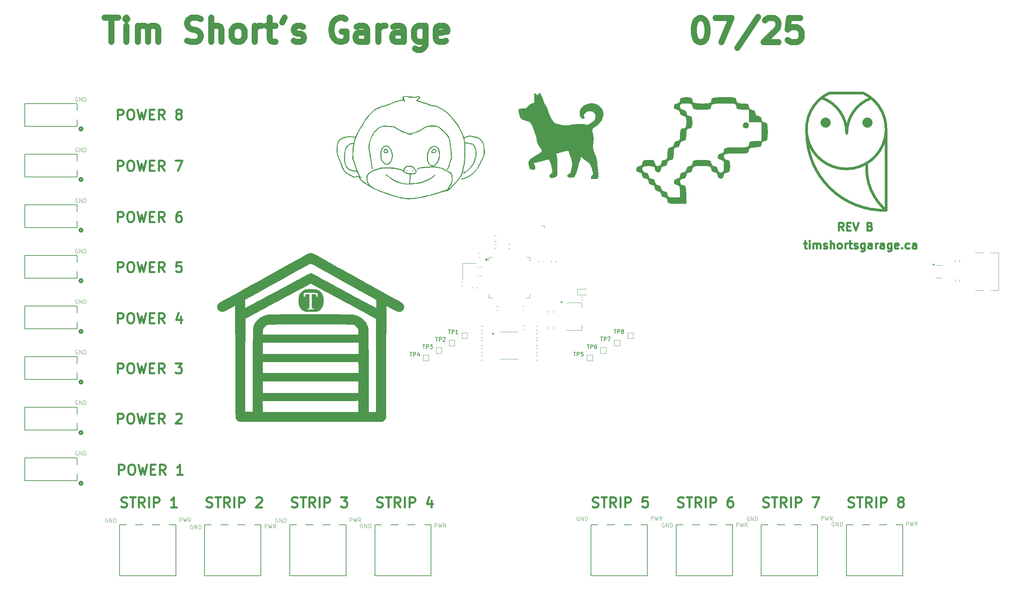
<source format=gbr>
%TF.GenerationSoftware,KiCad,Pcbnew,9.0.1*%
%TF.CreationDate,2025-07-28T14:50:10-04:00*%
%TF.ProjectId,LED-DriverPCB,4c45442d-4472-4697-9665-725043422e6b,rev?*%
%TF.SameCoordinates,Original*%
%TF.FileFunction,Legend,Top*%
%TF.FilePolarity,Positive*%
%FSLAX46Y46*%
G04 Gerber Fmt 4.6, Leading zero omitted, Abs format (unit mm)*
G04 Created by KiCad (PCBNEW 9.0.1) date 2025-07-28 14:50:10*
%MOMM*%
%LPD*%
G01*
G04 APERTURE LIST*
%ADD10C,0.700000*%
%ADD11C,0.100000*%
%ADD12C,2.500000*%
%ADD13C,0.500000*%
%ADD14C,1.500000*%
%ADD15C,0.150000*%
%ADD16C,0.000000*%
%ADD17C,0.120000*%
%ADD18C,0.152400*%
%ADD19C,0.508000*%
G04 APERTURE END LIST*
D10*
X307829001Y-93491000D02*
X316229000Y-93491001D01*
X321928986Y-122738551D02*
G75*
G02*
X317131465Y-111213584I8974014J10496651D01*
G01*
X305929000Y-94726335D02*
G75*
G02*
X312123257Y-103491654I-2977500J-8675465D01*
G01*
D11*
X317717007Y-110632657D02*
G75*
G02*
X302097233Y-102491000I-5688007J8141657D01*
G01*
D12*
X306929001Y-100891000D02*
X306929001Y-100891000D01*
X306929001Y-100891000D01*
X306929001Y-100891000D01*
X306929001Y-100891000D01*
X306929001Y-100891000D01*
X306929001Y-100891001D01*
X306929001Y-100891001D01*
X306929001Y-100891001D01*
X306929001Y-100891001D01*
X306929001Y-100891001D01*
X306929001Y-100891001D01*
X306929001Y-100891001D01*
X306929000Y-100891001D01*
X306929000Y-100891001D01*
X306929000Y-100891001D01*
X306929000Y-100891001D01*
X306929000Y-100891001D01*
X306929000Y-100891001D01*
X306929000Y-100891001D01*
X306929000Y-100891001D01*
X306929000Y-100891001D01*
X306929000Y-100891001D01*
X306929000Y-100891001D01*
X306929000Y-100891001D01*
X306928999Y-100891001D01*
X306928999Y-100891001D01*
X306928999Y-100891001D01*
X306928999Y-100891001D01*
X306928999Y-100891001D01*
X306928999Y-100891001D01*
X306928999Y-100891000D01*
X306928999Y-100891000D01*
X306928999Y-100891000D01*
X306928999Y-100891000D01*
X306928999Y-100891000D01*
X306928999Y-100891000D01*
X306928999Y-100891000D02*
X306928999Y-100891000D01*
X306928999Y-100891000D01*
X306928999Y-100891000D01*
X306928999Y-100891000D01*
X306928999Y-100891000D01*
X306928999Y-100891000D01*
X306928999Y-100890999D01*
X306928999Y-100890999D01*
X306928999Y-100890999D01*
X306928999Y-100890999D01*
X306928999Y-100890999D01*
X306929000Y-100890999D01*
X306929000Y-100890999D01*
X306929000Y-100890999D01*
X306929000Y-100890999D01*
X306929000Y-100890999D01*
X306929000Y-100890999D01*
X306929000Y-100890999D01*
X306929000Y-100890999D01*
X306929000Y-100890999D01*
X306929000Y-100890999D01*
X306929000Y-100890999D01*
X306929000Y-100890999D01*
X306929001Y-100890999D01*
X306929001Y-100890999D01*
X306929001Y-100890999D01*
X306929001Y-100890999D01*
X306929001Y-100890999D01*
X306929001Y-100890999D01*
X306929001Y-100891000D01*
X306929001Y-100891000D01*
X306929001Y-100891000D01*
X306929001Y-100891000D01*
X306929001Y-100891000D01*
X306929001Y-100891000D01*
X306929001Y-100891000D01*
D10*
X321929000Y-122738551D02*
G75*
G02*
X302176137Y-103443781I-452800J19294751D01*
G01*
X321929000Y-103284722D02*
X321929000Y-122738551D01*
X316229000Y-93491000D02*
G75*
G02*
X307829000Y-93491000I-4200000J-9000000D01*
G01*
X312167856Y-103556974D02*
G75*
G02*
X318229001Y-94791004I9238644J90474D01*
G01*
D12*
X317329001Y-100891000D02*
X317329001Y-100891000D01*
X317329001Y-100891000D01*
X317329001Y-100891000D01*
X317329001Y-100891000D01*
X317329001Y-100891000D01*
X317329001Y-100891001D01*
X317329001Y-100891001D01*
X317329001Y-100891001D01*
X317329001Y-100891001D01*
X317329001Y-100891001D01*
X317329001Y-100891001D01*
X317329001Y-100891001D01*
X317329000Y-100891001D01*
X317329000Y-100891001D01*
X317329000Y-100891001D01*
X317329000Y-100891001D01*
X317329000Y-100891001D01*
X317329000Y-100891001D01*
X317329000Y-100891001D01*
X317329000Y-100891001D01*
X317329000Y-100891001D01*
X317329000Y-100891001D01*
X317329000Y-100891001D01*
X317329000Y-100891001D01*
X317328999Y-100891001D01*
X317328999Y-100891001D01*
X317328999Y-100891001D01*
X317328999Y-100891001D01*
X317328999Y-100891001D01*
X317328999Y-100891001D01*
X317328999Y-100891000D01*
X317328999Y-100891000D01*
X317328999Y-100891000D01*
X317328999Y-100891000D01*
X317328999Y-100891000D01*
X317328999Y-100891000D01*
X317328999Y-100891000D02*
X317328999Y-100891000D01*
X317328999Y-100891000D01*
X317328999Y-100891000D01*
X317328999Y-100891000D01*
X317328999Y-100891000D01*
X317328999Y-100891000D01*
X317328999Y-100890999D01*
X317328999Y-100890999D01*
X317328999Y-100890999D01*
X317328999Y-100890999D01*
X317328999Y-100890999D01*
X317329000Y-100890999D01*
X317329000Y-100890999D01*
X317329000Y-100890999D01*
X317329000Y-100890999D01*
X317329000Y-100890999D01*
X317329000Y-100890999D01*
X317329000Y-100890999D01*
X317329000Y-100890999D01*
X317329000Y-100890999D01*
X317329000Y-100890999D01*
X317329000Y-100890999D01*
X317329000Y-100890999D01*
X317329001Y-100890999D01*
X317329001Y-100890999D01*
X317329001Y-100890999D01*
X317329001Y-100890999D01*
X317329001Y-100890999D01*
X317329001Y-100890999D01*
X317329001Y-100891000D01*
X317329001Y-100891000D01*
X317329001Y-100891000D01*
X317329001Y-100891000D01*
X317329001Y-100891000D01*
X317329001Y-100891000D01*
X317329001Y-100891000D01*
D13*
X130703185Y-188659047D02*
X130703185Y-186159047D01*
X130703185Y-186159047D02*
X131655566Y-186159047D01*
X131655566Y-186159047D02*
X131893661Y-186278095D01*
X131893661Y-186278095D02*
X132012708Y-186397142D01*
X132012708Y-186397142D02*
X132131756Y-186635238D01*
X132131756Y-186635238D02*
X132131756Y-186992380D01*
X132131756Y-186992380D02*
X132012708Y-187230476D01*
X132012708Y-187230476D02*
X131893661Y-187349523D01*
X131893661Y-187349523D02*
X131655566Y-187468571D01*
X131655566Y-187468571D02*
X130703185Y-187468571D01*
X133679375Y-186159047D02*
X134155566Y-186159047D01*
X134155566Y-186159047D02*
X134393661Y-186278095D01*
X134393661Y-186278095D02*
X134631756Y-186516190D01*
X134631756Y-186516190D02*
X134750804Y-186992380D01*
X134750804Y-186992380D02*
X134750804Y-187825714D01*
X134750804Y-187825714D02*
X134631756Y-188301904D01*
X134631756Y-188301904D02*
X134393661Y-188540000D01*
X134393661Y-188540000D02*
X134155566Y-188659047D01*
X134155566Y-188659047D02*
X133679375Y-188659047D01*
X133679375Y-188659047D02*
X133441280Y-188540000D01*
X133441280Y-188540000D02*
X133203185Y-188301904D01*
X133203185Y-188301904D02*
X133084137Y-187825714D01*
X133084137Y-187825714D02*
X133084137Y-186992380D01*
X133084137Y-186992380D02*
X133203185Y-186516190D01*
X133203185Y-186516190D02*
X133441280Y-186278095D01*
X133441280Y-186278095D02*
X133679375Y-186159047D01*
X135584137Y-186159047D02*
X136179375Y-188659047D01*
X136179375Y-188659047D02*
X136655566Y-186873333D01*
X136655566Y-186873333D02*
X137131756Y-188659047D01*
X137131756Y-188659047D02*
X137726995Y-186159047D01*
X138679376Y-187349523D02*
X139512709Y-187349523D01*
X139869852Y-188659047D02*
X138679376Y-188659047D01*
X138679376Y-188659047D02*
X138679376Y-186159047D01*
X138679376Y-186159047D02*
X139869852Y-186159047D01*
X142369852Y-188659047D02*
X141536519Y-187468571D01*
X140941281Y-188659047D02*
X140941281Y-186159047D01*
X140941281Y-186159047D02*
X141893662Y-186159047D01*
X141893662Y-186159047D02*
X142131757Y-186278095D01*
X142131757Y-186278095D02*
X142250804Y-186397142D01*
X142250804Y-186397142D02*
X142369852Y-186635238D01*
X142369852Y-186635238D02*
X142369852Y-186992380D01*
X142369852Y-186992380D02*
X142250804Y-187230476D01*
X142250804Y-187230476D02*
X142131757Y-187349523D01*
X142131757Y-187349523D02*
X141893662Y-187468571D01*
X141893662Y-187468571D02*
X140941281Y-187468571D01*
X146655566Y-188659047D02*
X145226995Y-188659047D01*
X145941281Y-188659047D02*
X145941281Y-186159047D01*
X145941281Y-186159047D02*
X145703185Y-186516190D01*
X145703185Y-186516190D02*
X145465090Y-186754285D01*
X145465090Y-186754285D02*
X145226995Y-186873333D01*
D11*
X326982384Y-201354319D02*
X326982384Y-200354319D01*
X326982384Y-200354319D02*
X327363336Y-200354319D01*
X327363336Y-200354319D02*
X327458574Y-200401938D01*
X327458574Y-200401938D02*
X327506193Y-200449557D01*
X327506193Y-200449557D02*
X327553812Y-200544795D01*
X327553812Y-200544795D02*
X327553812Y-200687652D01*
X327553812Y-200687652D02*
X327506193Y-200782890D01*
X327506193Y-200782890D02*
X327458574Y-200830509D01*
X327458574Y-200830509D02*
X327363336Y-200878128D01*
X327363336Y-200878128D02*
X326982384Y-200878128D01*
X327887146Y-200354319D02*
X328125241Y-201354319D01*
X328125241Y-201354319D02*
X328315717Y-200640033D01*
X328315717Y-200640033D02*
X328506193Y-201354319D01*
X328506193Y-201354319D02*
X328744289Y-200354319D01*
X329696669Y-201354319D02*
X329363336Y-200878128D01*
X329125241Y-201354319D02*
X329125241Y-200354319D01*
X329125241Y-200354319D02*
X329506193Y-200354319D01*
X329506193Y-200354319D02*
X329601431Y-200401938D01*
X329601431Y-200401938D02*
X329649050Y-200449557D01*
X329649050Y-200449557D02*
X329696669Y-200544795D01*
X329696669Y-200544795D02*
X329696669Y-200687652D01*
X329696669Y-200687652D02*
X329649050Y-200782890D01*
X329649050Y-200782890D02*
X329601431Y-200830509D01*
X329601431Y-200830509D02*
X329506193Y-200878128D01*
X329506193Y-200878128D02*
X329125241Y-200878128D01*
X120406693Y-182811038D02*
X120311455Y-182763419D01*
X120311455Y-182763419D02*
X120168598Y-182763419D01*
X120168598Y-182763419D02*
X120025741Y-182811038D01*
X120025741Y-182811038D02*
X119930503Y-182906276D01*
X119930503Y-182906276D02*
X119882884Y-183001514D01*
X119882884Y-183001514D02*
X119835265Y-183191990D01*
X119835265Y-183191990D02*
X119835265Y-183334847D01*
X119835265Y-183334847D02*
X119882884Y-183525323D01*
X119882884Y-183525323D02*
X119930503Y-183620561D01*
X119930503Y-183620561D02*
X120025741Y-183715800D01*
X120025741Y-183715800D02*
X120168598Y-183763419D01*
X120168598Y-183763419D02*
X120263836Y-183763419D01*
X120263836Y-183763419D02*
X120406693Y-183715800D01*
X120406693Y-183715800D02*
X120454312Y-183668180D01*
X120454312Y-183668180D02*
X120454312Y-183334847D01*
X120454312Y-183334847D02*
X120263836Y-183334847D01*
X120882884Y-183763419D02*
X120882884Y-182763419D01*
X120882884Y-182763419D02*
X121454312Y-183763419D01*
X121454312Y-183763419D02*
X121454312Y-182763419D01*
X121930503Y-183763419D02*
X121930503Y-182763419D01*
X121930503Y-182763419D02*
X122168598Y-182763419D01*
X122168598Y-182763419D02*
X122311455Y-182811038D01*
X122311455Y-182811038D02*
X122406693Y-182906276D01*
X122406693Y-182906276D02*
X122454312Y-183001514D01*
X122454312Y-183001514D02*
X122501931Y-183191990D01*
X122501931Y-183191990D02*
X122501931Y-183334847D01*
X122501931Y-183334847D02*
X122454312Y-183525323D01*
X122454312Y-183525323D02*
X122406693Y-183620561D01*
X122406693Y-183620561D02*
X122311455Y-183715800D01*
X122311455Y-183715800D02*
X122168598Y-183763419D01*
X122168598Y-183763419D02*
X121930503Y-183763419D01*
X191431493Y-200911938D02*
X191336255Y-200864319D01*
X191336255Y-200864319D02*
X191193398Y-200864319D01*
X191193398Y-200864319D02*
X191050541Y-200911938D01*
X191050541Y-200911938D02*
X190955303Y-201007176D01*
X190955303Y-201007176D02*
X190907684Y-201102414D01*
X190907684Y-201102414D02*
X190860065Y-201292890D01*
X190860065Y-201292890D02*
X190860065Y-201435747D01*
X190860065Y-201435747D02*
X190907684Y-201626223D01*
X190907684Y-201626223D02*
X190955303Y-201721461D01*
X190955303Y-201721461D02*
X191050541Y-201816700D01*
X191050541Y-201816700D02*
X191193398Y-201864319D01*
X191193398Y-201864319D02*
X191288636Y-201864319D01*
X191288636Y-201864319D02*
X191431493Y-201816700D01*
X191431493Y-201816700D02*
X191479112Y-201769080D01*
X191479112Y-201769080D02*
X191479112Y-201435747D01*
X191479112Y-201435747D02*
X191288636Y-201435747D01*
X191907684Y-201864319D02*
X191907684Y-200864319D01*
X191907684Y-200864319D02*
X192479112Y-201864319D01*
X192479112Y-201864319D02*
X192479112Y-200864319D01*
X192955303Y-201864319D02*
X192955303Y-200864319D01*
X192955303Y-200864319D02*
X193193398Y-200864319D01*
X193193398Y-200864319D02*
X193336255Y-200911938D01*
X193336255Y-200911938D02*
X193431493Y-201007176D01*
X193431493Y-201007176D02*
X193479112Y-201102414D01*
X193479112Y-201102414D02*
X193526731Y-201292890D01*
X193526731Y-201292890D02*
X193526731Y-201435747D01*
X193526731Y-201435747D02*
X193479112Y-201626223D01*
X193479112Y-201626223D02*
X193431493Y-201721461D01*
X193431493Y-201721461D02*
X193336255Y-201816700D01*
X193336255Y-201816700D02*
X193193398Y-201864319D01*
X193193398Y-201864319D02*
X192955303Y-201864319D01*
D13*
X312584137Y-196680900D02*
X312941280Y-196799947D01*
X312941280Y-196799947D02*
X313536518Y-196799947D01*
X313536518Y-196799947D02*
X313774613Y-196680900D01*
X313774613Y-196680900D02*
X313893661Y-196561852D01*
X313893661Y-196561852D02*
X314012708Y-196323757D01*
X314012708Y-196323757D02*
X314012708Y-196085661D01*
X314012708Y-196085661D02*
X313893661Y-195847566D01*
X313893661Y-195847566D02*
X313774613Y-195728519D01*
X313774613Y-195728519D02*
X313536518Y-195609471D01*
X313536518Y-195609471D02*
X313060327Y-195490423D01*
X313060327Y-195490423D02*
X312822232Y-195371376D01*
X312822232Y-195371376D02*
X312703185Y-195252328D01*
X312703185Y-195252328D02*
X312584137Y-195014233D01*
X312584137Y-195014233D02*
X312584137Y-194776138D01*
X312584137Y-194776138D02*
X312703185Y-194538042D01*
X312703185Y-194538042D02*
X312822232Y-194418995D01*
X312822232Y-194418995D02*
X313060327Y-194299947D01*
X313060327Y-194299947D02*
X313655566Y-194299947D01*
X313655566Y-194299947D02*
X314012708Y-194418995D01*
X314726994Y-194299947D02*
X316155565Y-194299947D01*
X315441279Y-196799947D02*
X315441279Y-194299947D01*
X318417470Y-196799947D02*
X317584137Y-195609471D01*
X316988899Y-196799947D02*
X316988899Y-194299947D01*
X316988899Y-194299947D02*
X317941280Y-194299947D01*
X317941280Y-194299947D02*
X318179375Y-194418995D01*
X318179375Y-194418995D02*
X318298422Y-194538042D01*
X318298422Y-194538042D02*
X318417470Y-194776138D01*
X318417470Y-194776138D02*
X318417470Y-195133280D01*
X318417470Y-195133280D02*
X318298422Y-195371376D01*
X318298422Y-195371376D02*
X318179375Y-195490423D01*
X318179375Y-195490423D02*
X317941280Y-195609471D01*
X317941280Y-195609471D02*
X316988899Y-195609471D01*
X319488899Y-196799947D02*
X319488899Y-194299947D01*
X320679375Y-196799947D02*
X320679375Y-194299947D01*
X320679375Y-194299947D02*
X321631756Y-194299947D01*
X321631756Y-194299947D02*
X321869851Y-194418995D01*
X321869851Y-194418995D02*
X321988898Y-194538042D01*
X321988898Y-194538042D02*
X322107946Y-194776138D01*
X322107946Y-194776138D02*
X322107946Y-195133280D01*
X322107946Y-195133280D02*
X321988898Y-195371376D01*
X321988898Y-195371376D02*
X321869851Y-195490423D01*
X321869851Y-195490423D02*
X321631756Y-195609471D01*
X321631756Y-195609471D02*
X320679375Y-195609471D01*
X325441279Y-195371376D02*
X325203184Y-195252328D01*
X325203184Y-195252328D02*
X325084137Y-195133280D01*
X325084137Y-195133280D02*
X324965089Y-194895185D01*
X324965089Y-194895185D02*
X324965089Y-194776138D01*
X324965089Y-194776138D02*
X325084137Y-194538042D01*
X325084137Y-194538042D02*
X325203184Y-194418995D01*
X325203184Y-194418995D02*
X325441279Y-194299947D01*
X325441279Y-194299947D02*
X325917470Y-194299947D01*
X325917470Y-194299947D02*
X326155565Y-194418995D01*
X326155565Y-194418995D02*
X326274613Y-194538042D01*
X326274613Y-194538042D02*
X326393660Y-194776138D01*
X326393660Y-194776138D02*
X326393660Y-194895185D01*
X326393660Y-194895185D02*
X326274613Y-195133280D01*
X326274613Y-195133280D02*
X326155565Y-195252328D01*
X326155565Y-195252328D02*
X325917470Y-195371376D01*
X325917470Y-195371376D02*
X325441279Y-195371376D01*
X325441279Y-195371376D02*
X325203184Y-195490423D01*
X325203184Y-195490423D02*
X325084137Y-195609471D01*
X325084137Y-195609471D02*
X324965089Y-195847566D01*
X324965089Y-195847566D02*
X324965089Y-196323757D01*
X324965089Y-196323757D02*
X325084137Y-196561852D01*
X325084137Y-196561852D02*
X325203184Y-196680900D01*
X325203184Y-196680900D02*
X325441279Y-196799947D01*
X325441279Y-196799947D02*
X325917470Y-196799947D01*
X325917470Y-196799947D02*
X326155565Y-196680900D01*
X326155565Y-196680900D02*
X326274613Y-196561852D01*
X326274613Y-196561852D02*
X326393660Y-196323757D01*
X326393660Y-196323757D02*
X326393660Y-195847566D01*
X326393660Y-195847566D02*
X326274613Y-195609471D01*
X326274613Y-195609471D02*
X326155565Y-195490423D01*
X326155565Y-195490423D02*
X325917470Y-195371376D01*
D11*
X305829584Y-199994319D02*
X305829584Y-198994319D01*
X305829584Y-198994319D02*
X306210536Y-198994319D01*
X306210536Y-198994319D02*
X306305774Y-199041938D01*
X306305774Y-199041938D02*
X306353393Y-199089557D01*
X306353393Y-199089557D02*
X306401012Y-199184795D01*
X306401012Y-199184795D02*
X306401012Y-199327652D01*
X306401012Y-199327652D02*
X306353393Y-199422890D01*
X306353393Y-199422890D02*
X306305774Y-199470509D01*
X306305774Y-199470509D02*
X306210536Y-199518128D01*
X306210536Y-199518128D02*
X305829584Y-199518128D01*
X306734346Y-198994319D02*
X306972441Y-199994319D01*
X306972441Y-199994319D02*
X307162917Y-199280033D01*
X307162917Y-199280033D02*
X307353393Y-199994319D01*
X307353393Y-199994319D02*
X307591489Y-198994319D01*
X308543869Y-199994319D02*
X308210536Y-199518128D01*
X307972441Y-199994319D02*
X307972441Y-198994319D01*
X307972441Y-198994319D02*
X308353393Y-198994319D01*
X308353393Y-198994319D02*
X308448631Y-199041938D01*
X308448631Y-199041938D02*
X308496250Y-199089557D01*
X308496250Y-199089557D02*
X308543869Y-199184795D01*
X308543869Y-199184795D02*
X308543869Y-199327652D01*
X308543869Y-199327652D02*
X308496250Y-199422890D01*
X308496250Y-199422890D02*
X308448631Y-199470509D01*
X308448631Y-199470509D02*
X308353393Y-199518128D01*
X308353393Y-199518128D02*
X307972441Y-199518128D01*
X287828193Y-199151938D02*
X287732955Y-199104319D01*
X287732955Y-199104319D02*
X287590098Y-199104319D01*
X287590098Y-199104319D02*
X287447241Y-199151938D01*
X287447241Y-199151938D02*
X287352003Y-199247176D01*
X287352003Y-199247176D02*
X287304384Y-199342414D01*
X287304384Y-199342414D02*
X287256765Y-199532890D01*
X287256765Y-199532890D02*
X287256765Y-199675747D01*
X287256765Y-199675747D02*
X287304384Y-199866223D01*
X287304384Y-199866223D02*
X287352003Y-199961461D01*
X287352003Y-199961461D02*
X287447241Y-200056700D01*
X287447241Y-200056700D02*
X287590098Y-200104319D01*
X287590098Y-200104319D02*
X287685336Y-200104319D01*
X287685336Y-200104319D02*
X287828193Y-200056700D01*
X287828193Y-200056700D02*
X287875812Y-200009080D01*
X287875812Y-200009080D02*
X287875812Y-199675747D01*
X287875812Y-199675747D02*
X287685336Y-199675747D01*
X288304384Y-200104319D02*
X288304384Y-199104319D01*
X288304384Y-199104319D02*
X288875812Y-200104319D01*
X288875812Y-200104319D02*
X288875812Y-199104319D01*
X289352003Y-200104319D02*
X289352003Y-199104319D01*
X289352003Y-199104319D02*
X289590098Y-199104319D01*
X289590098Y-199104319D02*
X289732955Y-199151938D01*
X289732955Y-199151938D02*
X289828193Y-199247176D01*
X289828193Y-199247176D02*
X289875812Y-199342414D01*
X289875812Y-199342414D02*
X289923431Y-199532890D01*
X289923431Y-199532890D02*
X289923431Y-199675747D01*
X289923431Y-199675747D02*
X289875812Y-199866223D01*
X289875812Y-199866223D02*
X289828193Y-199961461D01*
X289828193Y-199961461D02*
X289732955Y-200056700D01*
X289732955Y-200056700D02*
X289590098Y-200104319D01*
X289590098Y-200104319D02*
X289352003Y-200104319D01*
X170278693Y-199551938D02*
X170183455Y-199504319D01*
X170183455Y-199504319D02*
X170040598Y-199504319D01*
X170040598Y-199504319D02*
X169897741Y-199551938D01*
X169897741Y-199551938D02*
X169802503Y-199647176D01*
X169802503Y-199647176D02*
X169754884Y-199742414D01*
X169754884Y-199742414D02*
X169707265Y-199932890D01*
X169707265Y-199932890D02*
X169707265Y-200075747D01*
X169707265Y-200075747D02*
X169754884Y-200266223D01*
X169754884Y-200266223D02*
X169802503Y-200361461D01*
X169802503Y-200361461D02*
X169897741Y-200456700D01*
X169897741Y-200456700D02*
X170040598Y-200504319D01*
X170040598Y-200504319D02*
X170135836Y-200504319D01*
X170135836Y-200504319D02*
X170278693Y-200456700D01*
X170278693Y-200456700D02*
X170326312Y-200409080D01*
X170326312Y-200409080D02*
X170326312Y-200075747D01*
X170326312Y-200075747D02*
X170135836Y-200075747D01*
X170754884Y-200504319D02*
X170754884Y-199504319D01*
X170754884Y-199504319D02*
X171326312Y-200504319D01*
X171326312Y-200504319D02*
X171326312Y-199504319D01*
X171802503Y-200504319D02*
X171802503Y-199504319D01*
X171802503Y-199504319D02*
X172040598Y-199504319D01*
X172040598Y-199504319D02*
X172183455Y-199551938D01*
X172183455Y-199551938D02*
X172278693Y-199647176D01*
X172278693Y-199647176D02*
X172326312Y-199742414D01*
X172326312Y-199742414D02*
X172373931Y-199932890D01*
X172373931Y-199932890D02*
X172373931Y-200075747D01*
X172373931Y-200075747D02*
X172326312Y-200266223D01*
X172326312Y-200266223D02*
X172278693Y-200361461D01*
X172278693Y-200361461D02*
X172183455Y-200456700D01*
X172183455Y-200456700D02*
X172040598Y-200504319D01*
X172040598Y-200504319D02*
X171802503Y-200504319D01*
X120406693Y-170211038D02*
X120311455Y-170163419D01*
X120311455Y-170163419D02*
X120168598Y-170163419D01*
X120168598Y-170163419D02*
X120025741Y-170211038D01*
X120025741Y-170211038D02*
X119930503Y-170306276D01*
X119930503Y-170306276D02*
X119882884Y-170401514D01*
X119882884Y-170401514D02*
X119835265Y-170591990D01*
X119835265Y-170591990D02*
X119835265Y-170734847D01*
X119835265Y-170734847D02*
X119882884Y-170925323D01*
X119882884Y-170925323D02*
X119930503Y-171020561D01*
X119930503Y-171020561D02*
X120025741Y-171115800D01*
X120025741Y-171115800D02*
X120168598Y-171163419D01*
X120168598Y-171163419D02*
X120263836Y-171163419D01*
X120263836Y-171163419D02*
X120406693Y-171115800D01*
X120406693Y-171115800D02*
X120454312Y-171068180D01*
X120454312Y-171068180D02*
X120454312Y-170734847D01*
X120454312Y-170734847D02*
X120263836Y-170734847D01*
X120882884Y-171163419D02*
X120882884Y-170163419D01*
X120882884Y-170163419D02*
X121454312Y-171163419D01*
X121454312Y-171163419D02*
X121454312Y-170163419D01*
X121930503Y-171163419D02*
X121930503Y-170163419D01*
X121930503Y-170163419D02*
X122168598Y-170163419D01*
X122168598Y-170163419D02*
X122311455Y-170211038D01*
X122311455Y-170211038D02*
X122406693Y-170306276D01*
X122406693Y-170306276D02*
X122454312Y-170401514D01*
X122454312Y-170401514D02*
X122501931Y-170591990D01*
X122501931Y-170591990D02*
X122501931Y-170734847D01*
X122501931Y-170734847D02*
X122454312Y-170925323D01*
X122454312Y-170925323D02*
X122406693Y-171020561D01*
X122406693Y-171020561D02*
X122311455Y-171115800D01*
X122311455Y-171115800D02*
X122168598Y-171163419D01*
X122168598Y-171163419D02*
X121930503Y-171163419D01*
D13*
X130453185Y-163409047D02*
X130453185Y-160909047D01*
X130453185Y-160909047D02*
X131405566Y-160909047D01*
X131405566Y-160909047D02*
X131643661Y-161028095D01*
X131643661Y-161028095D02*
X131762708Y-161147142D01*
X131762708Y-161147142D02*
X131881756Y-161385238D01*
X131881756Y-161385238D02*
X131881756Y-161742380D01*
X131881756Y-161742380D02*
X131762708Y-161980476D01*
X131762708Y-161980476D02*
X131643661Y-162099523D01*
X131643661Y-162099523D02*
X131405566Y-162218571D01*
X131405566Y-162218571D02*
X130453185Y-162218571D01*
X133429375Y-160909047D02*
X133905566Y-160909047D01*
X133905566Y-160909047D02*
X134143661Y-161028095D01*
X134143661Y-161028095D02*
X134381756Y-161266190D01*
X134381756Y-161266190D02*
X134500804Y-161742380D01*
X134500804Y-161742380D02*
X134500804Y-162575714D01*
X134500804Y-162575714D02*
X134381756Y-163051904D01*
X134381756Y-163051904D02*
X134143661Y-163290000D01*
X134143661Y-163290000D02*
X133905566Y-163409047D01*
X133905566Y-163409047D02*
X133429375Y-163409047D01*
X133429375Y-163409047D02*
X133191280Y-163290000D01*
X133191280Y-163290000D02*
X132953185Y-163051904D01*
X132953185Y-163051904D02*
X132834137Y-162575714D01*
X132834137Y-162575714D02*
X132834137Y-161742380D01*
X132834137Y-161742380D02*
X132953185Y-161266190D01*
X132953185Y-161266190D02*
X133191280Y-161028095D01*
X133191280Y-161028095D02*
X133429375Y-160909047D01*
X135334137Y-160909047D02*
X135929375Y-163409047D01*
X135929375Y-163409047D02*
X136405566Y-161623333D01*
X136405566Y-161623333D02*
X136881756Y-163409047D01*
X136881756Y-163409047D02*
X137476995Y-160909047D01*
X138429376Y-162099523D02*
X139262709Y-162099523D01*
X139619852Y-163409047D02*
X138429376Y-163409047D01*
X138429376Y-163409047D02*
X138429376Y-160909047D01*
X138429376Y-160909047D02*
X139619852Y-160909047D01*
X142119852Y-163409047D02*
X141286519Y-162218571D01*
X140691281Y-163409047D02*
X140691281Y-160909047D01*
X140691281Y-160909047D02*
X141643662Y-160909047D01*
X141643662Y-160909047D02*
X141881757Y-161028095D01*
X141881757Y-161028095D02*
X142000804Y-161147142D01*
X142000804Y-161147142D02*
X142119852Y-161385238D01*
X142119852Y-161385238D02*
X142119852Y-161742380D01*
X142119852Y-161742380D02*
X142000804Y-161980476D01*
X142000804Y-161980476D02*
X141881757Y-162099523D01*
X141881757Y-162099523D02*
X141643662Y-162218571D01*
X141643662Y-162218571D02*
X140691281Y-162218571D01*
X144857947Y-160909047D02*
X146405566Y-160909047D01*
X146405566Y-160909047D02*
X145572233Y-161861428D01*
X145572233Y-161861428D02*
X145929376Y-161861428D01*
X145929376Y-161861428D02*
X146167471Y-161980476D01*
X146167471Y-161980476D02*
X146286519Y-162099523D01*
X146286519Y-162099523D02*
X146405566Y-162337619D01*
X146405566Y-162337619D02*
X146405566Y-162932857D01*
X146405566Y-162932857D02*
X146286519Y-163170952D01*
X146286519Y-163170952D02*
X146167471Y-163290000D01*
X146167471Y-163290000D02*
X145929376Y-163409047D01*
X145929376Y-163409047D02*
X145215090Y-163409047D01*
X145215090Y-163409047D02*
X144976995Y-163290000D01*
X144976995Y-163290000D02*
X144857947Y-163170952D01*
D11*
X245406193Y-199151938D02*
X245310955Y-199104319D01*
X245310955Y-199104319D02*
X245168098Y-199104319D01*
X245168098Y-199104319D02*
X245025241Y-199151938D01*
X245025241Y-199151938D02*
X244930003Y-199247176D01*
X244930003Y-199247176D02*
X244882384Y-199342414D01*
X244882384Y-199342414D02*
X244834765Y-199532890D01*
X244834765Y-199532890D02*
X244834765Y-199675747D01*
X244834765Y-199675747D02*
X244882384Y-199866223D01*
X244882384Y-199866223D02*
X244930003Y-199961461D01*
X244930003Y-199961461D02*
X245025241Y-200056700D01*
X245025241Y-200056700D02*
X245168098Y-200104319D01*
X245168098Y-200104319D02*
X245263336Y-200104319D01*
X245263336Y-200104319D02*
X245406193Y-200056700D01*
X245406193Y-200056700D02*
X245453812Y-200009080D01*
X245453812Y-200009080D02*
X245453812Y-199675747D01*
X245453812Y-199675747D02*
X245263336Y-199675747D01*
X245882384Y-200104319D02*
X245882384Y-199104319D01*
X245882384Y-199104319D02*
X246453812Y-200104319D01*
X246453812Y-200104319D02*
X246453812Y-199104319D01*
X246930003Y-200104319D02*
X246930003Y-199104319D01*
X246930003Y-199104319D02*
X247168098Y-199104319D01*
X247168098Y-199104319D02*
X247310955Y-199151938D01*
X247310955Y-199151938D02*
X247406193Y-199247176D01*
X247406193Y-199247176D02*
X247453812Y-199342414D01*
X247453812Y-199342414D02*
X247501431Y-199532890D01*
X247501431Y-199532890D02*
X247501431Y-199675747D01*
X247501431Y-199675747D02*
X247453812Y-199866223D01*
X247453812Y-199866223D02*
X247406193Y-199961461D01*
X247406193Y-199961461D02*
X247310955Y-200056700D01*
X247310955Y-200056700D02*
X247168098Y-200104319D01*
X247168098Y-200104319D02*
X246930003Y-200104319D01*
D14*
X127137270Y-74746714D02*
X130565842Y-74746714D01*
X128851556Y-80746714D02*
X128851556Y-74746714D01*
X132565842Y-80746714D02*
X132565842Y-76746714D01*
X132565842Y-74746714D02*
X132280128Y-75032428D01*
X132280128Y-75032428D02*
X132565842Y-75318142D01*
X132565842Y-75318142D02*
X132851556Y-75032428D01*
X132851556Y-75032428D02*
X132565842Y-74746714D01*
X132565842Y-74746714D02*
X132565842Y-75318142D01*
X135422985Y-80746714D02*
X135422985Y-76746714D01*
X135422985Y-77318142D02*
X135708699Y-77032428D01*
X135708699Y-77032428D02*
X136280128Y-76746714D01*
X136280128Y-76746714D02*
X137137271Y-76746714D01*
X137137271Y-76746714D02*
X137708699Y-77032428D01*
X137708699Y-77032428D02*
X137994414Y-77603857D01*
X137994414Y-77603857D02*
X137994414Y-80746714D01*
X137994414Y-77603857D02*
X138280128Y-77032428D01*
X138280128Y-77032428D02*
X138851556Y-76746714D01*
X138851556Y-76746714D02*
X139708699Y-76746714D01*
X139708699Y-76746714D02*
X140280128Y-77032428D01*
X140280128Y-77032428D02*
X140565842Y-77603857D01*
X140565842Y-77603857D02*
X140565842Y-80746714D01*
X147708700Y-80461000D02*
X148565843Y-80746714D01*
X148565843Y-80746714D02*
X149994414Y-80746714D01*
X149994414Y-80746714D02*
X150565843Y-80461000D01*
X150565843Y-80461000D02*
X150851557Y-80175285D01*
X150851557Y-80175285D02*
X151137271Y-79603857D01*
X151137271Y-79603857D02*
X151137271Y-79032428D01*
X151137271Y-79032428D02*
X150851557Y-78461000D01*
X150851557Y-78461000D02*
X150565843Y-78175285D01*
X150565843Y-78175285D02*
X149994414Y-77889571D01*
X149994414Y-77889571D02*
X148851557Y-77603857D01*
X148851557Y-77603857D02*
X148280128Y-77318142D01*
X148280128Y-77318142D02*
X147994414Y-77032428D01*
X147994414Y-77032428D02*
X147708700Y-76461000D01*
X147708700Y-76461000D02*
X147708700Y-75889571D01*
X147708700Y-75889571D02*
X147994414Y-75318142D01*
X147994414Y-75318142D02*
X148280128Y-75032428D01*
X148280128Y-75032428D02*
X148851557Y-74746714D01*
X148851557Y-74746714D02*
X150280128Y-74746714D01*
X150280128Y-74746714D02*
X151137271Y-75032428D01*
X153708700Y-80746714D02*
X153708700Y-74746714D01*
X156280129Y-80746714D02*
X156280129Y-77603857D01*
X156280129Y-77603857D02*
X155994414Y-77032428D01*
X155994414Y-77032428D02*
X155422986Y-76746714D01*
X155422986Y-76746714D02*
X154565843Y-76746714D01*
X154565843Y-76746714D02*
X153994414Y-77032428D01*
X153994414Y-77032428D02*
X153708700Y-77318142D01*
X159994414Y-80746714D02*
X159422985Y-80461000D01*
X159422985Y-80461000D02*
X159137271Y-80175285D01*
X159137271Y-80175285D02*
X158851557Y-79603857D01*
X158851557Y-79603857D02*
X158851557Y-77889571D01*
X158851557Y-77889571D02*
X159137271Y-77318142D01*
X159137271Y-77318142D02*
X159422985Y-77032428D01*
X159422985Y-77032428D02*
X159994414Y-76746714D01*
X159994414Y-76746714D02*
X160851557Y-76746714D01*
X160851557Y-76746714D02*
X161422985Y-77032428D01*
X161422985Y-77032428D02*
X161708700Y-77318142D01*
X161708700Y-77318142D02*
X161994414Y-77889571D01*
X161994414Y-77889571D02*
X161994414Y-79603857D01*
X161994414Y-79603857D02*
X161708700Y-80175285D01*
X161708700Y-80175285D02*
X161422985Y-80461000D01*
X161422985Y-80461000D02*
X160851557Y-80746714D01*
X160851557Y-80746714D02*
X159994414Y-80746714D01*
X164565842Y-80746714D02*
X164565842Y-76746714D01*
X164565842Y-77889571D02*
X164851556Y-77318142D01*
X164851556Y-77318142D02*
X165137271Y-77032428D01*
X165137271Y-77032428D02*
X165708699Y-76746714D01*
X165708699Y-76746714D02*
X166280128Y-76746714D01*
X167422985Y-76746714D02*
X169708699Y-76746714D01*
X168280128Y-74746714D02*
X168280128Y-79889571D01*
X168280128Y-79889571D02*
X168565842Y-80461000D01*
X168565842Y-80461000D02*
X169137271Y-80746714D01*
X169137271Y-80746714D02*
X169708699Y-80746714D01*
X171994413Y-74746714D02*
X171422985Y-75889571D01*
X174280128Y-80461000D02*
X174851556Y-80746714D01*
X174851556Y-80746714D02*
X175994413Y-80746714D01*
X175994413Y-80746714D02*
X176565842Y-80461000D01*
X176565842Y-80461000D02*
X176851556Y-79889571D01*
X176851556Y-79889571D02*
X176851556Y-79603857D01*
X176851556Y-79603857D02*
X176565842Y-79032428D01*
X176565842Y-79032428D02*
X175994413Y-78746714D01*
X175994413Y-78746714D02*
X175137271Y-78746714D01*
X175137271Y-78746714D02*
X174565842Y-78461000D01*
X174565842Y-78461000D02*
X174280128Y-77889571D01*
X174280128Y-77889571D02*
X174280128Y-77603857D01*
X174280128Y-77603857D02*
X174565842Y-77032428D01*
X174565842Y-77032428D02*
X175137271Y-76746714D01*
X175137271Y-76746714D02*
X175994413Y-76746714D01*
X175994413Y-76746714D02*
X176565842Y-77032428D01*
X187137271Y-75032428D02*
X186565843Y-74746714D01*
X186565843Y-74746714D02*
X185708700Y-74746714D01*
X185708700Y-74746714D02*
X184851557Y-75032428D01*
X184851557Y-75032428D02*
X184280128Y-75603857D01*
X184280128Y-75603857D02*
X183994414Y-76175285D01*
X183994414Y-76175285D02*
X183708700Y-77318142D01*
X183708700Y-77318142D02*
X183708700Y-78175285D01*
X183708700Y-78175285D02*
X183994414Y-79318142D01*
X183994414Y-79318142D02*
X184280128Y-79889571D01*
X184280128Y-79889571D02*
X184851557Y-80461000D01*
X184851557Y-80461000D02*
X185708700Y-80746714D01*
X185708700Y-80746714D02*
X186280128Y-80746714D01*
X186280128Y-80746714D02*
X187137271Y-80461000D01*
X187137271Y-80461000D02*
X187422985Y-80175285D01*
X187422985Y-80175285D02*
X187422985Y-78175285D01*
X187422985Y-78175285D02*
X186280128Y-78175285D01*
X192565843Y-80746714D02*
X192565843Y-77603857D01*
X192565843Y-77603857D02*
X192280128Y-77032428D01*
X192280128Y-77032428D02*
X191708700Y-76746714D01*
X191708700Y-76746714D02*
X190565843Y-76746714D01*
X190565843Y-76746714D02*
X189994414Y-77032428D01*
X192565843Y-80461000D02*
X191994414Y-80746714D01*
X191994414Y-80746714D02*
X190565843Y-80746714D01*
X190565843Y-80746714D02*
X189994414Y-80461000D01*
X189994414Y-80461000D02*
X189708700Y-79889571D01*
X189708700Y-79889571D02*
X189708700Y-79318142D01*
X189708700Y-79318142D02*
X189994414Y-78746714D01*
X189994414Y-78746714D02*
X190565843Y-78461000D01*
X190565843Y-78461000D02*
X191994414Y-78461000D01*
X191994414Y-78461000D02*
X192565843Y-78175285D01*
X195422985Y-80746714D02*
X195422985Y-76746714D01*
X195422985Y-77889571D02*
X195708699Y-77318142D01*
X195708699Y-77318142D02*
X195994414Y-77032428D01*
X195994414Y-77032428D02*
X196565842Y-76746714D01*
X196565842Y-76746714D02*
X197137271Y-76746714D01*
X201708700Y-80746714D02*
X201708700Y-77603857D01*
X201708700Y-77603857D02*
X201422985Y-77032428D01*
X201422985Y-77032428D02*
X200851557Y-76746714D01*
X200851557Y-76746714D02*
X199708700Y-76746714D01*
X199708700Y-76746714D02*
X199137271Y-77032428D01*
X201708700Y-80461000D02*
X201137271Y-80746714D01*
X201137271Y-80746714D02*
X199708700Y-80746714D01*
X199708700Y-80746714D02*
X199137271Y-80461000D01*
X199137271Y-80461000D02*
X198851557Y-79889571D01*
X198851557Y-79889571D02*
X198851557Y-79318142D01*
X198851557Y-79318142D02*
X199137271Y-78746714D01*
X199137271Y-78746714D02*
X199708700Y-78461000D01*
X199708700Y-78461000D02*
X201137271Y-78461000D01*
X201137271Y-78461000D02*
X201708700Y-78175285D01*
X207137271Y-76746714D02*
X207137271Y-81603857D01*
X207137271Y-81603857D02*
X206851556Y-82175285D01*
X206851556Y-82175285D02*
X206565842Y-82461000D01*
X206565842Y-82461000D02*
X205994413Y-82746714D01*
X205994413Y-82746714D02*
X205137271Y-82746714D01*
X205137271Y-82746714D02*
X204565842Y-82461000D01*
X207137271Y-80461000D02*
X206565842Y-80746714D01*
X206565842Y-80746714D02*
X205422985Y-80746714D01*
X205422985Y-80746714D02*
X204851556Y-80461000D01*
X204851556Y-80461000D02*
X204565842Y-80175285D01*
X204565842Y-80175285D02*
X204280128Y-79603857D01*
X204280128Y-79603857D02*
X204280128Y-77889571D01*
X204280128Y-77889571D02*
X204565842Y-77318142D01*
X204565842Y-77318142D02*
X204851556Y-77032428D01*
X204851556Y-77032428D02*
X205422985Y-76746714D01*
X205422985Y-76746714D02*
X206565842Y-76746714D01*
X206565842Y-76746714D02*
X207137271Y-77032428D01*
X212280127Y-80461000D02*
X211708699Y-80746714D01*
X211708699Y-80746714D02*
X210565842Y-80746714D01*
X210565842Y-80746714D02*
X209994413Y-80461000D01*
X209994413Y-80461000D02*
X209708699Y-79889571D01*
X209708699Y-79889571D02*
X209708699Y-77603857D01*
X209708699Y-77603857D02*
X209994413Y-77032428D01*
X209994413Y-77032428D02*
X210565842Y-76746714D01*
X210565842Y-76746714D02*
X211708699Y-76746714D01*
X211708699Y-76746714D02*
X212280127Y-77032428D01*
X212280127Y-77032428D02*
X212565842Y-77603857D01*
X212565842Y-77603857D02*
X212565842Y-78175285D01*
X212565842Y-78175285D02*
X209708699Y-78746714D01*
D13*
X195084137Y-196680900D02*
X195441280Y-196799947D01*
X195441280Y-196799947D02*
X196036518Y-196799947D01*
X196036518Y-196799947D02*
X196274613Y-196680900D01*
X196274613Y-196680900D02*
X196393661Y-196561852D01*
X196393661Y-196561852D02*
X196512708Y-196323757D01*
X196512708Y-196323757D02*
X196512708Y-196085661D01*
X196512708Y-196085661D02*
X196393661Y-195847566D01*
X196393661Y-195847566D02*
X196274613Y-195728519D01*
X196274613Y-195728519D02*
X196036518Y-195609471D01*
X196036518Y-195609471D02*
X195560327Y-195490423D01*
X195560327Y-195490423D02*
X195322232Y-195371376D01*
X195322232Y-195371376D02*
X195203185Y-195252328D01*
X195203185Y-195252328D02*
X195084137Y-195014233D01*
X195084137Y-195014233D02*
X195084137Y-194776138D01*
X195084137Y-194776138D02*
X195203185Y-194538042D01*
X195203185Y-194538042D02*
X195322232Y-194418995D01*
X195322232Y-194418995D02*
X195560327Y-194299947D01*
X195560327Y-194299947D02*
X196155566Y-194299947D01*
X196155566Y-194299947D02*
X196512708Y-194418995D01*
X197226994Y-194299947D02*
X198655565Y-194299947D01*
X197941279Y-196799947D02*
X197941279Y-194299947D01*
X200917470Y-196799947D02*
X200084137Y-195609471D01*
X199488899Y-196799947D02*
X199488899Y-194299947D01*
X199488899Y-194299947D02*
X200441280Y-194299947D01*
X200441280Y-194299947D02*
X200679375Y-194418995D01*
X200679375Y-194418995D02*
X200798422Y-194538042D01*
X200798422Y-194538042D02*
X200917470Y-194776138D01*
X200917470Y-194776138D02*
X200917470Y-195133280D01*
X200917470Y-195133280D02*
X200798422Y-195371376D01*
X200798422Y-195371376D02*
X200679375Y-195490423D01*
X200679375Y-195490423D02*
X200441280Y-195609471D01*
X200441280Y-195609471D02*
X199488899Y-195609471D01*
X201988899Y-196799947D02*
X201988899Y-194299947D01*
X203179375Y-196799947D02*
X203179375Y-194299947D01*
X203179375Y-194299947D02*
X204131756Y-194299947D01*
X204131756Y-194299947D02*
X204369851Y-194418995D01*
X204369851Y-194418995D02*
X204488898Y-194538042D01*
X204488898Y-194538042D02*
X204607946Y-194776138D01*
X204607946Y-194776138D02*
X204607946Y-195133280D01*
X204607946Y-195133280D02*
X204488898Y-195371376D01*
X204488898Y-195371376D02*
X204369851Y-195490423D01*
X204369851Y-195490423D02*
X204131756Y-195609471D01*
X204131756Y-195609471D02*
X203179375Y-195609471D01*
X208655565Y-195133280D02*
X208655565Y-196799947D01*
X208060327Y-194180900D02*
X207465089Y-195966614D01*
X207465089Y-195966614D02*
X209012708Y-195966614D01*
X130453185Y-100159047D02*
X130453185Y-97659047D01*
X130453185Y-97659047D02*
X131405566Y-97659047D01*
X131405566Y-97659047D02*
X131643661Y-97778095D01*
X131643661Y-97778095D02*
X131762708Y-97897142D01*
X131762708Y-97897142D02*
X131881756Y-98135238D01*
X131881756Y-98135238D02*
X131881756Y-98492380D01*
X131881756Y-98492380D02*
X131762708Y-98730476D01*
X131762708Y-98730476D02*
X131643661Y-98849523D01*
X131643661Y-98849523D02*
X131405566Y-98968571D01*
X131405566Y-98968571D02*
X130453185Y-98968571D01*
X133429375Y-97659047D02*
X133905566Y-97659047D01*
X133905566Y-97659047D02*
X134143661Y-97778095D01*
X134143661Y-97778095D02*
X134381756Y-98016190D01*
X134381756Y-98016190D02*
X134500804Y-98492380D01*
X134500804Y-98492380D02*
X134500804Y-99325714D01*
X134500804Y-99325714D02*
X134381756Y-99801904D01*
X134381756Y-99801904D02*
X134143661Y-100040000D01*
X134143661Y-100040000D02*
X133905566Y-100159047D01*
X133905566Y-100159047D02*
X133429375Y-100159047D01*
X133429375Y-100159047D02*
X133191280Y-100040000D01*
X133191280Y-100040000D02*
X132953185Y-99801904D01*
X132953185Y-99801904D02*
X132834137Y-99325714D01*
X132834137Y-99325714D02*
X132834137Y-98492380D01*
X132834137Y-98492380D02*
X132953185Y-98016190D01*
X132953185Y-98016190D02*
X133191280Y-97778095D01*
X133191280Y-97778095D02*
X133429375Y-97659047D01*
X135334137Y-97659047D02*
X135929375Y-100159047D01*
X135929375Y-100159047D02*
X136405566Y-98373333D01*
X136405566Y-98373333D02*
X136881756Y-100159047D01*
X136881756Y-100159047D02*
X137476995Y-97659047D01*
X138429376Y-98849523D02*
X139262709Y-98849523D01*
X139619852Y-100159047D02*
X138429376Y-100159047D01*
X138429376Y-100159047D02*
X138429376Y-97659047D01*
X138429376Y-97659047D02*
X139619852Y-97659047D01*
X142119852Y-100159047D02*
X141286519Y-98968571D01*
X140691281Y-100159047D02*
X140691281Y-97659047D01*
X140691281Y-97659047D02*
X141643662Y-97659047D01*
X141643662Y-97659047D02*
X141881757Y-97778095D01*
X141881757Y-97778095D02*
X142000804Y-97897142D01*
X142000804Y-97897142D02*
X142119852Y-98135238D01*
X142119852Y-98135238D02*
X142119852Y-98492380D01*
X142119852Y-98492380D02*
X142000804Y-98730476D01*
X142000804Y-98730476D02*
X141881757Y-98849523D01*
X141881757Y-98849523D02*
X141643662Y-98968571D01*
X141643662Y-98968571D02*
X140691281Y-98968571D01*
X145453185Y-98730476D02*
X145215090Y-98611428D01*
X145215090Y-98611428D02*
X145096043Y-98492380D01*
X145096043Y-98492380D02*
X144976995Y-98254285D01*
X144976995Y-98254285D02*
X144976995Y-98135238D01*
X144976995Y-98135238D02*
X145096043Y-97897142D01*
X145096043Y-97897142D02*
X145215090Y-97778095D01*
X145215090Y-97778095D02*
X145453185Y-97659047D01*
X145453185Y-97659047D02*
X145929376Y-97659047D01*
X145929376Y-97659047D02*
X146167471Y-97778095D01*
X146167471Y-97778095D02*
X146286519Y-97897142D01*
X146286519Y-97897142D02*
X146405566Y-98135238D01*
X146405566Y-98135238D02*
X146405566Y-98254285D01*
X146405566Y-98254285D02*
X146286519Y-98492380D01*
X146286519Y-98492380D02*
X146167471Y-98611428D01*
X146167471Y-98611428D02*
X145929376Y-98730476D01*
X145929376Y-98730476D02*
X145453185Y-98730476D01*
X145453185Y-98730476D02*
X145215090Y-98849523D01*
X145215090Y-98849523D02*
X145096043Y-98968571D01*
X145096043Y-98968571D02*
X144976995Y-99206666D01*
X144976995Y-99206666D02*
X144976995Y-99682857D01*
X144976995Y-99682857D02*
X145096043Y-99920952D01*
X145096043Y-99920952D02*
X145215090Y-100040000D01*
X145215090Y-100040000D02*
X145453185Y-100159047D01*
X145453185Y-100159047D02*
X145929376Y-100159047D01*
X145929376Y-100159047D02*
X146167471Y-100040000D01*
X146167471Y-100040000D02*
X146286519Y-99920952D01*
X146286519Y-99920952D02*
X146405566Y-99682857D01*
X146405566Y-99682857D02*
X146405566Y-99206666D01*
X146405566Y-99206666D02*
X146286519Y-98968571D01*
X146286519Y-98968571D02*
X146167471Y-98849523D01*
X146167471Y-98849523D02*
X145929376Y-98730476D01*
X131334137Y-196680900D02*
X131691280Y-196799947D01*
X131691280Y-196799947D02*
X132286518Y-196799947D01*
X132286518Y-196799947D02*
X132524613Y-196680900D01*
X132524613Y-196680900D02*
X132643661Y-196561852D01*
X132643661Y-196561852D02*
X132762708Y-196323757D01*
X132762708Y-196323757D02*
X132762708Y-196085661D01*
X132762708Y-196085661D02*
X132643661Y-195847566D01*
X132643661Y-195847566D02*
X132524613Y-195728519D01*
X132524613Y-195728519D02*
X132286518Y-195609471D01*
X132286518Y-195609471D02*
X131810327Y-195490423D01*
X131810327Y-195490423D02*
X131572232Y-195371376D01*
X131572232Y-195371376D02*
X131453185Y-195252328D01*
X131453185Y-195252328D02*
X131334137Y-195014233D01*
X131334137Y-195014233D02*
X131334137Y-194776138D01*
X131334137Y-194776138D02*
X131453185Y-194538042D01*
X131453185Y-194538042D02*
X131572232Y-194418995D01*
X131572232Y-194418995D02*
X131810327Y-194299947D01*
X131810327Y-194299947D02*
X132405566Y-194299947D01*
X132405566Y-194299947D02*
X132762708Y-194418995D01*
X133476994Y-194299947D02*
X134905565Y-194299947D01*
X134191279Y-196799947D02*
X134191279Y-194299947D01*
X137167470Y-196799947D02*
X136334137Y-195609471D01*
X135738899Y-196799947D02*
X135738899Y-194299947D01*
X135738899Y-194299947D02*
X136691280Y-194299947D01*
X136691280Y-194299947D02*
X136929375Y-194418995D01*
X136929375Y-194418995D02*
X137048422Y-194538042D01*
X137048422Y-194538042D02*
X137167470Y-194776138D01*
X137167470Y-194776138D02*
X137167470Y-195133280D01*
X137167470Y-195133280D02*
X137048422Y-195371376D01*
X137048422Y-195371376D02*
X136929375Y-195490423D01*
X136929375Y-195490423D02*
X136691280Y-195609471D01*
X136691280Y-195609471D02*
X135738899Y-195609471D01*
X138238899Y-196799947D02*
X138238899Y-194299947D01*
X139429375Y-196799947D02*
X139429375Y-194299947D01*
X139429375Y-194299947D02*
X140381756Y-194299947D01*
X140381756Y-194299947D02*
X140619851Y-194418995D01*
X140619851Y-194418995D02*
X140738898Y-194538042D01*
X140738898Y-194538042D02*
X140857946Y-194776138D01*
X140857946Y-194776138D02*
X140857946Y-195133280D01*
X140857946Y-195133280D02*
X140738898Y-195371376D01*
X140738898Y-195371376D02*
X140619851Y-195490423D01*
X140619851Y-195490423D02*
X140381756Y-195609471D01*
X140381756Y-195609471D02*
X139429375Y-195609471D01*
X145143660Y-196799947D02*
X143715089Y-196799947D01*
X144429375Y-196799947D02*
X144429375Y-194299947D01*
X144429375Y-194299947D02*
X144191279Y-194657090D01*
X144191279Y-194657090D02*
X143953184Y-194895185D01*
X143953184Y-194895185D02*
X143715089Y-195014233D01*
D11*
X308980993Y-200511938D02*
X308885755Y-200464319D01*
X308885755Y-200464319D02*
X308742898Y-200464319D01*
X308742898Y-200464319D02*
X308600041Y-200511938D01*
X308600041Y-200511938D02*
X308504803Y-200607176D01*
X308504803Y-200607176D02*
X308457184Y-200702414D01*
X308457184Y-200702414D02*
X308409565Y-200892890D01*
X308409565Y-200892890D02*
X308409565Y-201035747D01*
X308409565Y-201035747D02*
X308457184Y-201226223D01*
X308457184Y-201226223D02*
X308504803Y-201321461D01*
X308504803Y-201321461D02*
X308600041Y-201416700D01*
X308600041Y-201416700D02*
X308742898Y-201464319D01*
X308742898Y-201464319D02*
X308838136Y-201464319D01*
X308838136Y-201464319D02*
X308980993Y-201416700D01*
X308980993Y-201416700D02*
X309028612Y-201369080D01*
X309028612Y-201369080D02*
X309028612Y-201035747D01*
X309028612Y-201035747D02*
X308838136Y-201035747D01*
X309457184Y-201464319D02*
X309457184Y-200464319D01*
X309457184Y-200464319D02*
X310028612Y-201464319D01*
X310028612Y-201464319D02*
X310028612Y-200464319D01*
X310504803Y-201464319D02*
X310504803Y-200464319D01*
X310504803Y-200464319D02*
X310742898Y-200464319D01*
X310742898Y-200464319D02*
X310885755Y-200511938D01*
X310885755Y-200511938D02*
X310980993Y-200607176D01*
X310980993Y-200607176D02*
X311028612Y-200702414D01*
X311028612Y-200702414D02*
X311076231Y-200892890D01*
X311076231Y-200892890D02*
X311076231Y-201035747D01*
X311076231Y-201035747D02*
X311028612Y-201226223D01*
X311028612Y-201226223D02*
X310980993Y-201321461D01*
X310980993Y-201321461D02*
X310885755Y-201416700D01*
X310885755Y-201416700D02*
X310742898Y-201464319D01*
X310742898Y-201464319D02*
X310504803Y-201464319D01*
X149081493Y-201161938D02*
X148986255Y-201114319D01*
X148986255Y-201114319D02*
X148843398Y-201114319D01*
X148843398Y-201114319D02*
X148700541Y-201161938D01*
X148700541Y-201161938D02*
X148605303Y-201257176D01*
X148605303Y-201257176D02*
X148557684Y-201352414D01*
X148557684Y-201352414D02*
X148510065Y-201542890D01*
X148510065Y-201542890D02*
X148510065Y-201685747D01*
X148510065Y-201685747D02*
X148557684Y-201876223D01*
X148557684Y-201876223D02*
X148605303Y-201971461D01*
X148605303Y-201971461D02*
X148700541Y-202066700D01*
X148700541Y-202066700D02*
X148843398Y-202114319D01*
X148843398Y-202114319D02*
X148938636Y-202114319D01*
X148938636Y-202114319D02*
X149081493Y-202066700D01*
X149081493Y-202066700D02*
X149129112Y-202019080D01*
X149129112Y-202019080D02*
X149129112Y-201685747D01*
X149129112Y-201685747D02*
X148938636Y-201685747D01*
X149557684Y-202114319D02*
X149557684Y-201114319D01*
X149557684Y-201114319D02*
X150129112Y-202114319D01*
X150129112Y-202114319D02*
X150129112Y-201114319D01*
X150605303Y-202114319D02*
X150605303Y-201114319D01*
X150605303Y-201114319D02*
X150843398Y-201114319D01*
X150843398Y-201114319D02*
X150986255Y-201161938D01*
X150986255Y-201161938D02*
X151081493Y-201257176D01*
X151081493Y-201257176D02*
X151129112Y-201352414D01*
X151129112Y-201352414D02*
X151176731Y-201542890D01*
X151176731Y-201542890D02*
X151176731Y-201685747D01*
X151176731Y-201685747D02*
X151129112Y-201876223D01*
X151129112Y-201876223D02*
X151081493Y-201971461D01*
X151081493Y-201971461D02*
X150986255Y-202066700D01*
X150986255Y-202066700D02*
X150843398Y-202114319D01*
X150843398Y-202114319D02*
X150605303Y-202114319D01*
X120406693Y-107211038D02*
X120311455Y-107163419D01*
X120311455Y-107163419D02*
X120168598Y-107163419D01*
X120168598Y-107163419D02*
X120025741Y-107211038D01*
X120025741Y-107211038D02*
X119930503Y-107306276D01*
X119930503Y-107306276D02*
X119882884Y-107401514D01*
X119882884Y-107401514D02*
X119835265Y-107591990D01*
X119835265Y-107591990D02*
X119835265Y-107734847D01*
X119835265Y-107734847D02*
X119882884Y-107925323D01*
X119882884Y-107925323D02*
X119930503Y-108020561D01*
X119930503Y-108020561D02*
X120025741Y-108115800D01*
X120025741Y-108115800D02*
X120168598Y-108163419D01*
X120168598Y-108163419D02*
X120263836Y-108163419D01*
X120263836Y-108163419D02*
X120406693Y-108115800D01*
X120406693Y-108115800D02*
X120454312Y-108068180D01*
X120454312Y-108068180D02*
X120454312Y-107734847D01*
X120454312Y-107734847D02*
X120263836Y-107734847D01*
X120882884Y-108163419D02*
X120882884Y-107163419D01*
X120882884Y-107163419D02*
X121454312Y-108163419D01*
X121454312Y-108163419D02*
X121454312Y-107163419D01*
X121930503Y-108163419D02*
X121930503Y-107163419D01*
X121930503Y-107163419D02*
X122168598Y-107163419D01*
X122168598Y-107163419D02*
X122311455Y-107211038D01*
X122311455Y-107211038D02*
X122406693Y-107306276D01*
X122406693Y-107306276D02*
X122454312Y-107401514D01*
X122454312Y-107401514D02*
X122501931Y-107591990D01*
X122501931Y-107591990D02*
X122501931Y-107734847D01*
X122501931Y-107734847D02*
X122454312Y-107925323D01*
X122454312Y-107925323D02*
X122406693Y-108020561D01*
X122406693Y-108020561D02*
X122311455Y-108115800D01*
X122311455Y-108115800D02*
X122168598Y-108163419D01*
X122168598Y-108163419D02*
X121930503Y-108163419D01*
X120406693Y-94611038D02*
X120311455Y-94563419D01*
X120311455Y-94563419D02*
X120168598Y-94563419D01*
X120168598Y-94563419D02*
X120025741Y-94611038D01*
X120025741Y-94611038D02*
X119930503Y-94706276D01*
X119930503Y-94706276D02*
X119882884Y-94801514D01*
X119882884Y-94801514D02*
X119835265Y-94991990D01*
X119835265Y-94991990D02*
X119835265Y-95134847D01*
X119835265Y-95134847D02*
X119882884Y-95325323D01*
X119882884Y-95325323D02*
X119930503Y-95420561D01*
X119930503Y-95420561D02*
X120025741Y-95515800D01*
X120025741Y-95515800D02*
X120168598Y-95563419D01*
X120168598Y-95563419D02*
X120263836Y-95563419D01*
X120263836Y-95563419D02*
X120406693Y-95515800D01*
X120406693Y-95515800D02*
X120454312Y-95468180D01*
X120454312Y-95468180D02*
X120454312Y-95134847D01*
X120454312Y-95134847D02*
X120263836Y-95134847D01*
X120882884Y-95563419D02*
X120882884Y-94563419D01*
X120882884Y-94563419D02*
X121454312Y-95563419D01*
X121454312Y-95563419D02*
X121454312Y-94563419D01*
X121930503Y-95563419D02*
X121930503Y-94563419D01*
X121930503Y-94563419D02*
X122168598Y-94563419D01*
X122168598Y-94563419D02*
X122311455Y-94611038D01*
X122311455Y-94611038D02*
X122406693Y-94706276D01*
X122406693Y-94706276D02*
X122454312Y-94801514D01*
X122454312Y-94801514D02*
X122501931Y-94991990D01*
X122501931Y-94991990D02*
X122501931Y-95134847D01*
X122501931Y-95134847D02*
X122454312Y-95325323D01*
X122454312Y-95325323D02*
X122406693Y-95420561D01*
X122406693Y-95420561D02*
X122311455Y-95515800D01*
X122311455Y-95515800D02*
X122168598Y-95563419D01*
X122168598Y-95563419D02*
X121930503Y-95563419D01*
D13*
X130453185Y-138159047D02*
X130453185Y-135659047D01*
X130453185Y-135659047D02*
X131405566Y-135659047D01*
X131405566Y-135659047D02*
X131643661Y-135778095D01*
X131643661Y-135778095D02*
X131762708Y-135897142D01*
X131762708Y-135897142D02*
X131881756Y-136135238D01*
X131881756Y-136135238D02*
X131881756Y-136492380D01*
X131881756Y-136492380D02*
X131762708Y-136730476D01*
X131762708Y-136730476D02*
X131643661Y-136849523D01*
X131643661Y-136849523D02*
X131405566Y-136968571D01*
X131405566Y-136968571D02*
X130453185Y-136968571D01*
X133429375Y-135659047D02*
X133905566Y-135659047D01*
X133905566Y-135659047D02*
X134143661Y-135778095D01*
X134143661Y-135778095D02*
X134381756Y-136016190D01*
X134381756Y-136016190D02*
X134500804Y-136492380D01*
X134500804Y-136492380D02*
X134500804Y-137325714D01*
X134500804Y-137325714D02*
X134381756Y-137801904D01*
X134381756Y-137801904D02*
X134143661Y-138040000D01*
X134143661Y-138040000D02*
X133905566Y-138159047D01*
X133905566Y-138159047D02*
X133429375Y-138159047D01*
X133429375Y-138159047D02*
X133191280Y-138040000D01*
X133191280Y-138040000D02*
X132953185Y-137801904D01*
X132953185Y-137801904D02*
X132834137Y-137325714D01*
X132834137Y-137325714D02*
X132834137Y-136492380D01*
X132834137Y-136492380D02*
X132953185Y-136016190D01*
X132953185Y-136016190D02*
X133191280Y-135778095D01*
X133191280Y-135778095D02*
X133429375Y-135659047D01*
X135334137Y-135659047D02*
X135929375Y-138159047D01*
X135929375Y-138159047D02*
X136405566Y-136373333D01*
X136405566Y-136373333D02*
X136881756Y-138159047D01*
X136881756Y-138159047D02*
X137476995Y-135659047D01*
X138429376Y-136849523D02*
X139262709Y-136849523D01*
X139619852Y-138159047D02*
X138429376Y-138159047D01*
X138429376Y-138159047D02*
X138429376Y-135659047D01*
X138429376Y-135659047D02*
X139619852Y-135659047D01*
X142119852Y-138159047D02*
X141286519Y-136968571D01*
X140691281Y-138159047D02*
X140691281Y-135659047D01*
X140691281Y-135659047D02*
X141643662Y-135659047D01*
X141643662Y-135659047D02*
X141881757Y-135778095D01*
X141881757Y-135778095D02*
X142000804Y-135897142D01*
X142000804Y-135897142D02*
X142119852Y-136135238D01*
X142119852Y-136135238D02*
X142119852Y-136492380D01*
X142119852Y-136492380D02*
X142000804Y-136730476D01*
X142000804Y-136730476D02*
X141881757Y-136849523D01*
X141881757Y-136849523D02*
X141643662Y-136968571D01*
X141643662Y-136968571D02*
X140691281Y-136968571D01*
X146286519Y-135659047D02*
X145096043Y-135659047D01*
X145096043Y-135659047D02*
X144976995Y-136849523D01*
X144976995Y-136849523D02*
X145096043Y-136730476D01*
X145096043Y-136730476D02*
X145334138Y-136611428D01*
X145334138Y-136611428D02*
X145929376Y-136611428D01*
X145929376Y-136611428D02*
X146167471Y-136730476D01*
X146167471Y-136730476D02*
X146286519Y-136849523D01*
X146286519Y-136849523D02*
X146405566Y-137087619D01*
X146405566Y-137087619D02*
X146405566Y-137682857D01*
X146405566Y-137682857D02*
X146286519Y-137920952D01*
X146286519Y-137920952D02*
X146167471Y-138040000D01*
X146167471Y-138040000D02*
X145929376Y-138159047D01*
X145929376Y-138159047D02*
X145334138Y-138159047D01*
X145334138Y-138159047D02*
X145096043Y-138040000D01*
X145096043Y-138040000D02*
X144976995Y-137920952D01*
X248834137Y-196680900D02*
X249191280Y-196799947D01*
X249191280Y-196799947D02*
X249786518Y-196799947D01*
X249786518Y-196799947D02*
X250024613Y-196680900D01*
X250024613Y-196680900D02*
X250143661Y-196561852D01*
X250143661Y-196561852D02*
X250262708Y-196323757D01*
X250262708Y-196323757D02*
X250262708Y-196085661D01*
X250262708Y-196085661D02*
X250143661Y-195847566D01*
X250143661Y-195847566D02*
X250024613Y-195728519D01*
X250024613Y-195728519D02*
X249786518Y-195609471D01*
X249786518Y-195609471D02*
X249310327Y-195490423D01*
X249310327Y-195490423D02*
X249072232Y-195371376D01*
X249072232Y-195371376D02*
X248953185Y-195252328D01*
X248953185Y-195252328D02*
X248834137Y-195014233D01*
X248834137Y-195014233D02*
X248834137Y-194776138D01*
X248834137Y-194776138D02*
X248953185Y-194538042D01*
X248953185Y-194538042D02*
X249072232Y-194418995D01*
X249072232Y-194418995D02*
X249310327Y-194299947D01*
X249310327Y-194299947D02*
X249905566Y-194299947D01*
X249905566Y-194299947D02*
X250262708Y-194418995D01*
X250976994Y-194299947D02*
X252405565Y-194299947D01*
X251691279Y-196799947D02*
X251691279Y-194299947D01*
X254667470Y-196799947D02*
X253834137Y-195609471D01*
X253238899Y-196799947D02*
X253238899Y-194299947D01*
X253238899Y-194299947D02*
X254191280Y-194299947D01*
X254191280Y-194299947D02*
X254429375Y-194418995D01*
X254429375Y-194418995D02*
X254548422Y-194538042D01*
X254548422Y-194538042D02*
X254667470Y-194776138D01*
X254667470Y-194776138D02*
X254667470Y-195133280D01*
X254667470Y-195133280D02*
X254548422Y-195371376D01*
X254548422Y-195371376D02*
X254429375Y-195490423D01*
X254429375Y-195490423D02*
X254191280Y-195609471D01*
X254191280Y-195609471D02*
X253238899Y-195609471D01*
X255738899Y-196799947D02*
X255738899Y-194299947D01*
X256929375Y-196799947D02*
X256929375Y-194299947D01*
X256929375Y-194299947D02*
X257881756Y-194299947D01*
X257881756Y-194299947D02*
X258119851Y-194418995D01*
X258119851Y-194418995D02*
X258238898Y-194538042D01*
X258238898Y-194538042D02*
X258357946Y-194776138D01*
X258357946Y-194776138D02*
X258357946Y-195133280D01*
X258357946Y-195133280D02*
X258238898Y-195371376D01*
X258238898Y-195371376D02*
X258119851Y-195490423D01*
X258119851Y-195490423D02*
X257881756Y-195609471D01*
X257881756Y-195609471D02*
X256929375Y-195609471D01*
X262524613Y-194299947D02*
X261334137Y-194299947D01*
X261334137Y-194299947D02*
X261215089Y-195490423D01*
X261215089Y-195490423D02*
X261334137Y-195371376D01*
X261334137Y-195371376D02*
X261572232Y-195252328D01*
X261572232Y-195252328D02*
X262167470Y-195252328D01*
X262167470Y-195252328D02*
X262405565Y-195371376D01*
X262405565Y-195371376D02*
X262524613Y-195490423D01*
X262524613Y-195490423D02*
X262643660Y-195728519D01*
X262643660Y-195728519D02*
X262643660Y-196323757D01*
X262643660Y-196323757D02*
X262524613Y-196561852D01*
X262524613Y-196561852D02*
X262405565Y-196680900D01*
X262405565Y-196680900D02*
X262167470Y-196799947D01*
X262167470Y-196799947D02*
X261572232Y-196799947D01*
X261572232Y-196799947D02*
X261334137Y-196680900D01*
X261334137Y-196680900D02*
X261215089Y-196561852D01*
D14*
X275437270Y-74846714D02*
X276008699Y-74846714D01*
X276008699Y-74846714D02*
X276580127Y-75132428D01*
X276580127Y-75132428D02*
X276865842Y-75418142D01*
X276865842Y-75418142D02*
X277151556Y-75989571D01*
X277151556Y-75989571D02*
X277437270Y-77132428D01*
X277437270Y-77132428D02*
X277437270Y-78561000D01*
X277437270Y-78561000D02*
X277151556Y-79703857D01*
X277151556Y-79703857D02*
X276865842Y-80275285D01*
X276865842Y-80275285D02*
X276580127Y-80561000D01*
X276580127Y-80561000D02*
X276008699Y-80846714D01*
X276008699Y-80846714D02*
X275437270Y-80846714D01*
X275437270Y-80846714D02*
X274865842Y-80561000D01*
X274865842Y-80561000D02*
X274580127Y-80275285D01*
X274580127Y-80275285D02*
X274294413Y-79703857D01*
X274294413Y-79703857D02*
X274008699Y-78561000D01*
X274008699Y-78561000D02*
X274008699Y-77132428D01*
X274008699Y-77132428D02*
X274294413Y-75989571D01*
X274294413Y-75989571D02*
X274580127Y-75418142D01*
X274580127Y-75418142D02*
X274865842Y-75132428D01*
X274865842Y-75132428D02*
X275437270Y-74846714D01*
X279437270Y-74846714D02*
X283437270Y-74846714D01*
X283437270Y-74846714D02*
X280865842Y-80846714D01*
X290008699Y-74561000D02*
X284865842Y-82275285D01*
X291722985Y-75418142D02*
X292008699Y-75132428D01*
X292008699Y-75132428D02*
X292580128Y-74846714D01*
X292580128Y-74846714D02*
X294008699Y-74846714D01*
X294008699Y-74846714D02*
X294580128Y-75132428D01*
X294580128Y-75132428D02*
X294865842Y-75418142D01*
X294865842Y-75418142D02*
X295151556Y-75989571D01*
X295151556Y-75989571D02*
X295151556Y-76561000D01*
X295151556Y-76561000D02*
X294865842Y-77418142D01*
X294865842Y-77418142D02*
X291437270Y-80846714D01*
X291437270Y-80846714D02*
X295151556Y-80846714D01*
X300580128Y-74846714D02*
X297722985Y-74846714D01*
X297722985Y-74846714D02*
X297437271Y-77703857D01*
X297437271Y-77703857D02*
X297722985Y-77418142D01*
X297722985Y-77418142D02*
X298294414Y-77132428D01*
X298294414Y-77132428D02*
X299722985Y-77132428D01*
X299722985Y-77132428D02*
X300294414Y-77418142D01*
X300294414Y-77418142D02*
X300580128Y-77703857D01*
X300580128Y-77703857D02*
X300865842Y-78275285D01*
X300865842Y-78275285D02*
X300865842Y-79703857D01*
X300865842Y-79703857D02*
X300580128Y-80275285D01*
X300580128Y-80275285D02*
X300294414Y-80561000D01*
X300294414Y-80561000D02*
X299722985Y-80846714D01*
X299722985Y-80846714D02*
X298294414Y-80846714D01*
X298294414Y-80846714D02*
X297722985Y-80561000D01*
X297722985Y-80561000D02*
X297437271Y-80275285D01*
D11*
X120406693Y-119811038D02*
X120311455Y-119763419D01*
X120311455Y-119763419D02*
X120168598Y-119763419D01*
X120168598Y-119763419D02*
X120025741Y-119811038D01*
X120025741Y-119811038D02*
X119930503Y-119906276D01*
X119930503Y-119906276D02*
X119882884Y-120001514D01*
X119882884Y-120001514D02*
X119835265Y-120191990D01*
X119835265Y-120191990D02*
X119835265Y-120334847D01*
X119835265Y-120334847D02*
X119882884Y-120525323D01*
X119882884Y-120525323D02*
X119930503Y-120620561D01*
X119930503Y-120620561D02*
X120025741Y-120715800D01*
X120025741Y-120715800D02*
X120168598Y-120763419D01*
X120168598Y-120763419D02*
X120263836Y-120763419D01*
X120263836Y-120763419D02*
X120406693Y-120715800D01*
X120406693Y-120715800D02*
X120454312Y-120668180D01*
X120454312Y-120668180D02*
X120454312Y-120334847D01*
X120454312Y-120334847D02*
X120263836Y-120334847D01*
X120882884Y-120763419D02*
X120882884Y-119763419D01*
X120882884Y-119763419D02*
X121454312Y-120763419D01*
X121454312Y-120763419D02*
X121454312Y-119763419D01*
X121930503Y-120763419D02*
X121930503Y-119763419D01*
X121930503Y-119763419D02*
X122168598Y-119763419D01*
X122168598Y-119763419D02*
X122311455Y-119811038D01*
X122311455Y-119811038D02*
X122406693Y-119906276D01*
X122406693Y-119906276D02*
X122454312Y-120001514D01*
X122454312Y-120001514D02*
X122501931Y-120191990D01*
X122501931Y-120191990D02*
X122501931Y-120334847D01*
X122501931Y-120334847D02*
X122454312Y-120525323D01*
X122454312Y-120525323D02*
X122406693Y-120620561D01*
X122406693Y-120620561D02*
X122311455Y-120715800D01*
X122311455Y-120715800D02*
X122168598Y-120763419D01*
X122168598Y-120763419D02*
X121930503Y-120763419D01*
X209432884Y-201754319D02*
X209432884Y-200754319D01*
X209432884Y-200754319D02*
X209813836Y-200754319D01*
X209813836Y-200754319D02*
X209909074Y-200801938D01*
X209909074Y-200801938D02*
X209956693Y-200849557D01*
X209956693Y-200849557D02*
X210004312Y-200944795D01*
X210004312Y-200944795D02*
X210004312Y-201087652D01*
X210004312Y-201087652D02*
X209956693Y-201182890D01*
X209956693Y-201182890D02*
X209909074Y-201230509D01*
X209909074Y-201230509D02*
X209813836Y-201278128D01*
X209813836Y-201278128D02*
X209432884Y-201278128D01*
X210337646Y-200754319D02*
X210575741Y-201754319D01*
X210575741Y-201754319D02*
X210766217Y-201040033D01*
X210766217Y-201040033D02*
X210956693Y-201754319D01*
X210956693Y-201754319D02*
X211194789Y-200754319D01*
X212147169Y-201754319D02*
X211813836Y-201278128D01*
X211575741Y-201754319D02*
X211575741Y-200754319D01*
X211575741Y-200754319D02*
X211956693Y-200754319D01*
X211956693Y-200754319D02*
X212051931Y-200801938D01*
X212051931Y-200801938D02*
X212099550Y-200849557D01*
X212099550Y-200849557D02*
X212147169Y-200944795D01*
X212147169Y-200944795D02*
X212147169Y-201087652D01*
X212147169Y-201087652D02*
X212099550Y-201182890D01*
X212099550Y-201182890D02*
X212051931Y-201230509D01*
X212051931Y-201230509D02*
X211956693Y-201278128D01*
X211956693Y-201278128D02*
X211575741Y-201278128D01*
X263407584Y-199994319D02*
X263407584Y-198994319D01*
X263407584Y-198994319D02*
X263788536Y-198994319D01*
X263788536Y-198994319D02*
X263883774Y-199041938D01*
X263883774Y-199041938D02*
X263931393Y-199089557D01*
X263931393Y-199089557D02*
X263979012Y-199184795D01*
X263979012Y-199184795D02*
X263979012Y-199327652D01*
X263979012Y-199327652D02*
X263931393Y-199422890D01*
X263931393Y-199422890D02*
X263883774Y-199470509D01*
X263883774Y-199470509D02*
X263788536Y-199518128D01*
X263788536Y-199518128D02*
X263407584Y-199518128D01*
X264312346Y-198994319D02*
X264550441Y-199994319D01*
X264550441Y-199994319D02*
X264740917Y-199280033D01*
X264740917Y-199280033D02*
X264931393Y-199994319D01*
X264931393Y-199994319D02*
X265169489Y-198994319D01*
X266121869Y-199994319D02*
X265788536Y-199518128D01*
X265550441Y-199994319D02*
X265550441Y-198994319D01*
X265550441Y-198994319D02*
X265931393Y-198994319D01*
X265931393Y-198994319D02*
X266026631Y-199041938D01*
X266026631Y-199041938D02*
X266074250Y-199089557D01*
X266074250Y-199089557D02*
X266121869Y-199184795D01*
X266121869Y-199184795D02*
X266121869Y-199327652D01*
X266121869Y-199327652D02*
X266074250Y-199422890D01*
X266074250Y-199422890D02*
X266026631Y-199470509D01*
X266026631Y-199470509D02*
X265931393Y-199518128D01*
X265931393Y-199518128D02*
X265550441Y-199518128D01*
D13*
X301498423Y-131004904D02*
X302260327Y-131004904D01*
X301784137Y-130338238D02*
X301784137Y-132052523D01*
X301784137Y-132052523D02*
X301879375Y-132243000D01*
X301879375Y-132243000D02*
X302069851Y-132338238D01*
X302069851Y-132338238D02*
X302260327Y-132338238D01*
X302926994Y-132338238D02*
X302926994Y-131004904D01*
X302926994Y-130338238D02*
X302831756Y-130433476D01*
X302831756Y-130433476D02*
X302926994Y-130528714D01*
X302926994Y-130528714D02*
X303022232Y-130433476D01*
X303022232Y-130433476D02*
X302926994Y-130338238D01*
X302926994Y-130338238D02*
X302926994Y-130528714D01*
X303879375Y-132338238D02*
X303879375Y-131004904D01*
X303879375Y-131195380D02*
X303974613Y-131100142D01*
X303974613Y-131100142D02*
X304165089Y-131004904D01*
X304165089Y-131004904D02*
X304450804Y-131004904D01*
X304450804Y-131004904D02*
X304641280Y-131100142D01*
X304641280Y-131100142D02*
X304736518Y-131290619D01*
X304736518Y-131290619D02*
X304736518Y-132338238D01*
X304736518Y-131290619D02*
X304831756Y-131100142D01*
X304831756Y-131100142D02*
X305022232Y-131004904D01*
X305022232Y-131004904D02*
X305307946Y-131004904D01*
X305307946Y-131004904D02*
X305498423Y-131100142D01*
X305498423Y-131100142D02*
X305593661Y-131290619D01*
X305593661Y-131290619D02*
X305593661Y-132338238D01*
X306450804Y-132243000D02*
X306641280Y-132338238D01*
X306641280Y-132338238D02*
X307022232Y-132338238D01*
X307022232Y-132338238D02*
X307212709Y-132243000D01*
X307212709Y-132243000D02*
X307307947Y-132052523D01*
X307307947Y-132052523D02*
X307307947Y-131957285D01*
X307307947Y-131957285D02*
X307212709Y-131766809D01*
X307212709Y-131766809D02*
X307022232Y-131671571D01*
X307022232Y-131671571D02*
X306736518Y-131671571D01*
X306736518Y-131671571D02*
X306546042Y-131576333D01*
X306546042Y-131576333D02*
X306450804Y-131385857D01*
X306450804Y-131385857D02*
X306450804Y-131290619D01*
X306450804Y-131290619D02*
X306546042Y-131100142D01*
X306546042Y-131100142D02*
X306736518Y-131004904D01*
X306736518Y-131004904D02*
X307022232Y-131004904D01*
X307022232Y-131004904D02*
X307212709Y-131100142D01*
X308165090Y-132338238D02*
X308165090Y-130338238D01*
X309022233Y-132338238D02*
X309022233Y-131290619D01*
X309022233Y-131290619D02*
X308926995Y-131100142D01*
X308926995Y-131100142D02*
X308736519Y-131004904D01*
X308736519Y-131004904D02*
X308450804Y-131004904D01*
X308450804Y-131004904D02*
X308260328Y-131100142D01*
X308260328Y-131100142D02*
X308165090Y-131195380D01*
X310260328Y-132338238D02*
X310069852Y-132243000D01*
X310069852Y-132243000D02*
X309974614Y-132147761D01*
X309974614Y-132147761D02*
X309879376Y-131957285D01*
X309879376Y-131957285D02*
X309879376Y-131385857D01*
X309879376Y-131385857D02*
X309974614Y-131195380D01*
X309974614Y-131195380D02*
X310069852Y-131100142D01*
X310069852Y-131100142D02*
X310260328Y-131004904D01*
X310260328Y-131004904D02*
X310546043Y-131004904D01*
X310546043Y-131004904D02*
X310736519Y-131100142D01*
X310736519Y-131100142D02*
X310831757Y-131195380D01*
X310831757Y-131195380D02*
X310926995Y-131385857D01*
X310926995Y-131385857D02*
X310926995Y-131957285D01*
X310926995Y-131957285D02*
X310831757Y-132147761D01*
X310831757Y-132147761D02*
X310736519Y-132243000D01*
X310736519Y-132243000D02*
X310546043Y-132338238D01*
X310546043Y-132338238D02*
X310260328Y-132338238D01*
X311784138Y-132338238D02*
X311784138Y-131004904D01*
X311784138Y-131385857D02*
X311879376Y-131195380D01*
X311879376Y-131195380D02*
X311974614Y-131100142D01*
X311974614Y-131100142D02*
X312165090Y-131004904D01*
X312165090Y-131004904D02*
X312355567Y-131004904D01*
X312736519Y-131004904D02*
X313498423Y-131004904D01*
X313022233Y-130338238D02*
X313022233Y-132052523D01*
X313022233Y-132052523D02*
X313117471Y-132243000D01*
X313117471Y-132243000D02*
X313307947Y-132338238D01*
X313307947Y-132338238D02*
X313498423Y-132338238D01*
X314069852Y-132243000D02*
X314260328Y-132338238D01*
X314260328Y-132338238D02*
X314641280Y-132338238D01*
X314641280Y-132338238D02*
X314831757Y-132243000D01*
X314831757Y-132243000D02*
X314926995Y-132052523D01*
X314926995Y-132052523D02*
X314926995Y-131957285D01*
X314926995Y-131957285D02*
X314831757Y-131766809D01*
X314831757Y-131766809D02*
X314641280Y-131671571D01*
X314641280Y-131671571D02*
X314355566Y-131671571D01*
X314355566Y-131671571D02*
X314165090Y-131576333D01*
X314165090Y-131576333D02*
X314069852Y-131385857D01*
X314069852Y-131385857D02*
X314069852Y-131290619D01*
X314069852Y-131290619D02*
X314165090Y-131100142D01*
X314165090Y-131100142D02*
X314355566Y-131004904D01*
X314355566Y-131004904D02*
X314641280Y-131004904D01*
X314641280Y-131004904D02*
X314831757Y-131100142D01*
X316641281Y-131004904D02*
X316641281Y-132623952D01*
X316641281Y-132623952D02*
X316546043Y-132814428D01*
X316546043Y-132814428D02*
X316450805Y-132909666D01*
X316450805Y-132909666D02*
X316260328Y-133004904D01*
X316260328Y-133004904D02*
X315974614Y-133004904D01*
X315974614Y-133004904D02*
X315784138Y-132909666D01*
X316641281Y-132243000D02*
X316450805Y-132338238D01*
X316450805Y-132338238D02*
X316069852Y-132338238D01*
X316069852Y-132338238D02*
X315879376Y-132243000D01*
X315879376Y-132243000D02*
X315784138Y-132147761D01*
X315784138Y-132147761D02*
X315688900Y-131957285D01*
X315688900Y-131957285D02*
X315688900Y-131385857D01*
X315688900Y-131385857D02*
X315784138Y-131195380D01*
X315784138Y-131195380D02*
X315879376Y-131100142D01*
X315879376Y-131100142D02*
X316069852Y-131004904D01*
X316069852Y-131004904D02*
X316450805Y-131004904D01*
X316450805Y-131004904D02*
X316641281Y-131100142D01*
X318450805Y-132338238D02*
X318450805Y-131290619D01*
X318450805Y-131290619D02*
X318355567Y-131100142D01*
X318355567Y-131100142D02*
X318165091Y-131004904D01*
X318165091Y-131004904D02*
X317784138Y-131004904D01*
X317784138Y-131004904D02*
X317593662Y-131100142D01*
X318450805Y-132243000D02*
X318260329Y-132338238D01*
X318260329Y-132338238D02*
X317784138Y-132338238D01*
X317784138Y-132338238D02*
X317593662Y-132243000D01*
X317593662Y-132243000D02*
X317498424Y-132052523D01*
X317498424Y-132052523D02*
X317498424Y-131862047D01*
X317498424Y-131862047D02*
X317593662Y-131671571D01*
X317593662Y-131671571D02*
X317784138Y-131576333D01*
X317784138Y-131576333D02*
X318260329Y-131576333D01*
X318260329Y-131576333D02*
X318450805Y-131481095D01*
X319403186Y-132338238D02*
X319403186Y-131004904D01*
X319403186Y-131385857D02*
X319498424Y-131195380D01*
X319498424Y-131195380D02*
X319593662Y-131100142D01*
X319593662Y-131100142D02*
X319784138Y-131004904D01*
X319784138Y-131004904D02*
X319974615Y-131004904D01*
X321498424Y-132338238D02*
X321498424Y-131290619D01*
X321498424Y-131290619D02*
X321403186Y-131100142D01*
X321403186Y-131100142D02*
X321212710Y-131004904D01*
X321212710Y-131004904D02*
X320831757Y-131004904D01*
X320831757Y-131004904D02*
X320641281Y-131100142D01*
X321498424Y-132243000D02*
X321307948Y-132338238D01*
X321307948Y-132338238D02*
X320831757Y-132338238D01*
X320831757Y-132338238D02*
X320641281Y-132243000D01*
X320641281Y-132243000D02*
X320546043Y-132052523D01*
X320546043Y-132052523D02*
X320546043Y-131862047D01*
X320546043Y-131862047D02*
X320641281Y-131671571D01*
X320641281Y-131671571D02*
X320831757Y-131576333D01*
X320831757Y-131576333D02*
X321307948Y-131576333D01*
X321307948Y-131576333D02*
X321498424Y-131481095D01*
X323307948Y-131004904D02*
X323307948Y-132623952D01*
X323307948Y-132623952D02*
X323212710Y-132814428D01*
X323212710Y-132814428D02*
X323117472Y-132909666D01*
X323117472Y-132909666D02*
X322926995Y-133004904D01*
X322926995Y-133004904D02*
X322641281Y-133004904D01*
X322641281Y-133004904D02*
X322450805Y-132909666D01*
X323307948Y-132243000D02*
X323117472Y-132338238D01*
X323117472Y-132338238D02*
X322736519Y-132338238D01*
X322736519Y-132338238D02*
X322546043Y-132243000D01*
X322546043Y-132243000D02*
X322450805Y-132147761D01*
X322450805Y-132147761D02*
X322355567Y-131957285D01*
X322355567Y-131957285D02*
X322355567Y-131385857D01*
X322355567Y-131385857D02*
X322450805Y-131195380D01*
X322450805Y-131195380D02*
X322546043Y-131100142D01*
X322546043Y-131100142D02*
X322736519Y-131004904D01*
X322736519Y-131004904D02*
X323117472Y-131004904D01*
X323117472Y-131004904D02*
X323307948Y-131100142D01*
X325022234Y-132243000D02*
X324831758Y-132338238D01*
X324831758Y-132338238D02*
X324450805Y-132338238D01*
X324450805Y-132338238D02*
X324260329Y-132243000D01*
X324260329Y-132243000D02*
X324165091Y-132052523D01*
X324165091Y-132052523D02*
X324165091Y-131290619D01*
X324165091Y-131290619D02*
X324260329Y-131100142D01*
X324260329Y-131100142D02*
X324450805Y-131004904D01*
X324450805Y-131004904D02*
X324831758Y-131004904D01*
X324831758Y-131004904D02*
X325022234Y-131100142D01*
X325022234Y-131100142D02*
X325117472Y-131290619D01*
X325117472Y-131290619D02*
X325117472Y-131481095D01*
X325117472Y-131481095D02*
X324165091Y-131671571D01*
X325974615Y-132147761D02*
X326069853Y-132243000D01*
X326069853Y-132243000D02*
X325974615Y-132338238D01*
X325974615Y-132338238D02*
X325879377Y-132243000D01*
X325879377Y-132243000D02*
X325974615Y-132147761D01*
X325974615Y-132147761D02*
X325974615Y-132338238D01*
X327784139Y-132243000D02*
X327593663Y-132338238D01*
X327593663Y-132338238D02*
X327212710Y-132338238D01*
X327212710Y-132338238D02*
X327022234Y-132243000D01*
X327022234Y-132243000D02*
X326926996Y-132147761D01*
X326926996Y-132147761D02*
X326831758Y-131957285D01*
X326831758Y-131957285D02*
X326831758Y-131385857D01*
X326831758Y-131385857D02*
X326926996Y-131195380D01*
X326926996Y-131195380D02*
X327022234Y-131100142D01*
X327022234Y-131100142D02*
X327212710Y-131004904D01*
X327212710Y-131004904D02*
X327593663Y-131004904D01*
X327593663Y-131004904D02*
X327784139Y-131100142D01*
X329498425Y-132338238D02*
X329498425Y-131290619D01*
X329498425Y-131290619D02*
X329403187Y-131100142D01*
X329403187Y-131100142D02*
X329212711Y-131004904D01*
X329212711Y-131004904D02*
X328831758Y-131004904D01*
X328831758Y-131004904D02*
X328641282Y-131100142D01*
X329498425Y-132243000D02*
X329307949Y-132338238D01*
X329307949Y-132338238D02*
X328831758Y-132338238D01*
X328831758Y-132338238D02*
X328641282Y-132243000D01*
X328641282Y-132243000D02*
X328546044Y-132052523D01*
X328546044Y-132052523D02*
X328546044Y-131862047D01*
X328546044Y-131862047D02*
X328641282Y-131671571D01*
X328641282Y-131671571D02*
X328831758Y-131576333D01*
X328831758Y-131576333D02*
X329307949Y-131576333D01*
X329307949Y-131576333D02*
X329498425Y-131481095D01*
X270084137Y-196680900D02*
X270441280Y-196799947D01*
X270441280Y-196799947D02*
X271036518Y-196799947D01*
X271036518Y-196799947D02*
X271274613Y-196680900D01*
X271274613Y-196680900D02*
X271393661Y-196561852D01*
X271393661Y-196561852D02*
X271512708Y-196323757D01*
X271512708Y-196323757D02*
X271512708Y-196085661D01*
X271512708Y-196085661D02*
X271393661Y-195847566D01*
X271393661Y-195847566D02*
X271274613Y-195728519D01*
X271274613Y-195728519D02*
X271036518Y-195609471D01*
X271036518Y-195609471D02*
X270560327Y-195490423D01*
X270560327Y-195490423D02*
X270322232Y-195371376D01*
X270322232Y-195371376D02*
X270203185Y-195252328D01*
X270203185Y-195252328D02*
X270084137Y-195014233D01*
X270084137Y-195014233D02*
X270084137Y-194776138D01*
X270084137Y-194776138D02*
X270203185Y-194538042D01*
X270203185Y-194538042D02*
X270322232Y-194418995D01*
X270322232Y-194418995D02*
X270560327Y-194299947D01*
X270560327Y-194299947D02*
X271155566Y-194299947D01*
X271155566Y-194299947D02*
X271512708Y-194418995D01*
X272226994Y-194299947D02*
X273655565Y-194299947D01*
X272941279Y-196799947D02*
X272941279Y-194299947D01*
X275917470Y-196799947D02*
X275084137Y-195609471D01*
X274488899Y-196799947D02*
X274488899Y-194299947D01*
X274488899Y-194299947D02*
X275441280Y-194299947D01*
X275441280Y-194299947D02*
X275679375Y-194418995D01*
X275679375Y-194418995D02*
X275798422Y-194538042D01*
X275798422Y-194538042D02*
X275917470Y-194776138D01*
X275917470Y-194776138D02*
X275917470Y-195133280D01*
X275917470Y-195133280D02*
X275798422Y-195371376D01*
X275798422Y-195371376D02*
X275679375Y-195490423D01*
X275679375Y-195490423D02*
X275441280Y-195609471D01*
X275441280Y-195609471D02*
X274488899Y-195609471D01*
X276988899Y-196799947D02*
X276988899Y-194299947D01*
X278179375Y-196799947D02*
X278179375Y-194299947D01*
X278179375Y-194299947D02*
X279131756Y-194299947D01*
X279131756Y-194299947D02*
X279369851Y-194418995D01*
X279369851Y-194418995D02*
X279488898Y-194538042D01*
X279488898Y-194538042D02*
X279607946Y-194776138D01*
X279607946Y-194776138D02*
X279607946Y-195133280D01*
X279607946Y-195133280D02*
X279488898Y-195371376D01*
X279488898Y-195371376D02*
X279369851Y-195490423D01*
X279369851Y-195490423D02*
X279131756Y-195609471D01*
X279131756Y-195609471D02*
X278179375Y-195609471D01*
X283655565Y-194299947D02*
X283179375Y-194299947D01*
X283179375Y-194299947D02*
X282941279Y-194418995D01*
X282941279Y-194418995D02*
X282822232Y-194538042D01*
X282822232Y-194538042D02*
X282584137Y-194895185D01*
X282584137Y-194895185D02*
X282465089Y-195371376D01*
X282465089Y-195371376D02*
X282465089Y-196323757D01*
X282465089Y-196323757D02*
X282584137Y-196561852D01*
X282584137Y-196561852D02*
X282703184Y-196680900D01*
X282703184Y-196680900D02*
X282941279Y-196799947D01*
X282941279Y-196799947D02*
X283417470Y-196799947D01*
X283417470Y-196799947D02*
X283655565Y-196680900D01*
X283655565Y-196680900D02*
X283774613Y-196561852D01*
X283774613Y-196561852D02*
X283893660Y-196323757D01*
X283893660Y-196323757D02*
X283893660Y-195728519D01*
X283893660Y-195728519D02*
X283774613Y-195490423D01*
X283774613Y-195490423D02*
X283655565Y-195371376D01*
X283655565Y-195371376D02*
X283417470Y-195252328D01*
X283417470Y-195252328D02*
X282941279Y-195252328D01*
X282941279Y-195252328D02*
X282703184Y-195371376D01*
X282703184Y-195371376D02*
X282584137Y-195490423D01*
X282584137Y-195490423D02*
X282465089Y-195728519D01*
D11*
X266630993Y-200761938D02*
X266535755Y-200714319D01*
X266535755Y-200714319D02*
X266392898Y-200714319D01*
X266392898Y-200714319D02*
X266250041Y-200761938D01*
X266250041Y-200761938D02*
X266154803Y-200857176D01*
X266154803Y-200857176D02*
X266107184Y-200952414D01*
X266107184Y-200952414D02*
X266059565Y-201142890D01*
X266059565Y-201142890D02*
X266059565Y-201285747D01*
X266059565Y-201285747D02*
X266107184Y-201476223D01*
X266107184Y-201476223D02*
X266154803Y-201571461D01*
X266154803Y-201571461D02*
X266250041Y-201666700D01*
X266250041Y-201666700D02*
X266392898Y-201714319D01*
X266392898Y-201714319D02*
X266488136Y-201714319D01*
X266488136Y-201714319D02*
X266630993Y-201666700D01*
X266630993Y-201666700D02*
X266678612Y-201619080D01*
X266678612Y-201619080D02*
X266678612Y-201285747D01*
X266678612Y-201285747D02*
X266488136Y-201285747D01*
X267107184Y-201714319D02*
X267107184Y-200714319D01*
X267107184Y-200714319D02*
X267678612Y-201714319D01*
X267678612Y-201714319D02*
X267678612Y-200714319D01*
X268154803Y-201714319D02*
X268154803Y-200714319D01*
X268154803Y-200714319D02*
X268392898Y-200714319D01*
X268392898Y-200714319D02*
X268535755Y-200761938D01*
X268535755Y-200761938D02*
X268630993Y-200857176D01*
X268630993Y-200857176D02*
X268678612Y-200952414D01*
X268678612Y-200952414D02*
X268726231Y-201142890D01*
X268726231Y-201142890D02*
X268726231Y-201285747D01*
X268726231Y-201285747D02*
X268678612Y-201476223D01*
X268678612Y-201476223D02*
X268630993Y-201571461D01*
X268630993Y-201571461D02*
X268535755Y-201666700D01*
X268535755Y-201666700D02*
X268392898Y-201714319D01*
X268392898Y-201714319D02*
X268154803Y-201714319D01*
D13*
X130453185Y-112909047D02*
X130453185Y-110409047D01*
X130453185Y-110409047D02*
X131405566Y-110409047D01*
X131405566Y-110409047D02*
X131643661Y-110528095D01*
X131643661Y-110528095D02*
X131762708Y-110647142D01*
X131762708Y-110647142D02*
X131881756Y-110885238D01*
X131881756Y-110885238D02*
X131881756Y-111242380D01*
X131881756Y-111242380D02*
X131762708Y-111480476D01*
X131762708Y-111480476D02*
X131643661Y-111599523D01*
X131643661Y-111599523D02*
X131405566Y-111718571D01*
X131405566Y-111718571D02*
X130453185Y-111718571D01*
X133429375Y-110409047D02*
X133905566Y-110409047D01*
X133905566Y-110409047D02*
X134143661Y-110528095D01*
X134143661Y-110528095D02*
X134381756Y-110766190D01*
X134381756Y-110766190D02*
X134500804Y-111242380D01*
X134500804Y-111242380D02*
X134500804Y-112075714D01*
X134500804Y-112075714D02*
X134381756Y-112551904D01*
X134381756Y-112551904D02*
X134143661Y-112790000D01*
X134143661Y-112790000D02*
X133905566Y-112909047D01*
X133905566Y-112909047D02*
X133429375Y-112909047D01*
X133429375Y-112909047D02*
X133191280Y-112790000D01*
X133191280Y-112790000D02*
X132953185Y-112551904D01*
X132953185Y-112551904D02*
X132834137Y-112075714D01*
X132834137Y-112075714D02*
X132834137Y-111242380D01*
X132834137Y-111242380D02*
X132953185Y-110766190D01*
X132953185Y-110766190D02*
X133191280Y-110528095D01*
X133191280Y-110528095D02*
X133429375Y-110409047D01*
X135334137Y-110409047D02*
X135929375Y-112909047D01*
X135929375Y-112909047D02*
X136405566Y-111123333D01*
X136405566Y-111123333D02*
X136881756Y-112909047D01*
X136881756Y-112909047D02*
X137476995Y-110409047D01*
X138429376Y-111599523D02*
X139262709Y-111599523D01*
X139619852Y-112909047D02*
X138429376Y-112909047D01*
X138429376Y-112909047D02*
X138429376Y-110409047D01*
X138429376Y-110409047D02*
X139619852Y-110409047D01*
X142119852Y-112909047D02*
X141286519Y-111718571D01*
X140691281Y-112909047D02*
X140691281Y-110409047D01*
X140691281Y-110409047D02*
X141643662Y-110409047D01*
X141643662Y-110409047D02*
X141881757Y-110528095D01*
X141881757Y-110528095D02*
X142000804Y-110647142D01*
X142000804Y-110647142D02*
X142119852Y-110885238D01*
X142119852Y-110885238D02*
X142119852Y-111242380D01*
X142119852Y-111242380D02*
X142000804Y-111480476D01*
X142000804Y-111480476D02*
X141881757Y-111599523D01*
X141881757Y-111599523D02*
X141643662Y-111718571D01*
X141643662Y-111718571D02*
X140691281Y-111718571D01*
X144857947Y-110409047D02*
X146524614Y-110409047D01*
X146524614Y-110409047D02*
X145453185Y-112909047D01*
X130453185Y-125659047D02*
X130453185Y-123159047D01*
X130453185Y-123159047D02*
X131405566Y-123159047D01*
X131405566Y-123159047D02*
X131643661Y-123278095D01*
X131643661Y-123278095D02*
X131762708Y-123397142D01*
X131762708Y-123397142D02*
X131881756Y-123635238D01*
X131881756Y-123635238D02*
X131881756Y-123992380D01*
X131881756Y-123992380D02*
X131762708Y-124230476D01*
X131762708Y-124230476D02*
X131643661Y-124349523D01*
X131643661Y-124349523D02*
X131405566Y-124468571D01*
X131405566Y-124468571D02*
X130453185Y-124468571D01*
X133429375Y-123159047D02*
X133905566Y-123159047D01*
X133905566Y-123159047D02*
X134143661Y-123278095D01*
X134143661Y-123278095D02*
X134381756Y-123516190D01*
X134381756Y-123516190D02*
X134500804Y-123992380D01*
X134500804Y-123992380D02*
X134500804Y-124825714D01*
X134500804Y-124825714D02*
X134381756Y-125301904D01*
X134381756Y-125301904D02*
X134143661Y-125540000D01*
X134143661Y-125540000D02*
X133905566Y-125659047D01*
X133905566Y-125659047D02*
X133429375Y-125659047D01*
X133429375Y-125659047D02*
X133191280Y-125540000D01*
X133191280Y-125540000D02*
X132953185Y-125301904D01*
X132953185Y-125301904D02*
X132834137Y-124825714D01*
X132834137Y-124825714D02*
X132834137Y-123992380D01*
X132834137Y-123992380D02*
X132953185Y-123516190D01*
X132953185Y-123516190D02*
X133191280Y-123278095D01*
X133191280Y-123278095D02*
X133429375Y-123159047D01*
X135334137Y-123159047D02*
X135929375Y-125659047D01*
X135929375Y-125659047D02*
X136405566Y-123873333D01*
X136405566Y-123873333D02*
X136881756Y-125659047D01*
X136881756Y-125659047D02*
X137476995Y-123159047D01*
X138429376Y-124349523D02*
X139262709Y-124349523D01*
X139619852Y-125659047D02*
X138429376Y-125659047D01*
X138429376Y-125659047D02*
X138429376Y-123159047D01*
X138429376Y-123159047D02*
X139619852Y-123159047D01*
X142119852Y-125659047D02*
X141286519Y-124468571D01*
X140691281Y-125659047D02*
X140691281Y-123159047D01*
X140691281Y-123159047D02*
X141643662Y-123159047D01*
X141643662Y-123159047D02*
X141881757Y-123278095D01*
X141881757Y-123278095D02*
X142000804Y-123397142D01*
X142000804Y-123397142D02*
X142119852Y-123635238D01*
X142119852Y-123635238D02*
X142119852Y-123992380D01*
X142119852Y-123992380D02*
X142000804Y-124230476D01*
X142000804Y-124230476D02*
X141881757Y-124349523D01*
X141881757Y-124349523D02*
X141643662Y-124468571D01*
X141643662Y-124468571D02*
X140691281Y-124468571D01*
X146167471Y-123159047D02*
X145691281Y-123159047D01*
X145691281Y-123159047D02*
X145453185Y-123278095D01*
X145453185Y-123278095D02*
X145334138Y-123397142D01*
X145334138Y-123397142D02*
X145096043Y-123754285D01*
X145096043Y-123754285D02*
X144976995Y-124230476D01*
X144976995Y-124230476D02*
X144976995Y-125182857D01*
X144976995Y-125182857D02*
X145096043Y-125420952D01*
X145096043Y-125420952D02*
X145215090Y-125540000D01*
X145215090Y-125540000D02*
X145453185Y-125659047D01*
X145453185Y-125659047D02*
X145929376Y-125659047D01*
X145929376Y-125659047D02*
X146167471Y-125540000D01*
X146167471Y-125540000D02*
X146286519Y-125420952D01*
X146286519Y-125420952D02*
X146405566Y-125182857D01*
X146405566Y-125182857D02*
X146405566Y-124587619D01*
X146405566Y-124587619D02*
X146286519Y-124349523D01*
X146286519Y-124349523D02*
X146167471Y-124230476D01*
X146167471Y-124230476D02*
X145929376Y-124111428D01*
X145929376Y-124111428D02*
X145453185Y-124111428D01*
X145453185Y-124111428D02*
X145215090Y-124230476D01*
X145215090Y-124230476D02*
X145096043Y-124349523D01*
X145096043Y-124349523D02*
X144976995Y-124587619D01*
D11*
X120406693Y-132411038D02*
X120311455Y-132363419D01*
X120311455Y-132363419D02*
X120168598Y-132363419D01*
X120168598Y-132363419D02*
X120025741Y-132411038D01*
X120025741Y-132411038D02*
X119930503Y-132506276D01*
X119930503Y-132506276D02*
X119882884Y-132601514D01*
X119882884Y-132601514D02*
X119835265Y-132791990D01*
X119835265Y-132791990D02*
X119835265Y-132934847D01*
X119835265Y-132934847D02*
X119882884Y-133125323D01*
X119882884Y-133125323D02*
X119930503Y-133220561D01*
X119930503Y-133220561D02*
X120025741Y-133315800D01*
X120025741Y-133315800D02*
X120168598Y-133363419D01*
X120168598Y-133363419D02*
X120263836Y-133363419D01*
X120263836Y-133363419D02*
X120406693Y-133315800D01*
X120406693Y-133315800D02*
X120454312Y-133268180D01*
X120454312Y-133268180D02*
X120454312Y-132934847D01*
X120454312Y-132934847D02*
X120263836Y-132934847D01*
X120882884Y-133363419D02*
X120882884Y-132363419D01*
X120882884Y-132363419D02*
X121454312Y-133363419D01*
X121454312Y-133363419D02*
X121454312Y-132363419D01*
X121930503Y-133363419D02*
X121930503Y-132363419D01*
X121930503Y-132363419D02*
X122168598Y-132363419D01*
X122168598Y-132363419D02*
X122311455Y-132411038D01*
X122311455Y-132411038D02*
X122406693Y-132506276D01*
X122406693Y-132506276D02*
X122454312Y-132601514D01*
X122454312Y-132601514D02*
X122501931Y-132791990D01*
X122501931Y-132791990D02*
X122501931Y-132934847D01*
X122501931Y-132934847D02*
X122454312Y-133125323D01*
X122454312Y-133125323D02*
X122406693Y-133220561D01*
X122406693Y-133220561D02*
X122311455Y-133315800D01*
X122311455Y-133315800D02*
X122168598Y-133363419D01*
X122168598Y-133363419D02*
X121930503Y-133363419D01*
X120406693Y-145011038D02*
X120311455Y-144963419D01*
X120311455Y-144963419D02*
X120168598Y-144963419D01*
X120168598Y-144963419D02*
X120025741Y-145011038D01*
X120025741Y-145011038D02*
X119930503Y-145106276D01*
X119930503Y-145106276D02*
X119882884Y-145201514D01*
X119882884Y-145201514D02*
X119835265Y-145391990D01*
X119835265Y-145391990D02*
X119835265Y-145534847D01*
X119835265Y-145534847D02*
X119882884Y-145725323D01*
X119882884Y-145725323D02*
X119930503Y-145820561D01*
X119930503Y-145820561D02*
X120025741Y-145915800D01*
X120025741Y-145915800D02*
X120168598Y-145963419D01*
X120168598Y-145963419D02*
X120263836Y-145963419D01*
X120263836Y-145963419D02*
X120406693Y-145915800D01*
X120406693Y-145915800D02*
X120454312Y-145868180D01*
X120454312Y-145868180D02*
X120454312Y-145534847D01*
X120454312Y-145534847D02*
X120263836Y-145534847D01*
X120882884Y-145963419D02*
X120882884Y-144963419D01*
X120882884Y-144963419D02*
X121454312Y-145963419D01*
X121454312Y-145963419D02*
X121454312Y-144963419D01*
X121930503Y-145963419D02*
X121930503Y-144963419D01*
X121930503Y-144963419D02*
X122168598Y-144963419D01*
X122168598Y-144963419D02*
X122311455Y-145011038D01*
X122311455Y-145011038D02*
X122406693Y-145106276D01*
X122406693Y-145106276D02*
X122454312Y-145201514D01*
X122454312Y-145201514D02*
X122501931Y-145391990D01*
X122501931Y-145391990D02*
X122501931Y-145534847D01*
X122501931Y-145534847D02*
X122454312Y-145725323D01*
X122454312Y-145725323D02*
X122406693Y-145820561D01*
X122406693Y-145820561D02*
X122311455Y-145915800D01*
X122311455Y-145915800D02*
X122168598Y-145963419D01*
X122168598Y-145963419D02*
X121930503Y-145963419D01*
D13*
X130453185Y-175909047D02*
X130453185Y-173409047D01*
X130453185Y-173409047D02*
X131405566Y-173409047D01*
X131405566Y-173409047D02*
X131643661Y-173528095D01*
X131643661Y-173528095D02*
X131762708Y-173647142D01*
X131762708Y-173647142D02*
X131881756Y-173885238D01*
X131881756Y-173885238D02*
X131881756Y-174242380D01*
X131881756Y-174242380D02*
X131762708Y-174480476D01*
X131762708Y-174480476D02*
X131643661Y-174599523D01*
X131643661Y-174599523D02*
X131405566Y-174718571D01*
X131405566Y-174718571D02*
X130453185Y-174718571D01*
X133429375Y-173409047D02*
X133905566Y-173409047D01*
X133905566Y-173409047D02*
X134143661Y-173528095D01*
X134143661Y-173528095D02*
X134381756Y-173766190D01*
X134381756Y-173766190D02*
X134500804Y-174242380D01*
X134500804Y-174242380D02*
X134500804Y-175075714D01*
X134500804Y-175075714D02*
X134381756Y-175551904D01*
X134381756Y-175551904D02*
X134143661Y-175790000D01*
X134143661Y-175790000D02*
X133905566Y-175909047D01*
X133905566Y-175909047D02*
X133429375Y-175909047D01*
X133429375Y-175909047D02*
X133191280Y-175790000D01*
X133191280Y-175790000D02*
X132953185Y-175551904D01*
X132953185Y-175551904D02*
X132834137Y-175075714D01*
X132834137Y-175075714D02*
X132834137Y-174242380D01*
X132834137Y-174242380D02*
X132953185Y-173766190D01*
X132953185Y-173766190D02*
X133191280Y-173528095D01*
X133191280Y-173528095D02*
X133429375Y-173409047D01*
X135334137Y-173409047D02*
X135929375Y-175909047D01*
X135929375Y-175909047D02*
X136405566Y-174123333D01*
X136405566Y-174123333D02*
X136881756Y-175909047D01*
X136881756Y-175909047D02*
X137476995Y-173409047D01*
X138429376Y-174599523D02*
X139262709Y-174599523D01*
X139619852Y-175909047D02*
X138429376Y-175909047D01*
X138429376Y-175909047D02*
X138429376Y-173409047D01*
X138429376Y-173409047D02*
X139619852Y-173409047D01*
X142119852Y-175909047D02*
X141286519Y-174718571D01*
X140691281Y-175909047D02*
X140691281Y-173409047D01*
X140691281Y-173409047D02*
X141643662Y-173409047D01*
X141643662Y-173409047D02*
X141881757Y-173528095D01*
X141881757Y-173528095D02*
X142000804Y-173647142D01*
X142000804Y-173647142D02*
X142119852Y-173885238D01*
X142119852Y-173885238D02*
X142119852Y-174242380D01*
X142119852Y-174242380D02*
X142000804Y-174480476D01*
X142000804Y-174480476D02*
X141881757Y-174599523D01*
X141881757Y-174599523D02*
X141643662Y-174718571D01*
X141643662Y-174718571D02*
X140691281Y-174718571D01*
X144976995Y-173647142D02*
X145096043Y-173528095D01*
X145096043Y-173528095D02*
X145334138Y-173409047D01*
X145334138Y-173409047D02*
X145929376Y-173409047D01*
X145929376Y-173409047D02*
X146167471Y-173528095D01*
X146167471Y-173528095D02*
X146286519Y-173647142D01*
X146286519Y-173647142D02*
X146405566Y-173885238D01*
X146405566Y-173885238D02*
X146405566Y-174123333D01*
X146405566Y-174123333D02*
X146286519Y-174480476D01*
X146286519Y-174480476D02*
X144857947Y-175909047D01*
X144857947Y-175909047D02*
X146405566Y-175909047D01*
X130453185Y-150909047D02*
X130453185Y-148409047D01*
X130453185Y-148409047D02*
X131405566Y-148409047D01*
X131405566Y-148409047D02*
X131643661Y-148528095D01*
X131643661Y-148528095D02*
X131762708Y-148647142D01*
X131762708Y-148647142D02*
X131881756Y-148885238D01*
X131881756Y-148885238D02*
X131881756Y-149242380D01*
X131881756Y-149242380D02*
X131762708Y-149480476D01*
X131762708Y-149480476D02*
X131643661Y-149599523D01*
X131643661Y-149599523D02*
X131405566Y-149718571D01*
X131405566Y-149718571D02*
X130453185Y-149718571D01*
X133429375Y-148409047D02*
X133905566Y-148409047D01*
X133905566Y-148409047D02*
X134143661Y-148528095D01*
X134143661Y-148528095D02*
X134381756Y-148766190D01*
X134381756Y-148766190D02*
X134500804Y-149242380D01*
X134500804Y-149242380D02*
X134500804Y-150075714D01*
X134500804Y-150075714D02*
X134381756Y-150551904D01*
X134381756Y-150551904D02*
X134143661Y-150790000D01*
X134143661Y-150790000D02*
X133905566Y-150909047D01*
X133905566Y-150909047D02*
X133429375Y-150909047D01*
X133429375Y-150909047D02*
X133191280Y-150790000D01*
X133191280Y-150790000D02*
X132953185Y-150551904D01*
X132953185Y-150551904D02*
X132834137Y-150075714D01*
X132834137Y-150075714D02*
X132834137Y-149242380D01*
X132834137Y-149242380D02*
X132953185Y-148766190D01*
X132953185Y-148766190D02*
X133191280Y-148528095D01*
X133191280Y-148528095D02*
X133429375Y-148409047D01*
X135334137Y-148409047D02*
X135929375Y-150909047D01*
X135929375Y-150909047D02*
X136405566Y-149123333D01*
X136405566Y-149123333D02*
X136881756Y-150909047D01*
X136881756Y-150909047D02*
X137476995Y-148409047D01*
X138429376Y-149599523D02*
X139262709Y-149599523D01*
X139619852Y-150909047D02*
X138429376Y-150909047D01*
X138429376Y-150909047D02*
X138429376Y-148409047D01*
X138429376Y-148409047D02*
X139619852Y-148409047D01*
X142119852Y-150909047D02*
X141286519Y-149718571D01*
X140691281Y-150909047D02*
X140691281Y-148409047D01*
X140691281Y-148409047D02*
X141643662Y-148409047D01*
X141643662Y-148409047D02*
X141881757Y-148528095D01*
X141881757Y-148528095D02*
X142000804Y-148647142D01*
X142000804Y-148647142D02*
X142119852Y-148885238D01*
X142119852Y-148885238D02*
X142119852Y-149242380D01*
X142119852Y-149242380D02*
X142000804Y-149480476D01*
X142000804Y-149480476D02*
X141881757Y-149599523D01*
X141881757Y-149599523D02*
X141643662Y-149718571D01*
X141643662Y-149718571D02*
X140691281Y-149718571D01*
X146167471Y-149242380D02*
X146167471Y-150909047D01*
X145572233Y-148290000D02*
X144976995Y-150075714D01*
X144976995Y-150075714D02*
X146524614Y-150075714D01*
X311376994Y-127838238D02*
X310710327Y-126885857D01*
X310234137Y-127838238D02*
X310234137Y-125838238D01*
X310234137Y-125838238D02*
X310996042Y-125838238D01*
X310996042Y-125838238D02*
X311186518Y-125933476D01*
X311186518Y-125933476D02*
X311281756Y-126028714D01*
X311281756Y-126028714D02*
X311376994Y-126219190D01*
X311376994Y-126219190D02*
X311376994Y-126504904D01*
X311376994Y-126504904D02*
X311281756Y-126695380D01*
X311281756Y-126695380D02*
X311186518Y-126790619D01*
X311186518Y-126790619D02*
X310996042Y-126885857D01*
X310996042Y-126885857D02*
X310234137Y-126885857D01*
X312234137Y-126790619D02*
X312900804Y-126790619D01*
X313186518Y-127838238D02*
X312234137Y-127838238D01*
X312234137Y-127838238D02*
X312234137Y-125838238D01*
X312234137Y-125838238D02*
X313186518Y-125838238D01*
X313757947Y-125838238D02*
X314424613Y-127838238D01*
X314424613Y-127838238D02*
X315091280Y-125838238D01*
X317948424Y-126790619D02*
X318234138Y-126885857D01*
X318234138Y-126885857D02*
X318329376Y-126981095D01*
X318329376Y-126981095D02*
X318424614Y-127171571D01*
X318424614Y-127171571D02*
X318424614Y-127457285D01*
X318424614Y-127457285D02*
X318329376Y-127647761D01*
X318329376Y-127647761D02*
X318234138Y-127743000D01*
X318234138Y-127743000D02*
X318043662Y-127838238D01*
X318043662Y-127838238D02*
X317281757Y-127838238D01*
X317281757Y-127838238D02*
X317281757Y-125838238D01*
X317281757Y-125838238D02*
X317948424Y-125838238D01*
X317948424Y-125838238D02*
X318138900Y-125933476D01*
X318138900Y-125933476D02*
X318234138Y-126028714D01*
X318234138Y-126028714D02*
X318329376Y-126219190D01*
X318329376Y-126219190D02*
X318329376Y-126409666D01*
X318329376Y-126409666D02*
X318234138Y-126600142D01*
X318234138Y-126600142D02*
X318138900Y-126695380D01*
X318138900Y-126695380D02*
X317948424Y-126790619D01*
X317948424Y-126790619D02*
X317281757Y-126790619D01*
D11*
X120406693Y-157611038D02*
X120311455Y-157563419D01*
X120311455Y-157563419D02*
X120168598Y-157563419D01*
X120168598Y-157563419D02*
X120025741Y-157611038D01*
X120025741Y-157611038D02*
X119930503Y-157706276D01*
X119930503Y-157706276D02*
X119882884Y-157801514D01*
X119882884Y-157801514D02*
X119835265Y-157991990D01*
X119835265Y-157991990D02*
X119835265Y-158134847D01*
X119835265Y-158134847D02*
X119882884Y-158325323D01*
X119882884Y-158325323D02*
X119930503Y-158420561D01*
X119930503Y-158420561D02*
X120025741Y-158515800D01*
X120025741Y-158515800D02*
X120168598Y-158563419D01*
X120168598Y-158563419D02*
X120263836Y-158563419D01*
X120263836Y-158563419D02*
X120406693Y-158515800D01*
X120406693Y-158515800D02*
X120454312Y-158468180D01*
X120454312Y-158468180D02*
X120454312Y-158134847D01*
X120454312Y-158134847D02*
X120263836Y-158134847D01*
X120882884Y-158563419D02*
X120882884Y-157563419D01*
X120882884Y-157563419D02*
X121454312Y-158563419D01*
X121454312Y-158563419D02*
X121454312Y-157563419D01*
X121930503Y-158563419D02*
X121930503Y-157563419D01*
X121930503Y-157563419D02*
X122168598Y-157563419D01*
X122168598Y-157563419D02*
X122311455Y-157611038D01*
X122311455Y-157611038D02*
X122406693Y-157706276D01*
X122406693Y-157706276D02*
X122454312Y-157801514D01*
X122454312Y-157801514D02*
X122501931Y-157991990D01*
X122501931Y-157991990D02*
X122501931Y-158134847D01*
X122501931Y-158134847D02*
X122454312Y-158325323D01*
X122454312Y-158325323D02*
X122406693Y-158420561D01*
X122406693Y-158420561D02*
X122311455Y-158515800D01*
X122311455Y-158515800D02*
X122168598Y-158563419D01*
X122168598Y-158563419D02*
X121930503Y-158563419D01*
X145858084Y-200394319D02*
X145858084Y-199394319D01*
X145858084Y-199394319D02*
X146239036Y-199394319D01*
X146239036Y-199394319D02*
X146334274Y-199441938D01*
X146334274Y-199441938D02*
X146381893Y-199489557D01*
X146381893Y-199489557D02*
X146429512Y-199584795D01*
X146429512Y-199584795D02*
X146429512Y-199727652D01*
X146429512Y-199727652D02*
X146381893Y-199822890D01*
X146381893Y-199822890D02*
X146334274Y-199870509D01*
X146334274Y-199870509D02*
X146239036Y-199918128D01*
X146239036Y-199918128D02*
X145858084Y-199918128D01*
X146762846Y-199394319D02*
X147000941Y-200394319D01*
X147000941Y-200394319D02*
X147191417Y-199680033D01*
X147191417Y-199680033D02*
X147381893Y-200394319D01*
X147381893Y-200394319D02*
X147619989Y-199394319D01*
X148572369Y-200394319D02*
X148239036Y-199918128D01*
X148000941Y-200394319D02*
X148000941Y-199394319D01*
X148000941Y-199394319D02*
X148381893Y-199394319D01*
X148381893Y-199394319D02*
X148477131Y-199441938D01*
X148477131Y-199441938D02*
X148524750Y-199489557D01*
X148524750Y-199489557D02*
X148572369Y-199584795D01*
X148572369Y-199584795D02*
X148572369Y-199727652D01*
X148572369Y-199727652D02*
X148524750Y-199822890D01*
X148524750Y-199822890D02*
X148477131Y-199870509D01*
X148477131Y-199870509D02*
X148381893Y-199918128D01*
X148381893Y-199918128D02*
X148000941Y-199918128D01*
X188280084Y-200394319D02*
X188280084Y-199394319D01*
X188280084Y-199394319D02*
X188661036Y-199394319D01*
X188661036Y-199394319D02*
X188756274Y-199441938D01*
X188756274Y-199441938D02*
X188803893Y-199489557D01*
X188803893Y-199489557D02*
X188851512Y-199584795D01*
X188851512Y-199584795D02*
X188851512Y-199727652D01*
X188851512Y-199727652D02*
X188803893Y-199822890D01*
X188803893Y-199822890D02*
X188756274Y-199870509D01*
X188756274Y-199870509D02*
X188661036Y-199918128D01*
X188661036Y-199918128D02*
X188280084Y-199918128D01*
X189184846Y-199394319D02*
X189422941Y-200394319D01*
X189422941Y-200394319D02*
X189613417Y-199680033D01*
X189613417Y-199680033D02*
X189803893Y-200394319D01*
X189803893Y-200394319D02*
X190041989Y-199394319D01*
X190994369Y-200394319D02*
X190661036Y-199918128D01*
X190422941Y-200394319D02*
X190422941Y-199394319D01*
X190422941Y-199394319D02*
X190803893Y-199394319D01*
X190803893Y-199394319D02*
X190899131Y-199441938D01*
X190899131Y-199441938D02*
X190946750Y-199489557D01*
X190946750Y-199489557D02*
X190994369Y-199584795D01*
X190994369Y-199584795D02*
X190994369Y-199727652D01*
X190994369Y-199727652D02*
X190946750Y-199822890D01*
X190946750Y-199822890D02*
X190899131Y-199870509D01*
X190899131Y-199870509D02*
X190803893Y-199918128D01*
X190803893Y-199918128D02*
X190422941Y-199918128D01*
D13*
X173834137Y-196680900D02*
X174191280Y-196799947D01*
X174191280Y-196799947D02*
X174786518Y-196799947D01*
X174786518Y-196799947D02*
X175024613Y-196680900D01*
X175024613Y-196680900D02*
X175143661Y-196561852D01*
X175143661Y-196561852D02*
X175262708Y-196323757D01*
X175262708Y-196323757D02*
X175262708Y-196085661D01*
X175262708Y-196085661D02*
X175143661Y-195847566D01*
X175143661Y-195847566D02*
X175024613Y-195728519D01*
X175024613Y-195728519D02*
X174786518Y-195609471D01*
X174786518Y-195609471D02*
X174310327Y-195490423D01*
X174310327Y-195490423D02*
X174072232Y-195371376D01*
X174072232Y-195371376D02*
X173953185Y-195252328D01*
X173953185Y-195252328D02*
X173834137Y-195014233D01*
X173834137Y-195014233D02*
X173834137Y-194776138D01*
X173834137Y-194776138D02*
X173953185Y-194538042D01*
X173953185Y-194538042D02*
X174072232Y-194418995D01*
X174072232Y-194418995D02*
X174310327Y-194299947D01*
X174310327Y-194299947D02*
X174905566Y-194299947D01*
X174905566Y-194299947D02*
X175262708Y-194418995D01*
X175976994Y-194299947D02*
X177405565Y-194299947D01*
X176691279Y-196799947D02*
X176691279Y-194299947D01*
X179667470Y-196799947D02*
X178834137Y-195609471D01*
X178238899Y-196799947D02*
X178238899Y-194299947D01*
X178238899Y-194299947D02*
X179191280Y-194299947D01*
X179191280Y-194299947D02*
X179429375Y-194418995D01*
X179429375Y-194418995D02*
X179548422Y-194538042D01*
X179548422Y-194538042D02*
X179667470Y-194776138D01*
X179667470Y-194776138D02*
X179667470Y-195133280D01*
X179667470Y-195133280D02*
X179548422Y-195371376D01*
X179548422Y-195371376D02*
X179429375Y-195490423D01*
X179429375Y-195490423D02*
X179191280Y-195609471D01*
X179191280Y-195609471D02*
X178238899Y-195609471D01*
X180738899Y-196799947D02*
X180738899Y-194299947D01*
X181929375Y-196799947D02*
X181929375Y-194299947D01*
X181929375Y-194299947D02*
X182881756Y-194299947D01*
X182881756Y-194299947D02*
X183119851Y-194418995D01*
X183119851Y-194418995D02*
X183238898Y-194538042D01*
X183238898Y-194538042D02*
X183357946Y-194776138D01*
X183357946Y-194776138D02*
X183357946Y-195133280D01*
X183357946Y-195133280D02*
X183238898Y-195371376D01*
X183238898Y-195371376D02*
X183119851Y-195490423D01*
X183119851Y-195490423D02*
X182881756Y-195609471D01*
X182881756Y-195609471D02*
X181929375Y-195609471D01*
X186096041Y-194299947D02*
X187643660Y-194299947D01*
X187643660Y-194299947D02*
X186810327Y-195252328D01*
X186810327Y-195252328D02*
X187167470Y-195252328D01*
X187167470Y-195252328D02*
X187405565Y-195371376D01*
X187405565Y-195371376D02*
X187524613Y-195490423D01*
X187524613Y-195490423D02*
X187643660Y-195728519D01*
X187643660Y-195728519D02*
X187643660Y-196323757D01*
X187643660Y-196323757D02*
X187524613Y-196561852D01*
X187524613Y-196561852D02*
X187405565Y-196680900D01*
X187405565Y-196680900D02*
X187167470Y-196799947D01*
X187167470Y-196799947D02*
X186453184Y-196799947D01*
X186453184Y-196799947D02*
X186215089Y-196680900D01*
X186215089Y-196680900D02*
X186096041Y-196561852D01*
X291334137Y-196680900D02*
X291691280Y-196799947D01*
X291691280Y-196799947D02*
X292286518Y-196799947D01*
X292286518Y-196799947D02*
X292524613Y-196680900D01*
X292524613Y-196680900D02*
X292643661Y-196561852D01*
X292643661Y-196561852D02*
X292762708Y-196323757D01*
X292762708Y-196323757D02*
X292762708Y-196085661D01*
X292762708Y-196085661D02*
X292643661Y-195847566D01*
X292643661Y-195847566D02*
X292524613Y-195728519D01*
X292524613Y-195728519D02*
X292286518Y-195609471D01*
X292286518Y-195609471D02*
X291810327Y-195490423D01*
X291810327Y-195490423D02*
X291572232Y-195371376D01*
X291572232Y-195371376D02*
X291453185Y-195252328D01*
X291453185Y-195252328D02*
X291334137Y-195014233D01*
X291334137Y-195014233D02*
X291334137Y-194776138D01*
X291334137Y-194776138D02*
X291453185Y-194538042D01*
X291453185Y-194538042D02*
X291572232Y-194418995D01*
X291572232Y-194418995D02*
X291810327Y-194299947D01*
X291810327Y-194299947D02*
X292405566Y-194299947D01*
X292405566Y-194299947D02*
X292762708Y-194418995D01*
X293476994Y-194299947D02*
X294905565Y-194299947D01*
X294191279Y-196799947D02*
X294191279Y-194299947D01*
X297167470Y-196799947D02*
X296334137Y-195609471D01*
X295738899Y-196799947D02*
X295738899Y-194299947D01*
X295738899Y-194299947D02*
X296691280Y-194299947D01*
X296691280Y-194299947D02*
X296929375Y-194418995D01*
X296929375Y-194418995D02*
X297048422Y-194538042D01*
X297048422Y-194538042D02*
X297167470Y-194776138D01*
X297167470Y-194776138D02*
X297167470Y-195133280D01*
X297167470Y-195133280D02*
X297048422Y-195371376D01*
X297048422Y-195371376D02*
X296929375Y-195490423D01*
X296929375Y-195490423D02*
X296691280Y-195609471D01*
X296691280Y-195609471D02*
X295738899Y-195609471D01*
X298238899Y-196799947D02*
X298238899Y-194299947D01*
X299429375Y-196799947D02*
X299429375Y-194299947D01*
X299429375Y-194299947D02*
X300381756Y-194299947D01*
X300381756Y-194299947D02*
X300619851Y-194418995D01*
X300619851Y-194418995D02*
X300738898Y-194538042D01*
X300738898Y-194538042D02*
X300857946Y-194776138D01*
X300857946Y-194776138D02*
X300857946Y-195133280D01*
X300857946Y-195133280D02*
X300738898Y-195371376D01*
X300738898Y-195371376D02*
X300619851Y-195490423D01*
X300619851Y-195490423D02*
X300381756Y-195609471D01*
X300381756Y-195609471D02*
X299429375Y-195609471D01*
X303596041Y-194299947D02*
X305262708Y-194299947D01*
X305262708Y-194299947D02*
X304191279Y-196799947D01*
D11*
X127856693Y-199551938D02*
X127761455Y-199504319D01*
X127761455Y-199504319D02*
X127618598Y-199504319D01*
X127618598Y-199504319D02*
X127475741Y-199551938D01*
X127475741Y-199551938D02*
X127380503Y-199647176D01*
X127380503Y-199647176D02*
X127332884Y-199742414D01*
X127332884Y-199742414D02*
X127285265Y-199932890D01*
X127285265Y-199932890D02*
X127285265Y-200075747D01*
X127285265Y-200075747D02*
X127332884Y-200266223D01*
X127332884Y-200266223D02*
X127380503Y-200361461D01*
X127380503Y-200361461D02*
X127475741Y-200456700D01*
X127475741Y-200456700D02*
X127618598Y-200504319D01*
X127618598Y-200504319D02*
X127713836Y-200504319D01*
X127713836Y-200504319D02*
X127856693Y-200456700D01*
X127856693Y-200456700D02*
X127904312Y-200409080D01*
X127904312Y-200409080D02*
X127904312Y-200075747D01*
X127904312Y-200075747D02*
X127713836Y-200075747D01*
X128332884Y-200504319D02*
X128332884Y-199504319D01*
X128332884Y-199504319D02*
X128904312Y-200504319D01*
X128904312Y-200504319D02*
X128904312Y-199504319D01*
X129380503Y-200504319D02*
X129380503Y-199504319D01*
X129380503Y-199504319D02*
X129618598Y-199504319D01*
X129618598Y-199504319D02*
X129761455Y-199551938D01*
X129761455Y-199551938D02*
X129856693Y-199647176D01*
X129856693Y-199647176D02*
X129904312Y-199742414D01*
X129904312Y-199742414D02*
X129951931Y-199932890D01*
X129951931Y-199932890D02*
X129951931Y-200075747D01*
X129951931Y-200075747D02*
X129904312Y-200266223D01*
X129904312Y-200266223D02*
X129856693Y-200361461D01*
X129856693Y-200361461D02*
X129761455Y-200456700D01*
X129761455Y-200456700D02*
X129618598Y-200504319D01*
X129618598Y-200504319D02*
X129380503Y-200504319D01*
X284632384Y-201604319D02*
X284632384Y-200604319D01*
X284632384Y-200604319D02*
X285013336Y-200604319D01*
X285013336Y-200604319D02*
X285108574Y-200651938D01*
X285108574Y-200651938D02*
X285156193Y-200699557D01*
X285156193Y-200699557D02*
X285203812Y-200794795D01*
X285203812Y-200794795D02*
X285203812Y-200937652D01*
X285203812Y-200937652D02*
X285156193Y-201032890D01*
X285156193Y-201032890D02*
X285108574Y-201080509D01*
X285108574Y-201080509D02*
X285013336Y-201128128D01*
X285013336Y-201128128D02*
X284632384Y-201128128D01*
X285537146Y-200604319D02*
X285775241Y-201604319D01*
X285775241Y-201604319D02*
X285965717Y-200890033D01*
X285965717Y-200890033D02*
X286156193Y-201604319D01*
X286156193Y-201604319D02*
X286394289Y-200604319D01*
X287346669Y-201604319D02*
X287013336Y-201128128D01*
X286775241Y-201604319D02*
X286775241Y-200604319D01*
X286775241Y-200604319D02*
X287156193Y-200604319D01*
X287156193Y-200604319D02*
X287251431Y-200651938D01*
X287251431Y-200651938D02*
X287299050Y-200699557D01*
X287299050Y-200699557D02*
X287346669Y-200794795D01*
X287346669Y-200794795D02*
X287346669Y-200937652D01*
X287346669Y-200937652D02*
X287299050Y-201032890D01*
X287299050Y-201032890D02*
X287251431Y-201080509D01*
X287251431Y-201080509D02*
X287156193Y-201128128D01*
X287156193Y-201128128D02*
X286775241Y-201128128D01*
D13*
X152584137Y-196680900D02*
X152941280Y-196799947D01*
X152941280Y-196799947D02*
X153536518Y-196799947D01*
X153536518Y-196799947D02*
X153774613Y-196680900D01*
X153774613Y-196680900D02*
X153893661Y-196561852D01*
X153893661Y-196561852D02*
X154012708Y-196323757D01*
X154012708Y-196323757D02*
X154012708Y-196085661D01*
X154012708Y-196085661D02*
X153893661Y-195847566D01*
X153893661Y-195847566D02*
X153774613Y-195728519D01*
X153774613Y-195728519D02*
X153536518Y-195609471D01*
X153536518Y-195609471D02*
X153060327Y-195490423D01*
X153060327Y-195490423D02*
X152822232Y-195371376D01*
X152822232Y-195371376D02*
X152703185Y-195252328D01*
X152703185Y-195252328D02*
X152584137Y-195014233D01*
X152584137Y-195014233D02*
X152584137Y-194776138D01*
X152584137Y-194776138D02*
X152703185Y-194538042D01*
X152703185Y-194538042D02*
X152822232Y-194418995D01*
X152822232Y-194418995D02*
X153060327Y-194299947D01*
X153060327Y-194299947D02*
X153655566Y-194299947D01*
X153655566Y-194299947D02*
X154012708Y-194418995D01*
X154726994Y-194299947D02*
X156155565Y-194299947D01*
X155441279Y-196799947D02*
X155441279Y-194299947D01*
X158417470Y-196799947D02*
X157584137Y-195609471D01*
X156988899Y-196799947D02*
X156988899Y-194299947D01*
X156988899Y-194299947D02*
X157941280Y-194299947D01*
X157941280Y-194299947D02*
X158179375Y-194418995D01*
X158179375Y-194418995D02*
X158298422Y-194538042D01*
X158298422Y-194538042D02*
X158417470Y-194776138D01*
X158417470Y-194776138D02*
X158417470Y-195133280D01*
X158417470Y-195133280D02*
X158298422Y-195371376D01*
X158298422Y-195371376D02*
X158179375Y-195490423D01*
X158179375Y-195490423D02*
X157941280Y-195609471D01*
X157941280Y-195609471D02*
X156988899Y-195609471D01*
X159488899Y-196799947D02*
X159488899Y-194299947D01*
X160679375Y-196799947D02*
X160679375Y-194299947D01*
X160679375Y-194299947D02*
X161631756Y-194299947D01*
X161631756Y-194299947D02*
X161869851Y-194418995D01*
X161869851Y-194418995D02*
X161988898Y-194538042D01*
X161988898Y-194538042D02*
X162107946Y-194776138D01*
X162107946Y-194776138D02*
X162107946Y-195133280D01*
X162107946Y-195133280D02*
X161988898Y-195371376D01*
X161988898Y-195371376D02*
X161869851Y-195490423D01*
X161869851Y-195490423D02*
X161631756Y-195609471D01*
X161631756Y-195609471D02*
X160679375Y-195609471D01*
X164965089Y-194538042D02*
X165084137Y-194418995D01*
X165084137Y-194418995D02*
X165322232Y-194299947D01*
X165322232Y-194299947D02*
X165917470Y-194299947D01*
X165917470Y-194299947D02*
X166155565Y-194418995D01*
X166155565Y-194418995D02*
X166274613Y-194538042D01*
X166274613Y-194538042D02*
X166393660Y-194776138D01*
X166393660Y-194776138D02*
X166393660Y-195014233D01*
X166393660Y-195014233D02*
X166274613Y-195371376D01*
X166274613Y-195371376D02*
X164846041Y-196799947D01*
X164846041Y-196799947D02*
X166393660Y-196799947D01*
D11*
X167082884Y-202004319D02*
X167082884Y-201004319D01*
X167082884Y-201004319D02*
X167463836Y-201004319D01*
X167463836Y-201004319D02*
X167559074Y-201051938D01*
X167559074Y-201051938D02*
X167606693Y-201099557D01*
X167606693Y-201099557D02*
X167654312Y-201194795D01*
X167654312Y-201194795D02*
X167654312Y-201337652D01*
X167654312Y-201337652D02*
X167606693Y-201432890D01*
X167606693Y-201432890D02*
X167559074Y-201480509D01*
X167559074Y-201480509D02*
X167463836Y-201528128D01*
X167463836Y-201528128D02*
X167082884Y-201528128D01*
X167987646Y-201004319D02*
X168225741Y-202004319D01*
X168225741Y-202004319D02*
X168416217Y-201290033D01*
X168416217Y-201290033D02*
X168606693Y-202004319D01*
X168606693Y-202004319D02*
X168844789Y-201004319D01*
X169797169Y-202004319D02*
X169463836Y-201528128D01*
X169225741Y-202004319D02*
X169225741Y-201004319D01*
X169225741Y-201004319D02*
X169606693Y-201004319D01*
X169606693Y-201004319D02*
X169701931Y-201051938D01*
X169701931Y-201051938D02*
X169749550Y-201099557D01*
X169749550Y-201099557D02*
X169797169Y-201194795D01*
X169797169Y-201194795D02*
X169797169Y-201337652D01*
X169797169Y-201337652D02*
X169749550Y-201432890D01*
X169749550Y-201432890D02*
X169701931Y-201480509D01*
X169701931Y-201480509D02*
X169606693Y-201528128D01*
X169606693Y-201528128D02*
X169225741Y-201528128D01*
D15*
X254117095Y-152488819D02*
X254688523Y-152488819D01*
X254402809Y-153488819D02*
X254402809Y-152488819D01*
X255021857Y-153488819D02*
X255021857Y-152488819D01*
X255021857Y-152488819D02*
X255402809Y-152488819D01*
X255402809Y-152488819D02*
X255498047Y-152536438D01*
X255498047Y-152536438D02*
X255545666Y-152584057D01*
X255545666Y-152584057D02*
X255593285Y-152679295D01*
X255593285Y-152679295D02*
X255593285Y-152822152D01*
X255593285Y-152822152D02*
X255545666Y-152917390D01*
X255545666Y-152917390D02*
X255498047Y-152965009D01*
X255498047Y-152965009D02*
X255402809Y-153012628D01*
X255402809Y-153012628D02*
X255021857Y-153012628D01*
X256164714Y-152917390D02*
X256069476Y-152869771D01*
X256069476Y-152869771D02*
X256021857Y-152822152D01*
X256021857Y-152822152D02*
X255974238Y-152726914D01*
X255974238Y-152726914D02*
X255974238Y-152679295D01*
X255974238Y-152679295D02*
X256021857Y-152584057D01*
X256021857Y-152584057D02*
X256069476Y-152536438D01*
X256069476Y-152536438D02*
X256164714Y-152488819D01*
X256164714Y-152488819D02*
X256355190Y-152488819D01*
X256355190Y-152488819D02*
X256450428Y-152536438D01*
X256450428Y-152536438D02*
X256498047Y-152584057D01*
X256498047Y-152584057D02*
X256545666Y-152679295D01*
X256545666Y-152679295D02*
X256545666Y-152726914D01*
X256545666Y-152726914D02*
X256498047Y-152822152D01*
X256498047Y-152822152D02*
X256450428Y-152869771D01*
X256450428Y-152869771D02*
X256355190Y-152917390D01*
X256355190Y-152917390D02*
X256164714Y-152917390D01*
X256164714Y-152917390D02*
X256069476Y-152965009D01*
X256069476Y-152965009D02*
X256021857Y-153012628D01*
X256021857Y-153012628D02*
X255974238Y-153107866D01*
X255974238Y-153107866D02*
X255974238Y-153298342D01*
X255974238Y-153298342D02*
X256021857Y-153393580D01*
X256021857Y-153393580D02*
X256069476Y-153441200D01*
X256069476Y-153441200D02*
X256164714Y-153488819D01*
X256164714Y-153488819D02*
X256355190Y-153488819D01*
X256355190Y-153488819D02*
X256450428Y-153441200D01*
X256450428Y-153441200D02*
X256498047Y-153393580D01*
X256498047Y-153393580D02*
X256545666Y-153298342D01*
X256545666Y-153298342D02*
X256545666Y-153107866D01*
X256545666Y-153107866D02*
X256498047Y-153012628D01*
X256498047Y-153012628D02*
X256450428Y-152965009D01*
X256450428Y-152965009D02*
X256355190Y-152917390D01*
X250767095Y-154355486D02*
X251338523Y-154355486D01*
X251052809Y-155355486D02*
X251052809Y-154355486D01*
X251671857Y-155355486D02*
X251671857Y-154355486D01*
X251671857Y-154355486D02*
X252052809Y-154355486D01*
X252052809Y-154355486D02*
X252148047Y-154403105D01*
X252148047Y-154403105D02*
X252195666Y-154450724D01*
X252195666Y-154450724D02*
X252243285Y-154545962D01*
X252243285Y-154545962D02*
X252243285Y-154688819D01*
X252243285Y-154688819D02*
X252195666Y-154784057D01*
X252195666Y-154784057D02*
X252148047Y-154831676D01*
X252148047Y-154831676D02*
X252052809Y-154879295D01*
X252052809Y-154879295D02*
X251671857Y-154879295D01*
X252576619Y-154355486D02*
X253243285Y-154355486D01*
X253243285Y-154355486D02*
X252814714Y-155355486D01*
X247417095Y-156222152D02*
X247988523Y-156222152D01*
X247702809Y-157222152D02*
X247702809Y-156222152D01*
X248321857Y-157222152D02*
X248321857Y-156222152D01*
X248321857Y-156222152D02*
X248702809Y-156222152D01*
X248702809Y-156222152D02*
X248798047Y-156269771D01*
X248798047Y-156269771D02*
X248845666Y-156317390D01*
X248845666Y-156317390D02*
X248893285Y-156412628D01*
X248893285Y-156412628D02*
X248893285Y-156555485D01*
X248893285Y-156555485D02*
X248845666Y-156650723D01*
X248845666Y-156650723D02*
X248798047Y-156698342D01*
X248798047Y-156698342D02*
X248702809Y-156745961D01*
X248702809Y-156745961D02*
X248321857Y-156745961D01*
X249750428Y-156222152D02*
X249559952Y-156222152D01*
X249559952Y-156222152D02*
X249464714Y-156269771D01*
X249464714Y-156269771D02*
X249417095Y-156317390D01*
X249417095Y-156317390D02*
X249321857Y-156460247D01*
X249321857Y-156460247D02*
X249274238Y-156650723D01*
X249274238Y-156650723D02*
X249274238Y-157031675D01*
X249274238Y-157031675D02*
X249321857Y-157126913D01*
X249321857Y-157126913D02*
X249369476Y-157174533D01*
X249369476Y-157174533D02*
X249464714Y-157222152D01*
X249464714Y-157222152D02*
X249655190Y-157222152D01*
X249655190Y-157222152D02*
X249750428Y-157174533D01*
X249750428Y-157174533D02*
X249798047Y-157126913D01*
X249798047Y-157126913D02*
X249845666Y-157031675D01*
X249845666Y-157031675D02*
X249845666Y-156793580D01*
X249845666Y-156793580D02*
X249798047Y-156698342D01*
X249798047Y-156698342D02*
X249750428Y-156650723D01*
X249750428Y-156650723D02*
X249655190Y-156603104D01*
X249655190Y-156603104D02*
X249464714Y-156603104D01*
X249464714Y-156603104D02*
X249369476Y-156650723D01*
X249369476Y-156650723D02*
X249321857Y-156698342D01*
X249321857Y-156698342D02*
X249274238Y-156793580D01*
X244042095Y-158088819D02*
X244613523Y-158088819D01*
X244327809Y-159088819D02*
X244327809Y-158088819D01*
X244946857Y-159088819D02*
X244946857Y-158088819D01*
X244946857Y-158088819D02*
X245327809Y-158088819D01*
X245327809Y-158088819D02*
X245423047Y-158136438D01*
X245423047Y-158136438D02*
X245470666Y-158184057D01*
X245470666Y-158184057D02*
X245518285Y-158279295D01*
X245518285Y-158279295D02*
X245518285Y-158422152D01*
X245518285Y-158422152D02*
X245470666Y-158517390D01*
X245470666Y-158517390D02*
X245423047Y-158565009D01*
X245423047Y-158565009D02*
X245327809Y-158612628D01*
X245327809Y-158612628D02*
X244946857Y-158612628D01*
X246423047Y-158088819D02*
X245946857Y-158088819D01*
X245946857Y-158088819D02*
X245899238Y-158565009D01*
X245899238Y-158565009D02*
X245946857Y-158517390D01*
X245946857Y-158517390D02*
X246042095Y-158469771D01*
X246042095Y-158469771D02*
X246280190Y-158469771D01*
X246280190Y-158469771D02*
X246375428Y-158517390D01*
X246375428Y-158517390D02*
X246423047Y-158565009D01*
X246423047Y-158565009D02*
X246470666Y-158660247D01*
X246470666Y-158660247D02*
X246470666Y-158898342D01*
X246470666Y-158898342D02*
X246423047Y-158993580D01*
X246423047Y-158993580D02*
X246375428Y-159041200D01*
X246375428Y-159041200D02*
X246280190Y-159088819D01*
X246280190Y-159088819D02*
X246042095Y-159088819D01*
X246042095Y-159088819D02*
X245946857Y-159041200D01*
X245946857Y-159041200D02*
X245899238Y-158993580D01*
X203267095Y-158163819D02*
X203838523Y-158163819D01*
X203552809Y-159163819D02*
X203552809Y-158163819D01*
X204171857Y-159163819D02*
X204171857Y-158163819D01*
X204171857Y-158163819D02*
X204552809Y-158163819D01*
X204552809Y-158163819D02*
X204648047Y-158211438D01*
X204648047Y-158211438D02*
X204695666Y-158259057D01*
X204695666Y-158259057D02*
X204743285Y-158354295D01*
X204743285Y-158354295D02*
X204743285Y-158497152D01*
X204743285Y-158497152D02*
X204695666Y-158592390D01*
X204695666Y-158592390D02*
X204648047Y-158640009D01*
X204648047Y-158640009D02*
X204552809Y-158687628D01*
X204552809Y-158687628D02*
X204171857Y-158687628D01*
X205600428Y-158497152D02*
X205600428Y-159163819D01*
X205362333Y-158116200D02*
X205124238Y-158830485D01*
X205124238Y-158830485D02*
X205743285Y-158830485D01*
X206450429Y-156280486D02*
X207021857Y-156280486D01*
X206736143Y-157280486D02*
X206736143Y-156280486D01*
X207355191Y-157280486D02*
X207355191Y-156280486D01*
X207355191Y-156280486D02*
X207736143Y-156280486D01*
X207736143Y-156280486D02*
X207831381Y-156328105D01*
X207831381Y-156328105D02*
X207879000Y-156375724D01*
X207879000Y-156375724D02*
X207926619Y-156470962D01*
X207926619Y-156470962D02*
X207926619Y-156613819D01*
X207926619Y-156613819D02*
X207879000Y-156709057D01*
X207879000Y-156709057D02*
X207831381Y-156756676D01*
X207831381Y-156756676D02*
X207736143Y-156804295D01*
X207736143Y-156804295D02*
X207355191Y-156804295D01*
X208259953Y-156280486D02*
X208879000Y-156280486D01*
X208879000Y-156280486D02*
X208545667Y-156661438D01*
X208545667Y-156661438D02*
X208688524Y-156661438D01*
X208688524Y-156661438D02*
X208783762Y-156709057D01*
X208783762Y-156709057D02*
X208831381Y-156756676D01*
X208831381Y-156756676D02*
X208879000Y-156851914D01*
X208879000Y-156851914D02*
X208879000Y-157090009D01*
X208879000Y-157090009D02*
X208831381Y-157185247D01*
X208831381Y-157185247D02*
X208783762Y-157232867D01*
X208783762Y-157232867D02*
X208688524Y-157280486D01*
X208688524Y-157280486D02*
X208402810Y-157280486D01*
X208402810Y-157280486D02*
X208307572Y-157232867D01*
X208307572Y-157232867D02*
X208259953Y-157185247D01*
X209633761Y-154397152D02*
X210205189Y-154397152D01*
X209919475Y-155397152D02*
X209919475Y-154397152D01*
X210538523Y-155397152D02*
X210538523Y-154397152D01*
X210538523Y-154397152D02*
X210919475Y-154397152D01*
X210919475Y-154397152D02*
X211014713Y-154444771D01*
X211014713Y-154444771D02*
X211062332Y-154492390D01*
X211062332Y-154492390D02*
X211109951Y-154587628D01*
X211109951Y-154587628D02*
X211109951Y-154730485D01*
X211109951Y-154730485D02*
X211062332Y-154825723D01*
X211062332Y-154825723D02*
X211014713Y-154873342D01*
X211014713Y-154873342D02*
X210919475Y-154920961D01*
X210919475Y-154920961D02*
X210538523Y-154920961D01*
X211490904Y-154492390D02*
X211538523Y-154444771D01*
X211538523Y-154444771D02*
X211633761Y-154397152D01*
X211633761Y-154397152D02*
X211871856Y-154397152D01*
X211871856Y-154397152D02*
X211967094Y-154444771D01*
X211967094Y-154444771D02*
X212014713Y-154492390D01*
X212014713Y-154492390D02*
X212062332Y-154587628D01*
X212062332Y-154587628D02*
X212062332Y-154682866D01*
X212062332Y-154682866D02*
X212014713Y-154825723D01*
X212014713Y-154825723D02*
X211443285Y-155397152D01*
X211443285Y-155397152D02*
X212062332Y-155397152D01*
X212817095Y-152563819D02*
X213388523Y-152563819D01*
X213102809Y-153563819D02*
X213102809Y-152563819D01*
X213721857Y-153563819D02*
X213721857Y-152563819D01*
X213721857Y-152563819D02*
X214102809Y-152563819D01*
X214102809Y-152563819D02*
X214198047Y-152611438D01*
X214198047Y-152611438D02*
X214245666Y-152659057D01*
X214245666Y-152659057D02*
X214293285Y-152754295D01*
X214293285Y-152754295D02*
X214293285Y-152897152D01*
X214293285Y-152897152D02*
X214245666Y-152992390D01*
X214245666Y-152992390D02*
X214198047Y-153040009D01*
X214198047Y-153040009D02*
X214102809Y-153087628D01*
X214102809Y-153087628D02*
X213721857Y-153087628D01*
X215245666Y-153563819D02*
X214674238Y-153563819D01*
X214959952Y-153563819D02*
X214959952Y-152563819D01*
X214959952Y-152563819D02*
X214864714Y-152706676D01*
X214864714Y-152706676D02*
X214769476Y-152801914D01*
X214769476Y-152801914D02*
X214674238Y-152849533D01*
D16*
%TO.C,G\u002A\u002A\u002A*%
G36*
X178679296Y-133390977D02*
G01*
X178797241Y-133403918D01*
X178926347Y-133434532D01*
X179082059Y-133490218D01*
X179279821Y-133578377D01*
X179535081Y-133706409D01*
X179863281Y-133881714D01*
X180279869Y-134111692D01*
X180800288Y-134403743D01*
X181439986Y-134765269D01*
X181489616Y-134793360D01*
X182319609Y-135263023D01*
X183037421Y-135668789D01*
X183666793Y-136023942D01*
X184231467Y-136341770D01*
X184755183Y-136635559D01*
X185261682Y-136918595D01*
X185774706Y-137204164D01*
X186317996Y-137505551D01*
X186915293Y-137836045D01*
X187590338Y-138208929D01*
X187779307Y-138313245D01*
X188448664Y-138683197D01*
X189180903Y-139088748D01*
X189936752Y-139508093D01*
X190676941Y-139919424D01*
X191362199Y-140300934D01*
X191953255Y-140630817D01*
X191999615Y-140656741D01*
X192740051Y-141069949D01*
X193611291Y-141554516D01*
X194606944Y-142106902D01*
X195720620Y-142723570D01*
X196945927Y-143400981D01*
X198276473Y-144135598D01*
X199705869Y-144923881D01*
X200010384Y-145091710D01*
X200524456Y-145378629D01*
X200918139Y-145608165D01*
X201210559Y-145793416D01*
X201420840Y-145947480D01*
X201568108Y-146083458D01*
X201671488Y-146214446D01*
X201688473Y-146241025D01*
X201823276Y-146593109D01*
X201838961Y-146980300D01*
X201736365Y-147343808D01*
X201671154Y-147456794D01*
X201414014Y-147769396D01*
X201135687Y-147953107D01*
X200788802Y-148033138D01*
X200571269Y-148042154D01*
X200383667Y-148037904D01*
X200218336Y-148017874D01*
X200046771Y-147971145D01*
X199840465Y-147886796D01*
X199570912Y-147753907D01*
X199209608Y-147561558D01*
X198955307Y-147423109D01*
X198557443Y-147203929D01*
X198193096Y-146999819D01*
X197891032Y-146827146D01*
X197680012Y-146702280D01*
X197607788Y-146656238D01*
X197393499Y-146508413D01*
X197373326Y-160528094D01*
X197353154Y-174547776D01*
X197164817Y-174822628D01*
X196967621Y-175055355D01*
X196732292Y-175263960D01*
X196701628Y-175285817D01*
X196426776Y-175474154D01*
X178680119Y-175487072D01*
X176914858Y-175488053D01*
X175207253Y-175488400D01*
X173563462Y-175488131D01*
X171989644Y-175487268D01*
X170491956Y-175485828D01*
X169076557Y-175483831D01*
X167749606Y-175481297D01*
X166517259Y-175478245D01*
X165385676Y-175474694D01*
X164361015Y-175470664D01*
X163449434Y-175466174D01*
X162657091Y-175461244D01*
X161990144Y-175455892D01*
X161454753Y-175450138D01*
X161057074Y-175444002D01*
X160803267Y-175437503D01*
X160699489Y-175430660D01*
X160699000Y-175430524D01*
X160413130Y-175284766D01*
X160122576Y-175033411D01*
X159897233Y-174750876D01*
X159880308Y-174718451D01*
X159864789Y-174670529D01*
X159850592Y-174600306D01*
X159837634Y-174500978D01*
X159825829Y-174365741D01*
X159815096Y-174187792D01*
X159805349Y-173960326D01*
X159796505Y-173676539D01*
X159788479Y-173329627D01*
X159781563Y-172934154D01*
X162222486Y-172934154D01*
X163160589Y-172934154D01*
X164098692Y-172934154D01*
X164098692Y-170354951D01*
X166560538Y-170354951D01*
X166579436Y-171664091D01*
X166585727Y-172098464D01*
X166591208Y-172474257D01*
X166595496Y-172765399D01*
X166598207Y-172945817D01*
X166598975Y-172992769D01*
X166675790Y-172994985D01*
X166900439Y-172997130D01*
X167264449Y-172999191D01*
X167759346Y-173001153D01*
X168376657Y-173003002D01*
X169107907Y-173004725D01*
X169944624Y-173006308D01*
X170878334Y-173007736D01*
X171900563Y-173008997D01*
X173002838Y-173010075D01*
X174176685Y-173010958D01*
X175413631Y-173011631D01*
X176705201Y-173012080D01*
X178042924Y-173012292D01*
X178518077Y-173012307D01*
X190436538Y-173012307D01*
X190436538Y-171632258D01*
X190436538Y-170252209D01*
X188971154Y-170303422D01*
X188712169Y-170309710D01*
X188307680Y-170315780D01*
X187768492Y-170321583D01*
X187105406Y-170327074D01*
X186329228Y-170332206D01*
X185450760Y-170336933D01*
X184480806Y-170341208D01*
X183430171Y-170344984D01*
X182309657Y-170348216D01*
X181130068Y-170350857D01*
X179902208Y-170352860D01*
X178636881Y-170354178D01*
X177344890Y-170354766D01*
X177033154Y-170354793D01*
X166560538Y-170354951D01*
X164098692Y-170354951D01*
X164098692Y-168244923D01*
X166599615Y-168244923D01*
X178518077Y-168244923D01*
X190436538Y-168244923D01*
X190436538Y-166838154D01*
X190436538Y-165431384D01*
X178518077Y-165431384D01*
X166599615Y-165431384D01*
X166599615Y-166838154D01*
X166599615Y-168244923D01*
X164098692Y-168244923D01*
X164098692Y-166838154D01*
X164098692Y-163321730D01*
X166599615Y-163321730D01*
X178537615Y-163301942D01*
X190475615Y-163282154D01*
X190502930Y-163047692D01*
X190509082Y-162885395D01*
X190506999Y-162603012D01*
X190497417Y-162236508D01*
X190481075Y-161821847D01*
X190475267Y-161699538D01*
X190420289Y-160585846D01*
X178509952Y-160585846D01*
X166599615Y-160585846D01*
X166599615Y-161953788D01*
X166599615Y-163321730D01*
X164098692Y-163321730D01*
X164098692Y-162634266D01*
X164098639Y-161953788D01*
X164098575Y-161123450D01*
X164098455Y-159760674D01*
X164098675Y-158554345D01*
X166599615Y-158554345D01*
X178537615Y-158534557D01*
X190475615Y-158514769D01*
X190475615Y-157147077D01*
X190475615Y-155779384D01*
X178537615Y-155759596D01*
X166599615Y-155739808D01*
X166599615Y-157147077D01*
X166599615Y-158554345D01*
X164098675Y-158554345D01*
X164098678Y-158537672D01*
X164099593Y-157446178D01*
X164100196Y-157147077D01*
X164101546Y-156477923D01*
X164104884Y-155624642D01*
X164109954Y-154878068D01*
X164117104Y-154229933D01*
X164126055Y-153708307D01*
X166599615Y-153708307D01*
X178518077Y-153708307D01*
X190436538Y-153708307D01*
X190436538Y-153118272D01*
X190411016Y-152661070D01*
X190335864Y-152335382D01*
X190310558Y-152278119D01*
X190065781Y-151913850D01*
X189734614Y-151581620D01*
X189404113Y-151356843D01*
X189359252Y-151335655D01*
X189305791Y-151316571D01*
X189235759Y-151299482D01*
X189141186Y-151284280D01*
X189014102Y-151270857D01*
X188846538Y-151259104D01*
X188630522Y-151248912D01*
X188358084Y-151240174D01*
X188021256Y-151232781D01*
X187612065Y-151226625D01*
X187122543Y-151221597D01*
X186544719Y-151217589D01*
X185870622Y-151214492D01*
X185092284Y-151212198D01*
X184201733Y-151210599D01*
X183190999Y-151209586D01*
X182052112Y-151209051D01*
X180777103Y-151208885D01*
X179358000Y-151208981D01*
X178540729Y-151209101D01*
X177040504Y-151209411D01*
X175688607Y-151209900D01*
X174477058Y-151210677D01*
X173397876Y-151211849D01*
X172443081Y-151213523D01*
X171604693Y-151215807D01*
X170874731Y-151218809D01*
X170245217Y-151222635D01*
X169708169Y-151227395D01*
X169255607Y-151233195D01*
X168879552Y-151240143D01*
X168572022Y-151248346D01*
X168325039Y-151257912D01*
X168130621Y-151268949D01*
X167980789Y-151281565D01*
X167867563Y-151295866D01*
X167782962Y-151311961D01*
X167719007Y-151329957D01*
X167667716Y-151349961D01*
X167654692Y-151355865D01*
X167271037Y-151604271D01*
X166939717Y-151949161D01*
X166720807Y-152318566D01*
X166651291Y-152575518D01*
X166608453Y-152919062D01*
X166599615Y-153158720D01*
X166599615Y-153708307D01*
X164126055Y-153708307D01*
X164126679Y-153671972D01*
X164139028Y-153195917D01*
X164140458Y-153158720D01*
X164154497Y-152793502D01*
X164173433Y-152456460D01*
X164196183Y-152176523D01*
X164223095Y-151945426D01*
X164254515Y-151754902D01*
X164290791Y-151596684D01*
X164332268Y-151462504D01*
X164379296Y-151344097D01*
X164432219Y-151233195D01*
X164491387Y-151121532D01*
X164557144Y-151000841D01*
X164589591Y-150940224D01*
X164982781Y-150354358D01*
X165499220Y-149827499D01*
X166110823Y-149379539D01*
X166789507Y-149030366D01*
X167507187Y-148799871D01*
X167654692Y-148769435D01*
X167818999Y-148753609D01*
X168128111Y-148738988D01*
X168570528Y-148725573D01*
X169134754Y-148713365D01*
X169809288Y-148702362D01*
X170582633Y-148692566D01*
X171443290Y-148683976D01*
X172379762Y-148676594D01*
X173380548Y-148670418D01*
X174434151Y-148665451D01*
X175529073Y-148661690D01*
X176653814Y-148659138D01*
X177796877Y-148657794D01*
X178946763Y-148657658D01*
X180091973Y-148658731D01*
X181221009Y-148661013D01*
X182322373Y-148664504D01*
X183384565Y-148669205D01*
X184396089Y-148675115D01*
X185345444Y-148682234D01*
X186221133Y-148690564D01*
X187011657Y-148700105D01*
X187705518Y-148710856D01*
X188291217Y-148722817D01*
X188757256Y-148735990D01*
X189092136Y-148750375D01*
X189284359Y-148765970D01*
X189303307Y-148768978D01*
X189654343Y-148859426D01*
X190074792Y-149005886D01*
X190499335Y-149185127D01*
X190577579Y-149222183D01*
X191282306Y-149637334D01*
X191865934Y-150146209D01*
X192336156Y-150757729D01*
X192700669Y-151480821D01*
X192828242Y-151832615D01*
X192848368Y-151901262D01*
X192866535Y-151982899D01*
X192882870Y-152085656D01*
X192897500Y-152217667D01*
X192910552Y-152387065D01*
X192922153Y-152601980D01*
X192932431Y-152870546D01*
X192941511Y-153200895D01*
X192949522Y-153601158D01*
X192956591Y-154079470D01*
X192962844Y-154643961D01*
X192968408Y-155302764D01*
X192973412Y-156064012D01*
X192977982Y-156935837D01*
X192982244Y-157926370D01*
X192986327Y-159043745D01*
X192990357Y-160296093D01*
X192994461Y-161691548D01*
X192997113Y-162637384D01*
X193025834Y-173012307D01*
X193911132Y-173012307D01*
X194332804Y-173006626D01*
X194614877Y-172988416D01*
X194773691Y-172955929D01*
X194824330Y-172914615D01*
X194827402Y-172826470D01*
X194830076Y-172590740D01*
X194832348Y-172216145D01*
X194834216Y-171711407D01*
X194835675Y-171085248D01*
X194836720Y-170346388D01*
X194837349Y-169503549D01*
X194837558Y-168565453D01*
X194837341Y-167540822D01*
X194836697Y-166438375D01*
X194835619Y-165266835D01*
X194834106Y-164034924D01*
X194832152Y-162751362D01*
X194829754Y-161424871D01*
X194829531Y-161311139D01*
X194806831Y-149805354D01*
X194165223Y-149458797D01*
X193742245Y-149230278D01*
X193228371Y-148952564D01*
X192640346Y-148634711D01*
X191994919Y-148285779D01*
X191308837Y-147914823D01*
X190598846Y-147530902D01*
X189881693Y-147143072D01*
X189174126Y-146760392D01*
X188492892Y-146391918D01*
X187854738Y-146046707D01*
X187276412Y-145733818D01*
X186774659Y-145462307D01*
X186366227Y-145241232D01*
X186067865Y-145079651D01*
X185942692Y-145011796D01*
X185616659Y-144835534D01*
X185186585Y-144603933D01*
X184686355Y-144335190D01*
X184149858Y-144047505D01*
X183610979Y-143759075D01*
X183402692Y-143647753D01*
X182837285Y-143344766D01*
X182228387Y-143016869D01*
X181618843Y-142687241D01*
X181051495Y-142379064D01*
X180569187Y-142115517D01*
X180471923Y-142062074D01*
X180043913Y-141827949D01*
X179637486Y-141608138D01*
X179282830Y-141418779D01*
X179010134Y-141276013D01*
X178869769Y-141205472D01*
X178518077Y-141036900D01*
X176564231Y-142084373D01*
X176042698Y-142363826D01*
X175412834Y-142701087D01*
X174704190Y-143080347D01*
X173946322Y-143485795D01*
X173168781Y-143901620D01*
X172401121Y-144312013D01*
X171672895Y-144701163D01*
X171640538Y-144718449D01*
X170995718Y-145063002D01*
X170378843Y-145392748D01*
X169806820Y-145698641D01*
X169296556Y-145971634D01*
X168864958Y-146202682D01*
X168528931Y-146382737D01*
X168305384Y-146502754D01*
X168240846Y-146537543D01*
X168061834Y-146634335D01*
X167767048Y-146793687D01*
X167378229Y-147003851D01*
X166917117Y-147253075D01*
X166405451Y-147529610D01*
X165864970Y-147821704D01*
X165739923Y-147889282D01*
X165178039Y-148193029D01*
X164623971Y-148492727D01*
X164102999Y-148774687D01*
X163640403Y-149025223D01*
X163261462Y-149230648D01*
X162991457Y-149377276D01*
X162965461Y-149391422D01*
X162262077Y-149774314D01*
X162242281Y-161354234D01*
X162222486Y-172934154D01*
X159781563Y-172934154D01*
X159781189Y-172912785D01*
X159774550Y-172419211D01*
X159768479Y-171842100D01*
X159762890Y-171174648D01*
X159757702Y-170410051D01*
X159752829Y-169541505D01*
X159748188Y-168562206D01*
X159743695Y-167465349D01*
X159739267Y-166244132D01*
X159734818Y-164891749D01*
X159730266Y-163401397D01*
X159725526Y-161766272D01*
X159722077Y-160540644D01*
X159683000Y-146538085D01*
X158627923Y-147117625D01*
X158100694Y-147406126D01*
X157688638Y-147627322D01*
X157370470Y-147790140D01*
X157124902Y-147903502D01*
X156930650Y-147976337D01*
X156766427Y-148017568D01*
X156610947Y-148036121D01*
X156442924Y-148040921D01*
X156425808Y-148040985D01*
X156038784Y-147999948D01*
X155732778Y-147859049D01*
X155465677Y-147595097D01*
X155365000Y-147456794D01*
X155226872Y-147130944D01*
X155191300Y-146751493D01*
X155261634Y-146385629D01*
X155306486Y-146283496D01*
X155377134Y-146171198D01*
X155475971Y-146061876D01*
X162223000Y-146061876D01*
X162223000Y-147079050D01*
X163024077Y-146651518D01*
X163285472Y-146512232D01*
X163662301Y-146311745D01*
X164131911Y-146062093D01*
X164671648Y-145775314D01*
X165258859Y-145463446D01*
X165870890Y-145138524D01*
X166326077Y-144896956D01*
X166931104Y-144575193D01*
X167645093Y-144194263D01*
X168439558Y-143769436D01*
X169286013Y-143315979D01*
X170155974Y-142849160D01*
X171020953Y-142384248D01*
X171852467Y-141936510D01*
X172343923Y-141671417D01*
X173390917Y-141106364D01*
X174309213Y-140611124D01*
X175107558Y-140181077D01*
X175794701Y-139811603D01*
X176379389Y-139498080D01*
X176870371Y-139235889D01*
X177276395Y-139020409D01*
X177606209Y-138847019D01*
X177868561Y-138711098D01*
X178072200Y-138608025D01*
X178225872Y-138533182D01*
X178338328Y-138481945D01*
X178418314Y-138449696D01*
X178474578Y-138431813D01*
X178479968Y-138430458D01*
X178695967Y-138438693D01*
X179001440Y-138552526D01*
X179105199Y-138603938D01*
X179284188Y-138698486D01*
X179582725Y-138858708D01*
X179983327Y-139075078D01*
X180468511Y-139338074D01*
X181020794Y-139638169D01*
X181622694Y-139965839D01*
X182256728Y-140311561D01*
X182905413Y-140665810D01*
X183551267Y-141019060D01*
X184176806Y-141361788D01*
X184764548Y-141684468D01*
X185239307Y-141945767D01*
X185711000Y-142204588D01*
X186261539Y-142504691D01*
X186877362Y-142838829D01*
X187544908Y-143199754D01*
X188250613Y-143580221D01*
X188980916Y-143972983D01*
X189722254Y-144370791D01*
X190461067Y-144766401D01*
X191183791Y-145152564D01*
X191876864Y-145522034D01*
X192526724Y-145867565D01*
X193119810Y-146181908D01*
X193642558Y-146457818D01*
X194081407Y-146688048D01*
X194422796Y-146865351D01*
X194653161Y-146982479D01*
X194756943Y-147031461D01*
X194813965Y-147042646D01*
X194851911Y-147009696D01*
X194873705Y-146909051D01*
X194882275Y-146717147D01*
X194880545Y-146410423D01*
X194874173Y-146087394D01*
X194852231Y-145090989D01*
X193171923Y-144155447D01*
X192595801Y-143834812D01*
X191930522Y-143464777D01*
X191223616Y-143071763D01*
X190522611Y-142682192D01*
X189875036Y-142322487D01*
X189655000Y-142200317D01*
X189097985Y-141890759D01*
X188446887Y-141528351D01*
X187723245Y-141125126D01*
X186948601Y-140693117D01*
X186144496Y-140244355D01*
X185332470Y-139790872D01*
X184534065Y-139344703D01*
X183770820Y-138917878D01*
X183064278Y-138522431D01*
X182435978Y-138170393D01*
X181907462Y-137873798D01*
X181605154Y-137703780D01*
X180891408Y-137303436D01*
X180253451Y-136948812D01*
X179701039Y-136645183D01*
X179243927Y-136397822D01*
X178891870Y-136212001D01*
X178654624Y-136092994D01*
X178541944Y-136046074D01*
X178537337Y-136045538D01*
X178443718Y-136083316D01*
X178223270Y-136193366D01*
X177885076Y-136370765D01*
X177438222Y-136610589D01*
X176891793Y-136907912D01*
X176254872Y-137257812D01*
X175536545Y-137655365D01*
X174745897Y-138095645D01*
X174454077Y-138258752D01*
X173538393Y-138770435D01*
X172535432Y-139329833D01*
X171473172Y-139921407D01*
X170379591Y-140529614D01*
X169282667Y-141138915D01*
X168210376Y-141733768D01*
X167190696Y-142298634D01*
X166251605Y-142817972D01*
X165427307Y-143272811D01*
X164849126Y-143591476D01*
X164297380Y-143895744D01*
X163791371Y-144174955D01*
X163350403Y-144418454D01*
X162993779Y-144615580D01*
X162740803Y-144755677D01*
X162633307Y-144815457D01*
X162223000Y-145044702D01*
X162223000Y-146061876D01*
X155475971Y-146061876D01*
X155480976Y-146056340D01*
X155633188Y-145929053D01*
X155848948Y-145779463D01*
X156143436Y-145597701D01*
X156531828Y-145373896D01*
X157029303Y-145098176D01*
X157127793Y-145044702D01*
X157633282Y-144770251D01*
X157967812Y-144588994D01*
X158371269Y-144369038D01*
X158849234Y-144107301D01*
X159407289Y-143800696D01*
X160051015Y-143446138D01*
X160785994Y-143040543D01*
X161617807Y-142580825D01*
X162552035Y-142063901D01*
X163594260Y-141486684D01*
X164750064Y-140846090D01*
X166025028Y-140139034D01*
X167424733Y-139362431D01*
X168954761Y-138513197D01*
X169139615Y-138410575D01*
X169598052Y-138155798D01*
X170159706Y-137843218D01*
X170791375Y-137491341D01*
X171459858Y-137118670D01*
X172131955Y-136743707D01*
X172774465Y-136384958D01*
X172891000Y-136319851D01*
X173860512Y-135778197D01*
X174703253Y-135307741D01*
X175428921Y-134903468D01*
X176047211Y-134560361D01*
X176567819Y-134273402D01*
X177000443Y-134037575D01*
X177354778Y-133847864D01*
X177640521Y-133699251D01*
X177867368Y-133586720D01*
X178045016Y-133505254D01*
X178183160Y-133449836D01*
X178291499Y-133415449D01*
X178379727Y-133397077D01*
X178457542Y-133389702D01*
X178534639Y-133388309D01*
X178557066Y-133388307D01*
X178679296Y-133390977D01*
G37*
G36*
X179086302Y-142416372D02*
G01*
X179449734Y-142422120D01*
X179716191Y-142435946D01*
X179915335Y-142461279D01*
X180076832Y-142501546D01*
X180230344Y-142560177D01*
X180359895Y-142619113D01*
X180849976Y-142910720D01*
X181228520Y-143279276D01*
X181500646Y-143735789D01*
X181671472Y-144291265D01*
X181746116Y-144956713D01*
X181739476Y-145585972D01*
X181679277Y-146173715D01*
X181559612Y-146645774D01*
X181366817Y-147035909D01*
X181087229Y-147377883D01*
X180968856Y-147490185D01*
X180728944Y-147689876D01*
X180495509Y-147839556D01*
X180240722Y-147945993D01*
X179936751Y-148015952D01*
X179555767Y-148056203D01*
X179069941Y-148073512D01*
X178562770Y-148075285D01*
X178027907Y-148066912D01*
X177583778Y-148047944D01*
X177251143Y-148019709D01*
X177050762Y-147983534D01*
X177033154Y-147977411D01*
X176484033Y-147692826D01*
X176050351Y-147319475D01*
X175743277Y-146868550D01*
X175624624Y-146565998D01*
X175562729Y-146253461D01*
X175523531Y-145839759D01*
X175506876Y-145370338D01*
X175512610Y-144890642D01*
X175540581Y-144446116D01*
X175590633Y-144082205D01*
X175633577Y-143914375D01*
X175775245Y-143633808D01*
X176767445Y-143633808D01*
X176775326Y-143843834D01*
X176796027Y-144099820D01*
X176833230Y-144235288D01*
X176901060Y-144286009D01*
X176951796Y-144290769D01*
X177081104Y-144233476D01*
X177154247Y-144049485D01*
X177213793Y-143825192D01*
X177303846Y-143697993D01*
X177464478Y-143640813D01*
X177735756Y-143626571D01*
X177780228Y-143626461D01*
X178244538Y-143626461D01*
X178244538Y-145376561D01*
X178244143Y-145959293D01*
X178240292Y-146404285D01*
X178228988Y-146730102D01*
X178206236Y-146955312D01*
X178168038Y-147098480D01*
X178110398Y-147178173D01*
X178029319Y-147212956D01*
X177920804Y-147221397D01*
X177847377Y-147221538D01*
X177724226Y-147272122D01*
X177697461Y-147338769D01*
X177722619Y-147392303D01*
X177814916Y-147427128D01*
X177999583Y-147446850D01*
X178301853Y-147455072D01*
X178518077Y-147456000D01*
X178892815Y-147452406D01*
X179136592Y-147439221D01*
X179274642Y-147412840D01*
X179332197Y-147369658D01*
X179338692Y-147338769D01*
X179274006Y-147242467D01*
X179188776Y-147221538D01*
X179063334Y-147219701D01*
X178967542Y-147201811D01*
X178897405Y-147149302D01*
X178848925Y-147043609D01*
X178818105Y-146866164D01*
X178800950Y-146598402D01*
X178793462Y-146221755D01*
X178791645Y-145717659D01*
X178791615Y-145376561D01*
X178791615Y-143626461D01*
X179295016Y-143626461D01*
X179798417Y-143626461D01*
X179864103Y-143958615D01*
X179925547Y-144178465D01*
X180009390Y-144276317D01*
X180083625Y-144290769D01*
X180169633Y-144272982D01*
X180216109Y-144195879D01*
X180234735Y-144023847D01*
X180237461Y-143821846D01*
X180237461Y-143352923D01*
X178674384Y-143330770D01*
X178184753Y-143326104D01*
X177739434Y-143326131D01*
X177365538Y-143330507D01*
X177090174Y-143338891D01*
X176940451Y-143350941D01*
X176931634Y-143352758D01*
X176830431Y-143391693D01*
X176780077Y-143471629D01*
X176767445Y-143633808D01*
X175775245Y-143633808D01*
X175835444Y-143514587D01*
X176146104Y-143126786D01*
X176521975Y-142797807D01*
X176855007Y-142601733D01*
X177018027Y-142532916D01*
X177174388Y-142483439D01*
X177353638Y-142450137D01*
X177585327Y-142429846D01*
X177899005Y-142419401D01*
X178324219Y-142415639D01*
X178596231Y-142415274D01*
X179086302Y-142416372D01*
G37*
D17*
%TO.C,C16*%
X231769580Y-152469000D02*
X231488420Y-152469000D01*
X231769580Y-151449000D02*
X231488420Y-151449000D01*
D18*
%TO.C,J1*%
X326101700Y-213813901D02*
X326101700Y-201113900D01*
X326101700Y-201113900D02*
X324438333Y-201113900D01*
X322118865Y-201113900D02*
X320238334Y-201113900D01*
X317918866Y-201113900D02*
X316038334Y-201113900D01*
X313718867Y-201113900D02*
X312055500Y-201113900D01*
X312055500Y-213813901D02*
X326101700Y-213813901D01*
X312055500Y-201113900D02*
X312055500Y-213813901D01*
%TO.C,J2*%
X304890700Y-213813901D02*
X304890700Y-201113900D01*
X304890700Y-201113900D02*
X303227333Y-201113900D01*
X300907865Y-201113900D02*
X299027334Y-201113900D01*
X296707866Y-201113900D02*
X294827334Y-201113900D01*
X292507867Y-201113900D02*
X290844500Y-201113900D01*
X290844500Y-213813901D02*
X304890700Y-213813901D01*
X290844500Y-201113900D02*
X290844500Y-213813901D01*
%TO.C,J3*%
X283679700Y-213813901D02*
X283679700Y-201113900D01*
X283679700Y-201113900D02*
X282016333Y-201113900D01*
X279696865Y-201113900D02*
X277816334Y-201113900D01*
X275496866Y-201113900D02*
X273616334Y-201113900D01*
X271296867Y-201113900D02*
X269633500Y-201113900D01*
X269633500Y-213813901D02*
X283679700Y-213813901D01*
X269633500Y-201113900D02*
X269633500Y-213813901D01*
%TO.C,J4*%
X262468700Y-213813901D02*
X262468700Y-201113900D01*
X262468700Y-201113900D02*
X260805333Y-201113900D01*
X258485865Y-201113900D02*
X256605334Y-201113900D01*
X254285866Y-201113900D02*
X252405334Y-201113900D01*
X250085867Y-201113900D02*
X248422500Y-201113900D01*
X248422500Y-213813901D02*
X262468700Y-213813901D01*
X248422500Y-201113900D02*
X248422500Y-213813901D01*
%TO.C,J5*%
X208552200Y-213813901D02*
X208552200Y-201113900D01*
X208552200Y-201113900D02*
X206888833Y-201113900D01*
X204569365Y-201113900D02*
X202688834Y-201113900D01*
X200369366Y-201113900D02*
X198488834Y-201113900D01*
X196169367Y-201113900D02*
X194506000Y-201113900D01*
X194506000Y-213813901D02*
X208552200Y-213813901D01*
X194506000Y-201113900D02*
X194506000Y-213813901D01*
%TO.C,J6*%
X187341200Y-213813901D02*
X187341200Y-201113900D01*
X187341200Y-201113900D02*
X185677833Y-201113900D01*
X183358365Y-201113900D02*
X181477834Y-201113900D01*
X179158366Y-201113900D02*
X177277834Y-201113900D01*
X174958367Y-201113900D02*
X173295000Y-201113900D01*
X173295000Y-213813901D02*
X187341200Y-213813901D01*
X173295000Y-201113900D02*
X173295000Y-213813901D01*
%TO.C,J7*%
X166130200Y-213813901D02*
X166130200Y-201113900D01*
X166130200Y-201113900D02*
X164466833Y-201113900D01*
X162147365Y-201113900D02*
X160266834Y-201113900D01*
X157947366Y-201113900D02*
X156066834Y-201113900D01*
X153747367Y-201113900D02*
X152084000Y-201113900D01*
X152084000Y-213813901D02*
X166130200Y-213813901D01*
X152084000Y-201113900D02*
X152084000Y-213813901D01*
%TO.C,J8*%
X144919200Y-213813901D02*
X144919200Y-201113900D01*
X144919200Y-201113900D02*
X143255833Y-201113900D01*
X140936365Y-201113900D02*
X139055834Y-201113900D01*
X136736366Y-201113900D02*
X134855834Y-201113900D01*
X132536367Y-201113900D02*
X130873000Y-201113900D01*
X130873000Y-213813901D02*
X144919200Y-213813901D01*
X130873000Y-201113900D02*
X130873000Y-213813901D01*
D17*
%TO.C,J9*%
X349960251Y-142691000D02*
X349960251Y-133291000D01*
X348060251Y-142691000D02*
X349960251Y-142691000D01*
X348060251Y-133291000D02*
X349960251Y-133291000D01*
X344160251Y-142691000D02*
X346160251Y-142691000D01*
X344160251Y-133291000D02*
X346160251Y-133291000D01*
D19*
%TO.C,J12*%
X121631000Y-102453600D02*
G75*
G02*
X120869000Y-102453600I-381000J0D01*
G01*
X120869000Y-102453600D02*
G75*
G02*
X121631000Y-102453600I381000J0D01*
G01*
D18*
X120277000Y-101818600D02*
X120277000Y-100146234D01*
X120277000Y-97826766D02*
X120277000Y-96154400D01*
X120277000Y-96154400D02*
X107221399Y-96154400D01*
X107221399Y-101818600D02*
X120277000Y-101818600D01*
X107221399Y-96154400D02*
X107221399Y-101818600D01*
D19*
%TO.C,J13*%
X121631000Y-115071600D02*
G75*
G02*
X120869000Y-115071600I-381000J0D01*
G01*
X120869000Y-115071600D02*
G75*
G02*
X121631000Y-115071600I381000J0D01*
G01*
D18*
X120277000Y-114436600D02*
X120277000Y-112764234D01*
X120277000Y-110444766D02*
X120277000Y-108772400D01*
X120277000Y-108772400D02*
X107221399Y-108772400D01*
X107221399Y-114436600D02*
X120277000Y-114436600D01*
X107221399Y-108772400D02*
X107221399Y-114436600D01*
D19*
%TO.C,J14*%
X121631000Y-127690200D02*
G75*
G02*
X120869000Y-127690200I-381000J0D01*
G01*
X120869000Y-127690200D02*
G75*
G02*
X121631000Y-127690200I381000J0D01*
G01*
D18*
X120277000Y-127055200D02*
X120277000Y-125382834D01*
X120277000Y-123063366D02*
X120277000Y-121391000D01*
X120277000Y-121391000D02*
X107221399Y-121391000D01*
X107221399Y-127055200D02*
X120277000Y-127055200D01*
X107221399Y-121391000D02*
X107221399Y-127055200D01*
D19*
%TO.C,J15*%
X121631000Y-140308200D02*
G75*
G02*
X120869000Y-140308200I-381000J0D01*
G01*
X120869000Y-140308200D02*
G75*
G02*
X121631000Y-140308200I381000J0D01*
G01*
D18*
X120277000Y-139673200D02*
X120277000Y-138000834D01*
X120277000Y-135681366D02*
X120277000Y-134009000D01*
X120277000Y-134009000D02*
X107221399Y-134009000D01*
X107221399Y-139673200D02*
X120277000Y-139673200D01*
X107221399Y-134009000D02*
X107221399Y-139673200D01*
D19*
%TO.C,J16*%
X121631000Y-152926200D02*
G75*
G02*
X120869000Y-152926200I-381000J0D01*
G01*
X120869000Y-152926200D02*
G75*
G02*
X121631000Y-152926200I381000J0D01*
G01*
D18*
X120277000Y-152291200D02*
X120277000Y-150618834D01*
X120277000Y-148299366D02*
X120277000Y-146627000D01*
X120277000Y-146627000D02*
X107221399Y-146627000D01*
X107221399Y-152291200D02*
X120277000Y-152291200D01*
X107221399Y-146627000D02*
X107221399Y-152291200D01*
D19*
%TO.C,J17*%
X121631000Y-165544200D02*
G75*
G02*
X120869000Y-165544200I-381000J0D01*
G01*
X120869000Y-165544200D02*
G75*
G02*
X121631000Y-165544200I381000J0D01*
G01*
D18*
X120277000Y-164909200D02*
X120277000Y-163236834D01*
X120277000Y-160917366D02*
X120277000Y-159245000D01*
X120277000Y-159245000D02*
X107221399Y-159245000D01*
X107221399Y-164909200D02*
X120277000Y-164909200D01*
X107221399Y-159245000D02*
X107221399Y-164909200D01*
D19*
%TO.C,J18*%
X121631000Y-178162600D02*
G75*
G02*
X120869000Y-178162600I-381000J0D01*
G01*
X120869000Y-178162600D02*
G75*
G02*
X121631000Y-178162600I381000J0D01*
G01*
D18*
X120277000Y-177527600D02*
X120277000Y-175855234D01*
X120277000Y-173535766D02*
X120277000Y-171863400D01*
X120277000Y-171863400D02*
X107221399Y-171863400D01*
X107221399Y-177527600D02*
X120277000Y-177527600D01*
X107221399Y-171863400D02*
X107221399Y-177527600D01*
D19*
%TO.C,J19*%
X121631000Y-190780600D02*
G75*
G02*
X120869000Y-190780600I-381000J0D01*
G01*
X120869000Y-190780600D02*
G75*
G02*
X121631000Y-190780600I381000J0D01*
G01*
D18*
X120277000Y-190145600D02*
X120277000Y-188473234D01*
X120277000Y-186153766D02*
X120277000Y-184481400D01*
X120277000Y-184481400D02*
X107221399Y-184481400D01*
X107221399Y-190145600D02*
X120277000Y-190145600D01*
X107221399Y-184481400D02*
X107221399Y-190145600D01*
D17*
%TO.C,J20*%
X236744000Y-126531000D02*
X236744000Y-127166000D01*
X236109000Y-126531000D02*
X236744000Y-126531000D01*
%TO.C,R1*%
X228266258Y-132263500D02*
X227791742Y-132263500D01*
X228266258Y-131218500D02*
X227791742Y-131218500D01*
%TO.C,R4*%
X221441258Y-152631500D02*
X220966742Y-152631500D01*
X221441258Y-151586500D02*
X220966742Y-151586500D01*
%TO.C,R7*%
X234666742Y-152631500D02*
X235141258Y-152631500D01*
X234666742Y-151586500D02*
X235141258Y-151586500D01*
%TO.C,R8*%
X234641742Y-154481500D02*
X235116258Y-154481500D01*
X234641742Y-153436500D02*
X235116258Y-153436500D01*
%TO.C,R9*%
X235116258Y-156331500D02*
X234641742Y-156331500D01*
X235116258Y-155286500D02*
X234641742Y-155286500D01*
%TO.C,R10*%
X234641742Y-158181500D02*
X235116258Y-158181500D01*
X234641742Y-157136500D02*
X235116258Y-157136500D01*
%TO.C,R11*%
X234641742Y-160031500D02*
X235116258Y-160031500D01*
X234641742Y-158986500D02*
X235116258Y-158986500D01*
%TO.C,R12*%
X221416258Y-154481500D02*
X220941742Y-154481500D01*
X221416258Y-153436500D02*
X220941742Y-153436500D01*
%TO.C,R13*%
X221416258Y-156331500D02*
X220941742Y-156331500D01*
X221416258Y-155286500D02*
X220941742Y-155286500D01*
%TO.C,R14*%
X221416258Y-158181500D02*
X220941742Y-158181500D01*
X221416258Y-157136500D02*
X220941742Y-157136500D01*
%TO.C,R15*%
X221416258Y-160031500D02*
X220941742Y-160031500D01*
X221416258Y-158986500D02*
X220941742Y-158986500D01*
%TO.C,TP8*%
X258929000Y-154659000D02*
X257529000Y-154659000D01*
X258929000Y-153259000D02*
X258929000Y-154659000D01*
X257529000Y-154659000D02*
X257529000Y-153259000D01*
X257529000Y-153259000D02*
X258929000Y-153259000D01*
%TO.C,TP7*%
X255562333Y-156509000D02*
X254162333Y-156509000D01*
X255562333Y-155109000D02*
X255562333Y-156509000D01*
X254162333Y-156509000D02*
X254162333Y-155109000D01*
X254162333Y-155109000D02*
X255562333Y-155109000D01*
%TO.C,TP6*%
X252195667Y-158359000D02*
X250795667Y-158359000D01*
X252195667Y-156959000D02*
X252195667Y-158359000D01*
X250795667Y-158359000D02*
X250795667Y-156959000D01*
X250795667Y-156959000D02*
X252195667Y-156959000D01*
%TO.C,TP5*%
X248804000Y-160209000D02*
X247404000Y-160209000D01*
X248804000Y-158809000D02*
X248804000Y-160209000D01*
X247404000Y-160209000D02*
X247404000Y-158809000D01*
X247404000Y-158809000D02*
X248804000Y-158809000D01*
%TO.C,TP4*%
X207929000Y-160209000D02*
X206529000Y-160209000D01*
X207929000Y-158809000D02*
X207929000Y-160209000D01*
X206529000Y-160209000D02*
X206529000Y-158809000D01*
X206529000Y-158809000D02*
X207929000Y-158809000D01*
%TO.C,TP3*%
X211145667Y-158359000D02*
X209745667Y-158359000D01*
X211145667Y-156959000D02*
X211145667Y-158359000D01*
X209745667Y-158359000D02*
X209745667Y-156959000D01*
X209745667Y-156959000D02*
X211145667Y-156959000D01*
%TO.C,TP2*%
X214362333Y-156509000D02*
X212962333Y-156509000D01*
X214362333Y-155109000D02*
X214362333Y-156509000D01*
X212962333Y-156509000D02*
X212962333Y-155109000D01*
X212962333Y-155109000D02*
X214362333Y-155109000D01*
%TO.C,TP1*%
X217579000Y-154659000D02*
X216179000Y-154659000D01*
X217579000Y-153259000D02*
X217579000Y-154659000D01*
X216179000Y-154659000D02*
X216179000Y-153259000D01*
X216179000Y-153259000D02*
X217579000Y-153259000D01*
%TO.C,U1*%
X224169000Y-153484000D02*
X223839000Y-153724000D01*
X223839000Y-153244000D01*
X224169000Y-153484000D01*
G36*
X224169000Y-153484000D02*
G01*
X223839000Y-153724000D01*
X223839000Y-153244000D01*
X224169000Y-153484000D01*
G37*
X228029000Y-159794000D02*
X230229000Y-159794000D01*
X228029000Y-159794000D02*
X225829000Y-159794000D01*
X228029000Y-153024000D02*
X230229000Y-153024000D01*
X228029000Y-153024000D02*
X225829000Y-153024000D01*
D16*
%TO.C,G\u002A\u002A\u002A*%
G36*
X202389874Y-94251548D02*
G01*
X202715054Y-94293491D01*
X202846510Y-94324726D01*
X203064355Y-94366048D01*
X203341018Y-94393165D01*
X203524925Y-94399336D01*
X203775131Y-94411772D01*
X203994335Y-94443539D01*
X204104774Y-94475980D01*
X204238044Y-94513688D01*
X204391893Y-94496205D01*
X204589971Y-94429106D01*
X204920147Y-94342654D01*
X205281091Y-94313069D01*
X205292261Y-94313242D01*
X205608673Y-94343693D01*
X205800493Y-94420615D01*
X205867686Y-94543881D01*
X205810212Y-94713364D01*
X205628036Y-94928939D01*
X205507003Y-95039535D01*
X205142103Y-95354567D01*
X205600293Y-95470926D01*
X205878347Y-95551516D01*
X206145561Y-95645363D01*
X206321689Y-95721562D01*
X206528729Y-95804201D01*
X206802920Y-95884295D01*
X207042927Y-95936408D01*
X207280841Y-95984299D01*
X207467582Y-96033004D01*
X207563412Y-96072127D01*
X207564127Y-96072739D01*
X207680925Y-96121453D01*
X207746981Y-96128503D01*
X207847433Y-96167609D01*
X207866667Y-96213885D01*
X207927754Y-96264129D01*
X208092550Y-96328006D01*
X208333350Y-96398749D01*
X208622451Y-96469588D01*
X208932152Y-96533757D01*
X209234750Y-96584486D01*
X209502541Y-96615008D01*
X209511079Y-96615637D01*
X209643073Y-96632481D01*
X209785394Y-96669470D01*
X209956264Y-96734990D01*
X210173909Y-96837429D01*
X210456553Y-96985175D01*
X210822421Y-97186615D01*
X211140079Y-97365348D01*
X211578699Y-97616031D01*
X211941112Y-97832711D01*
X212247136Y-98032491D01*
X212516591Y-98232473D01*
X212769294Y-98449758D01*
X213025064Y-98701448D01*
X213303720Y-99004645D01*
X213625079Y-99376451D01*
X214008960Y-99833968D01*
X214029758Y-99858929D01*
X214478964Y-100409122D01*
X214852685Y-100893558D01*
X215170221Y-101339758D01*
X215450871Y-101775245D01*
X215713934Y-102227540D01*
X215796711Y-102378765D01*
X215926081Y-102629267D01*
X216073133Y-102931654D01*
X216226851Y-103261071D01*
X216376216Y-103592663D01*
X216510211Y-103901573D01*
X216617820Y-104162949D01*
X216688024Y-104351933D01*
X216710122Y-104439411D01*
X216722491Y-104485022D01*
X216773724Y-104498903D01*
X216885011Y-104476834D01*
X217077539Y-104414598D01*
X217372497Y-104307976D01*
X217375044Y-104307037D01*
X217732574Y-104187250D01*
X218023953Y-104126007D01*
X218300493Y-104119502D01*
X218613505Y-104163932D01*
X218790960Y-104202046D01*
X219098033Y-104270338D01*
X219430858Y-104341374D01*
X219602530Y-104376626D01*
X219891920Y-104449553D01*
X220190832Y-104547433D01*
X220333944Y-104604901D01*
X220633953Y-104787158D01*
X220943615Y-105056526D01*
X221226508Y-105375368D01*
X221446215Y-105706046D01*
X221496255Y-105806075D01*
X221622802Y-106150377D01*
X221734948Y-106579681D01*
X221828107Y-107059966D01*
X221897696Y-107557211D01*
X221939127Y-108037394D01*
X221947818Y-108466495D01*
X221919182Y-108810493D01*
X221908619Y-108865866D01*
X221846133Y-109066404D01*
X221729137Y-109360181D01*
X221568647Y-109724713D01*
X221375681Y-110137520D01*
X221161256Y-110576120D01*
X220936391Y-111018032D01*
X220712101Y-111440775D01*
X220499405Y-111821866D01*
X220309319Y-112138824D01*
X220289034Y-112170728D01*
X219725524Y-112937813D01*
X219082701Y-113608127D01*
X218369777Y-114174275D01*
X217595963Y-114628863D01*
X216835759Y-114943015D01*
X216483049Y-115040669D01*
X216236561Y-115060937D01*
X216094346Y-115003782D01*
X216057627Y-114929157D01*
X216069856Y-114848624D01*
X216168261Y-114816209D01*
X216262638Y-114812796D01*
X216585317Y-114769208D01*
X216977797Y-114646516D01*
X217413106Y-114456830D01*
X217864270Y-114212260D01*
X218304319Y-113924916D01*
X218405672Y-113850640D01*
X218832317Y-113507304D01*
X219218542Y-113142635D01*
X219576887Y-112739559D01*
X219919896Y-112280998D01*
X220260109Y-111749878D01*
X220610070Y-111129124D01*
X220982318Y-110401661D01*
X221068821Y-110224838D01*
X221265726Y-109821097D01*
X221413900Y-109514038D01*
X221520131Y-109279502D01*
X221591207Y-109093330D01*
X221633916Y-108931364D01*
X221655047Y-108769445D01*
X221661387Y-108583415D01*
X221659725Y-108349114D01*
X221657333Y-108130335D01*
X221619594Y-107338647D01*
X221518496Y-106659235D01*
X221353189Y-106086998D01*
X221291976Y-105937781D01*
X221113690Y-105627020D01*
X220866910Y-105317611D01*
X220587313Y-105047655D01*
X220310580Y-104855254D01*
X220250707Y-104825808D01*
X220041290Y-104751343D01*
X219737539Y-104666917D01*
X219376892Y-104580495D01*
X218996784Y-104500043D01*
X218634652Y-104433527D01*
X218327934Y-104388911D01*
X218127556Y-104374056D01*
X217960657Y-104395334D01*
X217732170Y-104451613D01*
X217476444Y-104530850D01*
X217227831Y-104621006D01*
X217020682Y-104710038D01*
X216889348Y-104785904D01*
X216861851Y-104817737D01*
X216864476Y-104906133D01*
X216888072Y-105086580D01*
X216927585Y-105320714D01*
X216929369Y-105330352D01*
X216976741Y-105570078D01*
X217020123Y-105708981D01*
X217078693Y-105777186D01*
X217171624Y-105804822D01*
X217236425Y-105812782D01*
X217428939Y-105843442D01*
X217679643Y-105895422D01*
X217832290Y-105931886D01*
X218115202Y-105996379D01*
X218411332Y-106053067D01*
X218538656Y-106073143D01*
X218817804Y-106124264D01*
X219023943Y-106202621D01*
X219185575Y-106331992D01*
X219331201Y-106536154D01*
X219489321Y-106838888D01*
X219511257Y-106884576D01*
X219757537Y-107553421D01*
X219878168Y-108261563D01*
X219871791Y-109001004D01*
X219871483Y-109004285D01*
X219811291Y-109384142D01*
X219703269Y-109827072D01*
X219562344Y-110284831D01*
X219403446Y-110709176D01*
X219241504Y-111051863D01*
X219233375Y-111066377D01*
X219000997Y-111439667D01*
X218725384Y-111822646D01*
X218425571Y-112193982D01*
X218120593Y-112532339D01*
X217829487Y-112816383D01*
X217571289Y-113024781D01*
X217397051Y-113124428D01*
X217175268Y-113244149D01*
X216962497Y-113401814D01*
X216935257Y-113426786D01*
X216801408Y-113546245D01*
X216719085Y-113581116D01*
X216647389Y-113542430D01*
X216616451Y-113512767D01*
X216535377Y-113382473D01*
X216558075Y-113283623D01*
X216659985Y-113249336D01*
X216789320Y-113206802D01*
X216886983Y-113139597D01*
X217029213Y-113042606D01*
X217222761Y-112943227D01*
X217260487Y-112927031D01*
X217462598Y-112805011D01*
X217718048Y-112591276D01*
X218006987Y-112305142D01*
X218309564Y-111965927D01*
X218533998Y-111687665D01*
X218974354Y-111022028D01*
X219307817Y-110298965D01*
X219470572Y-109796507D01*
X219553636Y-109482298D01*
X219604546Y-109232444D01*
X219628526Y-108997073D01*
X219630799Y-108726313D01*
X219617676Y-108392174D01*
X219596316Y-108042161D01*
X219565795Y-107778450D01*
X219516059Y-107554361D01*
X219437057Y-107323216D01*
X219333513Y-107072640D01*
X219213372Y-106813856D01*
X219097833Y-106600866D01*
X219004557Y-106464775D01*
X218971544Y-106435154D01*
X218847807Y-106392570D01*
X218640669Y-106343212D01*
X218431925Y-106304165D01*
X218131522Y-106247834D01*
X217788569Y-106173307D01*
X217541274Y-106112985D01*
X217075829Y-105991563D01*
X217061014Y-108257808D01*
X217055602Y-108808150D01*
X217047053Y-109328085D01*
X217035925Y-109799563D01*
X217022774Y-110204535D01*
X217008159Y-110524950D01*
X216992635Y-110742758D01*
X216981799Y-110823267D01*
X216940877Y-111025260D01*
X216886606Y-111309099D01*
X216828314Y-111625595D01*
X216805280Y-111754157D01*
X216684608Y-112341193D01*
X216533721Y-112929339D01*
X216363370Y-113482851D01*
X216184306Y-113965985D01*
X216052331Y-114257535D01*
X215905664Y-114499549D01*
X215676022Y-114816298D01*
X215377386Y-115191496D01*
X215023737Y-115608859D01*
X214629054Y-116052101D01*
X214207320Y-116504939D01*
X213772514Y-116951087D01*
X213556334Y-117164851D01*
X213227920Y-117477728D01*
X212966487Y-117705095D01*
X212750383Y-117860582D01*
X212557956Y-117957818D01*
X212367554Y-118010433D01*
X212180578Y-118030871D01*
X211911618Y-118066081D01*
X211544452Y-118143327D01*
X211104504Y-118255652D01*
X210617200Y-118396100D01*
X210107965Y-118557717D01*
X209602222Y-118733545D01*
X209572653Y-118744355D01*
X209244355Y-118862104D01*
X208949914Y-118960252D01*
X208661404Y-119046122D01*
X208350901Y-119127043D01*
X207990480Y-119210339D01*
X207552216Y-119303338D01*
X207068761Y-119401264D01*
X206666886Y-119483030D01*
X206254842Y-119569258D01*
X205877086Y-119650498D01*
X205578075Y-119717303D01*
X205539441Y-119726272D01*
X205126109Y-119806162D01*
X204624750Y-119877081D01*
X204080246Y-119934559D01*
X203537478Y-119974126D01*
X203041328Y-119991314D01*
X202879756Y-119991122D01*
X202582780Y-119974768D01*
X202218426Y-119936860D01*
X201849205Y-119884377D01*
X201716143Y-119861234D01*
X201071745Y-119736380D01*
X200475773Y-119607887D01*
X199903837Y-119468694D01*
X199331543Y-119311741D01*
X198734501Y-119129968D01*
X198088317Y-118916313D01*
X197368600Y-118663716D01*
X196563002Y-118369577D01*
X195739438Y-118057086D01*
X195028272Y-117770018D01*
X194413080Y-117500775D01*
X193877440Y-117241758D01*
X193404929Y-116985370D01*
X192979125Y-116724012D01*
X192915323Y-116681951D01*
X192611450Y-116480757D01*
X192326798Y-116294157D01*
X192089870Y-116140713D01*
X191929174Y-116038987D01*
X191908551Y-116026397D01*
X191704651Y-115880444D01*
X191504578Y-115703344D01*
X191476352Y-115674315D01*
X191282191Y-115494602D01*
X191062547Y-115326268D01*
X191027530Y-115303116D01*
X190876387Y-115192408D01*
X190787821Y-115100445D01*
X190778185Y-115075591D01*
X190744458Y-114976171D01*
X190663324Y-114832294D01*
X190662933Y-114831696D01*
X190580255Y-114674506D01*
X190546571Y-114551444D01*
X190509971Y-114466962D01*
X190475255Y-114459410D01*
X190380655Y-114473694D01*
X190189761Y-114501023D01*
X189938025Y-114536341D01*
X189843579Y-114549451D01*
X189282112Y-114627171D01*
X188816667Y-114380016D01*
X188542027Y-114226278D01*
X188267954Y-114060017D01*
X188053415Y-113917015D01*
X188052007Y-113915995D01*
X187822630Y-113760957D01*
X187583377Y-113615961D01*
X187486824Y-113563621D01*
X187108226Y-113299301D01*
X186762836Y-112912115D01*
X186455404Y-112409104D01*
X186190685Y-111797307D01*
X186087678Y-111491330D01*
X185959590Y-111111318D01*
X185805926Y-110703602D01*
X185649524Y-110326924D01*
X185556504Y-110125100D01*
X185368049Y-109686250D01*
X185198475Y-109193797D01*
X185098503Y-108828503D01*
X185031999Y-108536573D01*
X184988499Y-108300838D01*
X184965421Y-108082642D01*
X184960183Y-107843328D01*
X184964642Y-107710228D01*
X185198797Y-107710228D01*
X185199891Y-107997754D01*
X185217889Y-108237407D01*
X185256675Y-108471585D01*
X185320137Y-108742687D01*
X185350887Y-108861749D01*
X185459016Y-109222243D01*
X185596792Y-109608394D01*
X185740110Y-109954417D01*
X185789469Y-110058608D01*
X185917375Y-110340257D01*
X186063612Y-110700659D01*
X186209100Y-111090953D01*
X186321794Y-111421697D01*
X186562033Y-112068855D01*
X186825422Y-112588424D01*
X187114393Y-112984178D01*
X187431380Y-113259890D01*
X187553316Y-113330738D01*
X187715711Y-113422946D01*
X187934280Y-113558626D01*
X188118499Y-113679543D01*
X188375643Y-113842958D01*
X188680920Y-114022492D01*
X188933535Y-114160782D01*
X189178417Y-114282049D01*
X189350061Y-114345027D01*
X189489127Y-114360069D01*
X189631703Y-114338574D01*
X189859850Y-114294377D01*
X190123575Y-114253485D01*
X190196379Y-114244135D01*
X190380398Y-114208709D01*
X190494243Y-114161114D01*
X190512216Y-114135492D01*
X190486571Y-114041637D01*
X190419709Y-113867079D01*
X190336843Y-113673982D01*
X190232985Y-113457589D01*
X190140795Y-113328636D01*
X190022915Y-113250943D01*
X189841990Y-113188330D01*
X189832461Y-113185493D01*
X189572931Y-113116776D01*
X189268938Y-113047872D01*
X189099856Y-113014602D01*
X188561947Y-112884475D01*
X188129838Y-112704602D01*
X187782603Y-112465551D01*
X187690171Y-112379205D01*
X187349355Y-111946862D01*
X187093077Y-111421198D01*
X186928076Y-110816746D01*
X186907012Y-110690283D01*
X186852520Y-110173865D01*
X186834206Y-109620594D01*
X186835008Y-109591194D01*
X187075635Y-109591194D01*
X187099849Y-110167683D01*
X187161959Y-110704183D01*
X187259568Y-111173290D01*
X187390277Y-111547602D01*
X187430617Y-111628279D01*
X187653536Y-111983436D01*
X187902057Y-112256942D01*
X188201429Y-112465406D01*
X188576899Y-112625439D01*
X189053714Y-112753648D01*
X189182620Y-112780837D01*
X189440058Y-112835403D01*
X189642976Y-112882931D01*
X189759668Y-112915807D01*
X189775075Y-112923124D01*
X189858463Y-112950075D01*
X189878950Y-112951016D01*
X189881001Y-112890704D01*
X189842258Y-112718952D01*
X189766710Y-112449539D01*
X189658345Y-112096243D01*
X189521150Y-111672842D01*
X189431463Y-111405074D01*
X188907993Y-109859131D01*
X188938112Y-108617924D01*
X189167065Y-108617924D01*
X189167254Y-108730368D01*
X189170681Y-109862337D01*
X189616526Y-111190577D01*
X189768437Y-111631984D01*
X189926165Y-112070802D01*
X190078261Y-112476542D01*
X190213279Y-112818711D01*
X190319772Y-113066818D01*
X190325592Y-113079300D01*
X190468963Y-113391871D01*
X190613877Y-113719775D01*
X190733880Y-114002891D01*
X190756586Y-114058869D01*
X190850324Y-114280132D01*
X190918978Y-114397577D01*
X190980585Y-114433186D01*
X191046713Y-114412474D01*
X191170175Y-114380141D01*
X191220497Y-114430838D01*
X191191302Y-114532581D01*
X191092280Y-114640948D01*
X190978898Y-114751842D01*
X190963817Y-114846674D01*
X190992543Y-114912534D01*
X191097964Y-115048695D01*
X191170502Y-115107581D01*
X191274434Y-115184620D01*
X191435413Y-115320111D01*
X191575352Y-115445342D01*
X191726846Y-115572716D01*
X191929061Y-115726603D01*
X192160506Y-115892706D01*
X192399692Y-116056728D01*
X192625130Y-116204372D01*
X192815330Y-116321340D01*
X192948804Y-116393336D01*
X193004061Y-116406062D01*
X193000890Y-116393771D01*
X192930809Y-116285367D01*
X192822362Y-116131447D01*
X192806241Y-116109393D01*
X192639624Y-115864687D01*
X192532073Y-115647258D01*
X192471293Y-115414528D01*
X192444989Y-115123919D01*
X192440489Y-114842770D01*
X192452414Y-114446712D01*
X192497084Y-114145472D01*
X192587842Y-113902308D01*
X192738030Y-113680475D01*
X192941931Y-113461902D01*
X193213750Y-113244237D01*
X193589573Y-113014550D01*
X194042645Y-112785061D01*
X194546214Y-112567991D01*
X195073526Y-112375558D01*
X195597828Y-112219982D01*
X195735808Y-112185786D01*
X196237111Y-112100116D01*
X196834452Y-112051406D01*
X197497658Y-112037788D01*
X198196557Y-112057394D01*
X198900977Y-112108359D01*
X199580744Y-112188814D01*
X200205688Y-112296893D01*
X200745635Y-112430728D01*
X200984729Y-112510603D01*
X201246896Y-112604157D01*
X201461854Y-112672202D01*
X201599910Y-112705790D01*
X201633028Y-112705968D01*
X201675781Y-112623334D01*
X201682897Y-112558115D01*
X201730941Y-112403135D01*
X201855900Y-112204015D01*
X202029014Y-111997346D01*
X202221524Y-111819721D01*
X202314950Y-111753924D01*
X202443345Y-111682254D01*
X202567237Y-111640685D01*
X202723300Y-111624486D01*
X202948207Y-111628924D01*
X203178032Y-111642548D01*
X203588293Y-111686212D01*
X203898206Y-111765762D01*
X204138854Y-111896808D01*
X204341320Y-112094962D01*
X204489581Y-112301280D01*
X204630367Y-112517515D01*
X204760162Y-112715095D01*
X204824301Y-112811565D01*
X204930067Y-113058168D01*
X204911964Y-113284162D01*
X204778597Y-113480567D01*
X204538574Y-113638400D01*
X204200499Y-113748681D01*
X203881695Y-113795298D01*
X203430784Y-113833101D01*
X203394036Y-114938001D01*
X203382444Y-115305016D01*
X203373628Y-115621281D01*
X203368106Y-115864799D01*
X203366395Y-116013573D01*
X203367867Y-116049723D01*
X203433995Y-116045240D01*
X203610658Y-116028551D01*
X203876189Y-116001826D01*
X204208917Y-115967237D01*
X204508813Y-115935375D01*
X205122083Y-115862633D01*
X205635818Y-115782783D01*
X206083447Y-115686582D01*
X206498403Y-115564786D01*
X206914117Y-115408152D01*
X207364020Y-115207438D01*
X207660006Y-115064118D01*
X208089411Y-114845206D01*
X208423273Y-114657668D01*
X208689662Y-114483837D01*
X208916647Y-114306047D01*
X209039332Y-114195999D01*
X209279389Y-113986986D01*
X209457104Y-113865526D01*
X209561432Y-113839161D01*
X209561830Y-113839311D01*
X209646751Y-113900105D01*
X209656372Y-113929688D01*
X209607348Y-113994082D01*
X209480636Y-114123247D01*
X209298872Y-114294666D01*
X209194685Y-114388946D01*
X208941155Y-114597469D01*
X208654508Y-114794573D01*
X208305662Y-114998376D01*
X207865535Y-115226999D01*
X207787310Y-115265805D01*
X207418918Y-115441623D01*
X207050001Y-115607163D01*
X206715419Y-115747476D01*
X206450034Y-115847617D01*
X206370593Y-115873216D01*
X206076155Y-115944400D01*
X205678089Y-116017802D01*
X205205636Y-116090121D01*
X204688037Y-116158052D01*
X204154535Y-116218293D01*
X203634371Y-116267541D01*
X203156785Y-116302492D01*
X202751020Y-116319843D01*
X202447557Y-116316368D01*
X201660044Y-116232935D01*
X200918493Y-116076908D01*
X200202364Y-115839802D01*
X199491115Y-115513137D01*
X198764205Y-115088430D01*
X198001093Y-114557198D01*
X197777999Y-114388102D01*
X197471028Y-114144783D01*
X197269247Y-113966829D01*
X197166615Y-113846710D01*
X197157094Y-113776902D01*
X197234644Y-113749878D01*
X197265115Y-113748922D01*
X197352718Y-113788284D01*
X197518770Y-113895250D01*
X197738862Y-114053138D01*
X197970569Y-114230990D01*
X198633954Y-114716501D01*
X199308354Y-115136496D01*
X199971640Y-115479366D01*
X200601683Y-115733500D01*
X201097874Y-115871774D01*
X201486070Y-115947394D01*
X201874976Y-116012598D01*
X202241221Y-116064607D01*
X202561438Y-116100643D01*
X202812257Y-116117926D01*
X202970309Y-116113678D01*
X203011213Y-116099293D01*
X203047348Y-116001115D01*
X203086599Y-115799683D01*
X203125601Y-115524566D01*
X203160989Y-115205337D01*
X203189400Y-114871568D01*
X203207468Y-114552829D01*
X203212216Y-114332730D01*
X203212216Y-113828423D01*
X203002818Y-113755426D01*
X202797982Y-113702509D01*
X202620488Y-113681780D01*
X202383193Y-113640521D01*
X202125688Y-113534780D01*
X201892088Y-113389221D01*
X201726506Y-113228507D01*
X201686731Y-113159748D01*
X201614773Y-113030468D01*
X201550930Y-112985242D01*
X201544074Y-112987871D01*
X201452578Y-112981309D01*
X201335058Y-112923363D01*
X201306933Y-112909488D01*
X201882373Y-112909488D01*
X201904004Y-113087191D01*
X201993802Y-113197654D01*
X202089733Y-113254307D01*
X202387411Y-113370497D01*
X202757948Y-113459216D01*
X203166086Y-113517749D01*
X203576570Y-113543379D01*
X203954140Y-113533391D01*
X204263540Y-113485068D01*
X204409075Y-113432981D01*
X204600819Y-113285262D01*
X204665538Y-113101913D01*
X204601884Y-112890767D01*
X204521689Y-112777448D01*
X204376962Y-112580124D01*
X204252858Y-112373794D01*
X204252072Y-112372265D01*
X204064310Y-112150052D01*
X203766164Y-111993902D01*
X203364069Y-111906327D01*
X203009389Y-111887142D01*
X202734259Y-111892320D01*
X202551791Y-111914045D01*
X202421858Y-111961602D01*
X202304337Y-112044275D01*
X202294371Y-112052599D01*
X202061119Y-112324671D01*
X201917425Y-112653849D01*
X201882373Y-112909488D01*
X201306933Y-112909488D01*
X201040071Y-112777835D01*
X200634588Y-112647220D01*
X200140474Y-112533550D01*
X199579592Y-112438853D01*
X198973805Y-112365162D01*
X198344979Y-112314505D01*
X197714975Y-112288914D01*
X197105658Y-112290419D01*
X196538891Y-112321049D01*
X196036538Y-112382836D01*
X195864834Y-112415383D01*
X195373387Y-112540392D01*
X194865369Y-112705939D01*
X194367718Y-112900186D01*
X193907367Y-113111297D01*
X193511253Y-113327436D01*
X193206311Y-113536766D01*
X193102177Y-113629401D01*
X192929023Y-113825181D01*
X192811914Y-114025685D01*
X192736466Y-114268568D01*
X192688297Y-114591487D01*
X192673409Y-114751952D01*
X192655815Y-115006051D01*
X192657670Y-115208474D01*
X192688927Y-115387472D01*
X192759541Y-115571294D01*
X192879467Y-115788191D01*
X193058660Y-116066414D01*
X193222033Y-116308869D01*
X193408184Y-116565101D01*
X193550373Y-116715580D01*
X193662437Y-116774318D01*
X193683672Y-116776312D01*
X193860268Y-116819007D01*
X193935010Y-116934118D01*
X193936562Y-116958947D01*
X193995824Y-117013905D01*
X194161820Y-117108022D01*
X194416868Y-117233498D01*
X194743283Y-117382535D01*
X195123383Y-117547333D01*
X195539484Y-117720094D01*
X195973903Y-117893019D01*
X196408957Y-118058309D01*
X196529756Y-118102625D01*
X197280676Y-118374365D01*
X197925160Y-118603870D01*
X198480965Y-118796445D01*
X198965851Y-118957397D01*
X199397575Y-119092034D01*
X199793897Y-119205661D01*
X200172574Y-119303585D01*
X200551367Y-119391112D01*
X200948032Y-119473549D01*
X201380330Y-119556203D01*
X201416928Y-119562973D01*
X202239887Y-119672678D01*
X203122273Y-119715253D01*
X204016249Y-119691396D01*
X204873978Y-119601801D01*
X205406457Y-119504927D01*
X205817935Y-119414737D01*
X206285421Y-119312312D01*
X206735024Y-119213838D01*
X206935777Y-119169883D01*
X207250820Y-119103443D01*
X207528936Y-119049423D01*
X207738234Y-119013727D01*
X207841866Y-119002145D01*
X207986032Y-118978892D01*
X208250203Y-118910445D01*
X208629818Y-118798171D01*
X209120316Y-118643436D01*
X209717135Y-118447608D01*
X209927923Y-118377127D01*
X210272792Y-118263202D01*
X210691306Y-118127738D01*
X211129895Y-117987943D01*
X211523735Y-117864512D01*
X211924532Y-117736741D01*
X212218462Y-117631491D01*
X212427087Y-117536790D01*
X212571974Y-117440664D01*
X212674685Y-117331141D01*
X212756786Y-117196248D01*
X212768486Y-117173424D01*
X212864281Y-117008938D01*
X213005276Y-116794822D01*
X213114353Y-116641330D01*
X213283657Y-116379296D01*
X213443921Y-116079295D01*
X213512274Y-115925454D01*
X213577927Y-115746164D01*
X213620199Y-115579572D01*
X213642819Y-115391116D01*
X213649513Y-115146236D01*
X213644009Y-114810370D01*
X213641668Y-114725583D01*
X213626856Y-114352004D01*
X213604985Y-114085756D01*
X213572378Y-113901230D01*
X213525362Y-113772816D01*
X213498263Y-113726113D01*
X213278075Y-113495461D01*
X212958150Y-113304407D01*
X212687347Y-113203882D01*
X212486418Y-113124607D01*
X212325917Y-113026622D01*
X212302427Y-113005432D01*
X212180609Y-112912524D01*
X212099427Y-112884524D01*
X211999050Y-112848141D01*
X211839927Y-112755833D01*
X211752933Y-112696630D01*
X211419837Y-112499653D01*
X211021685Y-112342972D01*
X210548756Y-112225437D01*
X209991327Y-112145898D01*
X209339677Y-112103204D01*
X208584086Y-112096206D01*
X207714831Y-112123753D01*
X207168499Y-112154236D01*
X206562795Y-112202701D01*
X206075537Y-112265493D01*
X205692682Y-112345492D01*
X205400185Y-112445578D01*
X205198185Y-112558326D01*
X205012052Y-112665689D01*
X204903909Y-112667845D01*
X204874520Y-112586253D01*
X204935166Y-112470762D01*
X205099493Y-112342439D01*
X205341085Y-112216012D01*
X205633526Y-112106210D01*
X205832667Y-112052042D01*
X206051710Y-112013889D01*
X206371461Y-111974590D01*
X206759716Y-111937311D01*
X207184270Y-111905216D01*
X207528217Y-111885409D01*
X207919717Y-111866104D01*
X208263760Y-111848800D01*
X208538990Y-111834599D01*
X208724049Y-111824602D01*
X208797557Y-111819916D01*
X208762960Y-111797634D01*
X208636821Y-111747462D01*
X208564834Y-111721575D01*
X208305293Y-111577208D01*
X208043505Y-111342097D01*
X207813586Y-111053415D01*
X207649651Y-110748335D01*
X207634343Y-110707661D01*
X207578259Y-110491845D01*
X207528163Y-110197042D01*
X207492715Y-109877224D01*
X207486245Y-109784697D01*
X207488881Y-109626409D01*
X207714763Y-109626409D01*
X207764564Y-110202598D01*
X207899179Y-110690560D01*
X208115798Y-111083762D01*
X208411612Y-111375675D01*
X208489421Y-111427109D01*
X208731392Y-111531384D01*
X208978814Y-111536309D01*
X209271496Y-111441969D01*
X209300951Y-111428824D01*
X209625443Y-111212577D01*
X209908911Y-110890077D01*
X210145124Y-110483422D01*
X210327847Y-110014711D01*
X210450849Y-109506043D01*
X210507896Y-108979517D01*
X210492755Y-108457233D01*
X210399193Y-107961288D01*
X210334434Y-107764629D01*
X210134055Y-107362885D01*
X209887172Y-107079512D01*
X209603381Y-106917312D01*
X209292280Y-106879081D01*
X208963467Y-106967621D01*
X208626540Y-107185729D01*
X208557656Y-107246407D01*
X208239069Y-107625109D01*
X207989426Y-108101148D01*
X207815975Y-108654052D01*
X207725969Y-109263350D01*
X207714763Y-109626409D01*
X207488881Y-109626409D01*
X207497605Y-109102547D01*
X207610323Y-108463374D01*
X207818973Y-107884986D01*
X208118128Y-107385193D01*
X208274487Y-107197526D01*
X208626813Y-106883745D01*
X208986509Y-106694637D01*
X209345953Y-106632131D01*
X209697527Y-106698154D01*
X209884943Y-106790052D01*
X210201321Y-107056098D01*
X210446595Y-107415430D01*
X210620640Y-107848880D01*
X210723333Y-108337278D01*
X210754552Y-108861455D01*
X210714174Y-109402241D01*
X210602073Y-109940466D01*
X210418129Y-110456961D01*
X210162216Y-110932557D01*
X209913701Y-111261505D01*
X209567069Y-111559616D01*
X209153627Y-111743553D01*
X209096771Y-111758475D01*
X208989488Y-111788011D01*
X208989727Y-111803827D01*
X209107989Y-111811792D01*
X209196510Y-111814235D01*
X209532324Y-111837140D01*
X209933172Y-111886912D01*
X210355385Y-111955983D01*
X210755296Y-112036780D01*
X211089237Y-112121732D01*
X211224520Y-112165844D01*
X211487311Y-112277286D01*
X211741429Y-112408981D01*
X211876669Y-112494303D01*
X212076400Y-112616606D01*
X212271328Y-112703639D01*
X212324729Y-112718972D01*
X212475181Y-112767045D01*
X212554872Y-112818855D01*
X212630000Y-112874666D01*
X212790294Y-112962867D01*
X212971014Y-113050304D01*
X213283140Y-113207477D01*
X213514360Y-113367938D01*
X213677035Y-113555004D01*
X213783526Y-113791995D01*
X213846194Y-114102228D01*
X213877401Y-114509022D01*
X213885488Y-114775406D01*
X213891155Y-115139766D01*
X213887909Y-115402070D01*
X213872146Y-115593142D01*
X213840263Y-115743804D01*
X213788658Y-115884879D01*
X213744343Y-115982825D01*
X213656834Y-116177840D01*
X213598955Y-116323925D01*
X213584991Y-116375636D01*
X213547485Y-116452865D01*
X213449662Y-116600924D01*
X213327358Y-116768172D01*
X213176778Y-116974008D01*
X213050159Y-117160976D01*
X212987850Y-117265179D01*
X212965225Y-117342820D01*
X213022096Y-117328611D01*
X213149932Y-117230379D01*
X213340199Y-117055954D01*
X213584368Y-116813164D01*
X213873906Y-116509837D01*
X214200281Y-116153802D01*
X214206059Y-116147382D01*
X214486482Y-115836157D01*
X214764479Y-115528340D01*
X215015622Y-115250932D01*
X215215479Y-115030935D01*
X215293233Y-114945780D01*
X215598990Y-114551919D01*
X215869760Y-114072217D01*
X216109367Y-113496656D01*
X216321632Y-112815217D01*
X216510379Y-112017881D01*
X216612407Y-111488189D01*
X216658586Y-111223441D01*
X216695861Y-110986391D01*
X216725278Y-110758228D01*
X216747884Y-110520139D01*
X216764727Y-110253314D01*
X216776851Y-109938942D01*
X216785306Y-109558212D01*
X216791136Y-109092311D01*
X216795389Y-108522429D01*
X216797405Y-108163581D01*
X216800353Y-107535624D01*
X216801377Y-107023955D01*
X216799699Y-106611882D01*
X216794541Y-106282713D01*
X216785124Y-106019759D01*
X216770668Y-105806326D01*
X216750396Y-105625723D01*
X216723529Y-105461260D01*
X216689288Y-105296243D01*
X216657159Y-105157249D01*
X216463660Y-104490755D01*
X216188919Y-103764398D01*
X215847671Y-103010363D01*
X215454652Y-102260835D01*
X215024598Y-101548001D01*
X214958899Y-101447875D01*
X214753034Y-101156335D01*
X214474994Y-100790040D01*
X214143138Y-100371647D01*
X213775821Y-99923812D01*
X213391399Y-99469192D01*
X213008229Y-99030444D01*
X212923006Y-98935049D01*
X212751198Y-98751077D01*
X212578158Y-98585468D01*
X212386829Y-98426470D01*
X212160153Y-98262331D01*
X211881074Y-98081297D01*
X211532534Y-97871618D01*
X211097476Y-97621539D01*
X210659337Y-97375367D01*
X210300430Y-97177841D01*
X210028942Y-97037619D01*
X209818095Y-96943855D01*
X209641113Y-96885706D01*
X209471218Y-96852325D01*
X209329494Y-96836774D01*
X208946952Y-96786119D01*
X208525671Y-96701832D01*
X208108812Y-96594943D01*
X207739536Y-96476482D01*
X207467714Y-96360995D01*
X207229735Y-96256595D01*
X206985844Y-96178485D01*
X206907266Y-96161679D01*
X206722297Y-96115352D01*
X206464088Y-96031287D01*
X206181014Y-95925558D01*
X206109361Y-95896525D01*
X205818484Y-95786380D01*
X205530360Y-95693716D01*
X205298193Y-95635298D01*
X205258992Y-95628571D01*
X204996436Y-95563504D01*
X204855263Y-95465748D01*
X204839750Y-95338474D01*
X204846078Y-95322402D01*
X204916933Y-95235565D01*
X205061405Y-95100398D01*
X205224903Y-94964890D01*
X205400039Y-94818223D01*
X205524000Y-94697190D01*
X205568036Y-94632430D01*
X205514021Y-94576101D01*
X205365120Y-94549626D01*
X205156015Y-94552898D01*
X204921386Y-94585811D01*
X204733839Y-94634986D01*
X204415973Y-94706477D01*
X204155428Y-94705773D01*
X203927790Y-94680985D01*
X203666091Y-94668940D01*
X203601157Y-94668740D01*
X203367228Y-94654323D01*
X203076490Y-94613970D01*
X202848994Y-94568923D01*
X202458573Y-94496307D01*
X202119642Y-94468018D01*
X201862263Y-94485825D01*
X201788073Y-94506559D01*
X201700014Y-94590355D01*
X201700979Y-94746434D01*
X201792295Y-94983944D01*
X201881908Y-95153302D01*
X201989889Y-95355176D01*
X202034885Y-95481800D01*
X202024951Y-95570347D01*
X201986122Y-95634363D01*
X201884085Y-95711503D01*
X201796764Y-95662723D01*
X201737245Y-95496828D01*
X201692761Y-95406463D01*
X201580715Y-95378170D01*
X201481446Y-95382141D01*
X201076131Y-95443191D01*
X200560776Y-95570096D01*
X199940058Y-95761447D01*
X199218657Y-96015837D01*
X198639256Y-96237348D01*
X198229070Y-96396980D01*
X197857032Y-96538706D01*
X197542033Y-96655578D01*
X197302965Y-96740646D01*
X197158720Y-96786962D01*
X197127506Y-96793424D01*
X196979156Y-96818180D01*
X196736494Y-96885639D01*
X196427213Y-96985590D01*
X196079003Y-97107823D01*
X195719557Y-97242125D01*
X195376566Y-97378286D01*
X195077722Y-97506094D01*
X194850716Y-97615338D01*
X194765707Y-97664332D01*
X194395458Y-97937983D01*
X193982556Y-98300888D01*
X193550835Y-98727130D01*
X193124128Y-99190792D01*
X192726269Y-99665958D01*
X192381089Y-100126709D01*
X192112424Y-100547129D01*
X192108787Y-100553547D01*
X191943664Y-100834102D01*
X191756147Y-101136203D01*
X191639751Y-101314890D01*
X191382665Y-101711667D01*
X191119497Y-102142050D01*
X190859853Y-102587892D01*
X190613337Y-103031048D01*
X190389554Y-103453369D01*
X190198109Y-103836711D01*
X190048607Y-104162926D01*
X189950653Y-104413868D01*
X189913851Y-104571391D01*
X189913787Y-104575753D01*
X189889512Y-104682361D01*
X189856981Y-104705990D01*
X189804153Y-104768784D01*
X189734065Y-104945966D01*
X189651227Y-105220730D01*
X189560150Y-105576275D01*
X189465345Y-105995796D01*
X189371322Y-106462490D01*
X189339361Y-106634262D01*
X189267392Y-107054575D01*
X189217874Y-107418079D01*
X189187111Y-107769792D01*
X189171407Y-108154734D01*
X189167065Y-108617924D01*
X188938112Y-108617924D01*
X188940263Y-108529288D01*
X188953496Y-108103127D01*
X188971194Y-107705626D01*
X188991803Y-107362355D01*
X189013771Y-107098881D01*
X189035543Y-106940775D01*
X189037222Y-106933477D01*
X189092681Y-106686365D01*
X189141332Y-106439798D01*
X189144990Y-106419044D01*
X189188068Y-106170581D01*
X188869383Y-106212389D01*
X188455599Y-106315056D01*
X188098228Y-106516380D01*
X187813641Y-106778265D01*
X187595328Y-107046116D01*
X187430216Y-107330072D01*
X187305650Y-107661613D01*
X187208974Y-108072224D01*
X187150492Y-108427865D01*
X187091716Y-109002121D01*
X187075635Y-109591194D01*
X186835008Y-109591194D01*
X186849569Y-109057303D01*
X186896107Y-108510827D01*
X186971317Y-108008002D01*
X187072696Y-107575663D01*
X187197744Y-107240643D01*
X187235217Y-107170395D01*
X187548356Y-106725512D01*
X187908760Y-106373003D01*
X188300405Y-106124199D01*
X188707266Y-105990429D01*
X188933028Y-105969990D01*
X189127439Y-105961194D01*
X189221843Y-105927229D01*
X189248651Y-105855153D01*
X189248866Y-105843890D01*
X189266761Y-105723614D01*
X189314290Y-105515580D01*
X189382211Y-105259205D01*
X189403024Y-105186201D01*
X189557181Y-104653963D01*
X189186924Y-104611563D01*
X188695944Y-104558959D01*
X188307813Y-104528320D01*
X187994030Y-104520803D01*
X187726099Y-104537569D01*
X187475520Y-104579773D01*
X187213795Y-104648576D01*
X187054625Y-104698221D01*
X186626480Y-104859101D01*
X186238757Y-105047343D01*
X185917745Y-105247720D01*
X185689730Y-105445005D01*
X185626629Y-105525389D01*
X185453974Y-105861753D01*
X185329160Y-106278017D01*
X185248357Y-106790831D01*
X185210720Y-107332430D01*
X185198797Y-107710228D01*
X184964642Y-107710228D01*
X184970202Y-107544238D01*
X184989676Y-107199445D01*
X185045467Y-106582064D01*
X185138611Y-106077141D01*
X185281668Y-105666480D01*
X185487201Y-105331887D01*
X185767771Y-105055164D01*
X186135941Y-104818118D01*
X186604273Y-104602552D01*
X186846979Y-104509204D01*
X187194402Y-104398251D01*
X187543491Y-104326380D01*
X187924462Y-104291174D01*
X188367529Y-104290216D01*
X188902908Y-104321090D01*
X189049389Y-104333044D01*
X189681064Y-104386878D01*
X190090768Y-103532429D01*
X190289295Y-103139346D01*
X190532262Y-102689771D01*
X190789777Y-102237482D01*
X191031946Y-101836256D01*
X191046219Y-101813581D01*
X191265967Y-101463713D01*
X191488101Y-101106909D01*
X191690042Y-100779634D01*
X191849211Y-100518356D01*
X191881600Y-100464399D01*
X192206181Y-99967460D01*
X192586738Y-99461915D01*
X193006429Y-98964561D01*
X193448416Y-98492196D01*
X193895859Y-98061616D01*
X194331919Y-97689620D01*
X194739757Y-97393005D01*
X195102531Y-97188569D01*
X195210487Y-97143827D01*
X195581760Y-97011734D01*
X195980498Y-96877939D01*
X196364319Y-96756062D01*
X196690843Y-96659727D01*
X196837821Y-96620787D01*
X197056143Y-96558582D01*
X197356056Y-96458869D01*
X197746107Y-96318511D01*
X198234843Y-96134369D01*
X198830810Y-95903307D01*
X199355672Y-95696389D01*
X199648157Y-95589571D01*
X199993835Y-95477399D01*
X200361851Y-95368327D01*
X200721348Y-95270804D01*
X201041473Y-95193283D01*
X201291371Y-95144213D01*
X201419469Y-95131121D01*
X201521939Y-95108804D01*
X201517661Y-95024300D01*
X201513648Y-95014760D01*
X201467911Y-94865280D01*
X201433451Y-94688151D01*
X201434943Y-94520097D01*
X201520981Y-94404815D01*
X201583722Y-94359977D01*
X201781473Y-94285984D01*
X202064435Y-94249444D01*
X202389874Y-94251548D01*
G37*
G36*
X209322687Y-101608839D02*
G01*
X209429232Y-101614399D01*
X209738559Y-101636418D01*
X209956491Y-101664436D01*
X210124471Y-101710768D01*
X210283939Y-101787731D01*
X210476334Y-101907640D01*
X210526352Y-101940452D01*
X210785316Y-102128189D01*
X211097774Y-102381406D01*
X211438631Y-102676956D01*
X211782787Y-102991690D01*
X212105144Y-103302461D01*
X212380604Y-103586123D01*
X212584070Y-103819526D01*
X212631313Y-103881821D01*
X212896314Y-104279818D01*
X213085923Y-104644475D01*
X213218048Y-105022256D01*
X213310597Y-105459625D01*
X213352435Y-105752833D01*
X213403434Y-106140240D01*
X213461542Y-106554106D01*
X213518179Y-106934419D01*
X213549768Y-107132953D01*
X213587843Y-107419466D01*
X213624655Y-107796469D01*
X213656715Y-108221485D01*
X213680536Y-108652038D01*
X213686250Y-108795257D01*
X213723800Y-109859131D01*
X213454919Y-110574822D01*
X213346808Y-110876507D01*
X213259458Y-111146752D01*
X213202756Y-111353217D01*
X213186038Y-111454497D01*
X213153500Y-111667962D01*
X213067449Y-111919342D01*
X212945235Y-112177350D01*
X212804207Y-112410699D01*
X212661714Y-112588101D01*
X212535103Y-112678269D01*
X212504494Y-112683628D01*
X212405773Y-112659615D01*
X212388133Y-112631654D01*
X212424588Y-112551382D01*
X212517632Y-112405558D01*
X212587266Y-112307482D01*
X212720484Y-112075016D01*
X212840883Y-111775545D01*
X212898170Y-111579593D01*
X212969813Y-111316009D01*
X213071321Y-110979956D01*
X213186550Y-110623737D01*
X213254775Y-110424314D01*
X213499608Y-109726147D01*
X213444931Y-108662273D01*
X213421540Y-108269860D01*
X213393504Y-107897057D01*
X213363677Y-107576364D01*
X213334917Y-107340283D01*
X213322203Y-107265938D01*
X213281777Y-107036373D01*
X213237205Y-106733861D01*
X213197136Y-106417818D01*
X213191535Y-106368294D01*
X213139956Y-105916039D01*
X213095930Y-105572224D01*
X213054534Y-105312888D01*
X213010845Y-105114074D01*
X212959940Y-104951820D01*
X212896894Y-104802170D01*
X212849945Y-104705990D01*
X212701131Y-104435981D01*
X212526631Y-104153624D01*
X212436380Y-104021195D01*
X212274697Y-103825260D01*
X212033560Y-103569654D01*
X211737700Y-103277356D01*
X211411846Y-102971344D01*
X211080727Y-102674596D01*
X210769073Y-102410090D01*
X210501613Y-102200805D01*
X210400823Y-102129799D01*
X210027661Y-101880074D01*
X208897295Y-101880074D01*
X207766928Y-101880074D01*
X207135253Y-102189839D01*
X206829565Y-102348392D01*
X206531111Y-102517960D01*
X206284667Y-102672485D01*
X206188895Y-102740563D01*
X205758017Y-103028904D01*
X205289202Y-103254280D01*
X204736616Y-103438542D01*
X204708290Y-103446426D01*
X204346026Y-103549007D01*
X204085253Y-103630946D01*
X203898354Y-103703470D01*
X203757710Y-103777808D01*
X203635704Y-103865185D01*
X203594168Y-103899347D01*
X203461553Y-104002171D01*
X203385096Y-104022448D01*
X203323585Y-103968208D01*
X203313080Y-103954114D01*
X203187814Y-103868598D01*
X203052506Y-103841592D01*
X202902513Y-103813786D01*
X202682645Y-103740993D01*
X202447557Y-103642116D01*
X202217689Y-103542066D01*
X202022925Y-103470479D01*
X201904934Y-103442645D01*
X201903992Y-103442639D01*
X201711182Y-103406570D01*
X201443521Y-103308011D01*
X201134610Y-103161436D01*
X200818051Y-102981319D01*
X200785253Y-102960744D01*
X200529712Y-102806467D01*
X200267537Y-102660185D01*
X200087085Y-102568835D01*
X199866321Y-102448761D01*
X199667399Y-102312528D01*
X199612441Y-102265914D01*
X199426947Y-102136435D01*
X199181826Y-102049415D01*
X198854153Y-101999572D01*
X198421009Y-101981625D01*
X198377629Y-101981398D01*
X198030294Y-101970180D01*
X197650552Y-101942355D01*
X197330375Y-101905237D01*
X196881324Y-101872227D01*
X196463868Y-101918536D01*
X196060560Y-102052159D01*
X195653950Y-102281092D01*
X195226588Y-102613331D01*
X194761025Y-103056874D01*
X194715870Y-103103337D01*
X194413499Y-103472831D01*
X194111392Y-103947172D01*
X193824137Y-104498998D01*
X193566322Y-105100944D01*
X193400560Y-105570388D01*
X193252284Y-106177996D01*
X193183389Y-106804125D01*
X193196568Y-107405337D01*
X193261486Y-107811836D01*
X193299559Y-107981810D01*
X193336625Y-108164159D01*
X193375592Y-108376630D01*
X193419371Y-108636972D01*
X193470871Y-108962930D01*
X193533001Y-109372251D01*
X193608671Y-109882683D01*
X193673435Y-110324576D01*
X193732630Y-110715474D01*
X193799352Y-111133716D01*
X193863992Y-111520014D01*
X193902008Y-111735029D01*
X193958279Y-112092174D01*
X193973159Y-112328932D01*
X193945798Y-112451572D01*
X193875345Y-112466361D01*
X193808645Y-112423285D01*
X193730450Y-112295210D01*
X193703839Y-112148241D01*
X193690812Y-111967010D01*
X193658035Y-111732858D01*
X193641411Y-111641069D01*
X193605081Y-111438860D01*
X193554050Y-111127810D01*
X193487555Y-110702993D01*
X193404832Y-110159480D01*
X193305119Y-109492343D01*
X193231519Y-108994733D01*
X193187329Y-108719396D01*
X193126292Y-108370792D01*
X193058533Y-108005873D01*
X193025602Y-107836631D01*
X192944186Y-107255620D01*
X192938301Y-106687079D01*
X193011974Y-106109361D01*
X193169231Y-105500818D01*
X193414100Y-104839800D01*
X193700891Y-104206521D01*
X193887736Y-103834215D01*
X194050420Y-103548843D01*
X194213481Y-103313594D01*
X194401459Y-103091656D01*
X194543882Y-102941939D01*
X194974194Y-102523533D01*
X195353367Y-102203251D01*
X195701760Y-101967089D01*
X196039733Y-101801042D01*
X196347906Y-101700975D01*
X196607324Y-101643737D01*
X196831110Y-101610775D01*
X196976793Y-101608040D01*
X196990543Y-101610954D01*
X197102789Y-101628255D01*
X197321146Y-101649920D01*
X197618906Y-101673716D01*
X197969359Y-101697412D01*
X198162147Y-101708873D01*
X198660480Y-101743544D01*
X199043946Y-101786689D01*
X199330593Y-101842478D01*
X199538469Y-101915082D01*
X199685620Y-102008672D01*
X199751964Y-102076263D01*
X199865894Y-102170204D01*
X200052413Y-102283822D01*
X200184163Y-102350953D01*
X200417480Y-102470656D01*
X200697919Y-102628567D01*
X200945834Y-102778752D01*
X201294178Y-102965675D01*
X201686735Y-103124894D01*
X201876724Y-103183383D01*
X202153467Y-103266319D01*
X202408882Y-103358505D01*
X202590979Y-103441035D01*
X202600965Y-103446738D01*
X202888228Y-103548142D01*
X203242042Y-103569007D01*
X203611169Y-103509526D01*
X203788741Y-103461905D01*
X204044162Y-103393880D01*
X204326694Y-103318957D01*
X204369470Y-103307644D01*
X204981202Y-103112206D01*
X205530140Y-102869990D01*
X205983922Y-102595585D01*
X206038323Y-102555197D01*
X206234148Y-102422431D01*
X206506398Y-102259533D01*
X206810858Y-102092321D01*
X206973516Y-102009113D01*
X207302612Y-101853571D01*
X207568960Y-101751101D01*
X207823586Y-101685918D01*
X208117514Y-101642239D01*
X208183182Y-101634944D01*
X208527210Y-101610945D01*
X208931162Y-101601846D01*
X209322687Y-101608839D01*
G37*
G36*
X197809958Y-106706714D02*
G01*
X198111945Y-106918615D01*
X198388548Y-107219478D01*
X198627090Y-107594832D01*
X198814892Y-108030203D01*
X198939276Y-108511119D01*
X198959155Y-108638078D01*
X198990409Y-109199719D01*
X198934913Y-109737225D01*
X198800147Y-110231353D01*
X198593591Y-110662858D01*
X198322726Y-111012498D01*
X197995032Y-111261030D01*
X197926091Y-111295637D01*
X197657841Y-111393026D01*
X197418598Y-111406860D01*
X197160896Y-111334348D01*
X196959428Y-111238764D01*
X196616670Y-110993266D01*
X196323064Y-110637394D01*
X196072309Y-110163101D01*
X196021952Y-110041267D01*
X195951806Y-109840750D01*
X195906532Y-109639499D01*
X195881055Y-109399498D01*
X195870297Y-109082730D01*
X195868877Y-108894995D01*
X196130803Y-108894995D01*
X196133053Y-109251959D01*
X196143127Y-109509528D01*
X196166009Y-109701262D01*
X196206685Y-109860720D01*
X196270139Y-110021462D01*
X196311575Y-110111967D01*
X196494977Y-110465217D01*
X196675480Y-110721089D01*
X196878733Y-110912088D01*
X197016871Y-111005780D01*
X197332933Y-111132202D01*
X197652888Y-111138634D01*
X197879524Y-111062308D01*
X198178007Y-110833761D01*
X198422091Y-110492074D01*
X198605552Y-110048061D01*
X198703760Y-109630703D01*
X198746855Y-109141744D01*
X198714537Y-108661953D01*
X198615640Y-108206848D01*
X198458998Y-107791943D01*
X198253444Y-107432752D01*
X198007813Y-107144792D01*
X197730939Y-106943577D01*
X197431656Y-106844622D01*
X197126946Y-106861354D01*
X196911004Y-106967242D01*
X196678991Y-107163969D01*
X196463308Y-107418537D01*
X196296358Y-107697952D01*
X196288359Y-107715315D01*
X196220532Y-107880374D01*
X196175271Y-108041035D01*
X196148174Y-108230258D01*
X196134839Y-108481004D01*
X196130864Y-108826234D01*
X196130803Y-108894995D01*
X195868877Y-108894995D01*
X195871437Y-108543777D01*
X195884904Y-108287211D01*
X195914800Y-108087076D01*
X195966647Y-107905149D01*
X196038456Y-107721057D01*
X196271003Y-107270500D01*
X196545347Y-106938824D01*
X196872169Y-106715618D01*
X197180545Y-106607693D01*
X197495265Y-106598249D01*
X197809958Y-106706714D01*
G37*
G36*
X202522121Y-112791428D02*
G01*
X202547295Y-112847354D01*
X202502692Y-112963725D01*
X202380994Y-112975147D01*
X202364441Y-112969748D01*
X202286312Y-112894621D01*
X202303302Y-112802238D01*
X202401843Y-112751969D01*
X202414311Y-112751540D01*
X202522121Y-112791428D01*
G37*
G36*
X204116513Y-112778564D02*
G01*
X204120536Y-112788629D01*
X204111614Y-112906356D01*
X204024453Y-112990415D01*
X203909827Y-113005521D01*
X203854974Y-112973180D01*
X203815417Y-112871913D01*
X203906382Y-112773160D01*
X203944616Y-112751012D01*
X204056868Y-112715119D01*
X204116513Y-112778564D01*
G37*
G36*
X209533171Y-107384948D02*
G01*
X209627915Y-107459521D01*
X209659499Y-107525447D01*
X209731819Y-107664149D01*
X209790837Y-107728848D01*
X209857540Y-107839137D01*
X209851609Y-108007773D01*
X209781090Y-108187384D01*
X209694290Y-108297421D01*
X209530267Y-108394485D01*
X209302632Y-108461895D01*
X209056641Y-108494090D01*
X208837554Y-108485511D01*
X208690628Y-108430598D01*
X208681195Y-108421882D01*
X208623834Y-108299754D01*
X208602978Y-108153835D01*
X208815535Y-108153835D01*
X208824670Y-108204823D01*
X208913947Y-108271282D01*
X209080850Y-108280025D01*
X209285371Y-108235359D01*
X209487501Y-108141589D01*
X209502757Y-108131842D01*
X209619821Y-108042603D01*
X209646571Y-107961116D01*
X209581881Y-107848590D01*
X209491456Y-107741778D01*
X209376468Y-107622249D01*
X209293931Y-107592688D01*
X209192044Y-107640174D01*
X209162022Y-107659589D01*
X208984315Y-107813557D01*
X208860662Y-107991489D01*
X208815535Y-108153835D01*
X208602978Y-108153835D01*
X208598176Y-108120234D01*
X208598080Y-108109214D01*
X208657443Y-107876434D01*
X208811835Y-107653303D01*
X209025709Y-107474667D01*
X209263519Y-107375373D01*
X209356563Y-107365676D01*
X209533171Y-107384948D01*
G37*
G36*
X197279466Y-107397480D02*
G01*
X197430415Y-107472775D01*
X197602881Y-107610383D01*
X197760677Y-107774164D01*
X197867620Y-107927980D01*
X197892845Y-108010080D01*
X197830966Y-108217230D01*
X197662915Y-108399131D01*
X197561715Y-108462108D01*
X197416232Y-108531528D01*
X197307716Y-108550392D01*
X197170085Y-108523151D01*
X197074065Y-108494941D01*
X196850162Y-108398395D01*
X196732866Y-108258511D01*
X196709841Y-108122801D01*
X196913422Y-108122801D01*
X196985828Y-108201756D01*
X197037982Y-108225380D01*
X197265516Y-108286974D01*
X197443191Y-108255577D01*
X197528421Y-108204112D01*
X197611373Y-108120417D01*
X197608129Y-108018217D01*
X197572492Y-107930880D01*
X197481614Y-107800349D01*
X197365944Y-107782678D01*
X197358867Y-107784428D01*
X197223918Y-107770413D01*
X197172903Y-107720997D01*
X197101292Y-107671656D01*
X197021435Y-107739296D01*
X196946799Y-107909701D01*
X196926966Y-107980621D01*
X196913422Y-108122801D01*
X196709841Y-108122801D01*
X196696216Y-108042495D01*
X196695986Y-108017341D01*
X196743071Y-107774387D01*
X196866113Y-107569408D01*
X197037787Y-107431431D01*
X197230773Y-107389482D01*
X197279466Y-107397480D01*
G37*
D17*
%TO.C,C1*%
X220219000Y-136968836D02*
X220219000Y-136753164D01*
X220939000Y-136968836D02*
X220939000Y-136753164D01*
%TO.C,C5*%
X220719580Y-133431000D02*
X220438420Y-133431000D01*
X220719580Y-134451000D02*
X220438420Y-134451000D01*
%TO.C,C9*%
X224267748Y-129006000D02*
X224790252Y-129006000D01*
X224267748Y-130476000D02*
X224790252Y-130476000D01*
%TO.C,C12*%
X237644000Y-148202252D02*
X237644000Y-147679748D01*
X239114000Y-148202252D02*
X239114000Y-147679748D01*
%TO.C,U3*%
X242329000Y-145781000D02*
X246089000Y-145781000D01*
X242329000Y-152601000D02*
X246089000Y-152601000D01*
X246089000Y-145781000D02*
X246089000Y-147041000D01*
X246089000Y-152601000D02*
X246089000Y-151341000D01*
X241049000Y-145881000D02*
X240809000Y-145551000D01*
X241289000Y-145551000D01*
X241049000Y-145881000D01*
G36*
X241049000Y-145881000D02*
G01*
X240809000Y-145551000D01*
X241289000Y-145551000D01*
X241049000Y-145881000D01*
G37*
%TO.C,R6*%
X246025359Y-144329000D02*
X246332641Y-144329000D01*
X246025359Y-145089000D02*
X246332641Y-145089000D01*
%TO.C,R3*%
X339187751Y-135113742D02*
X339187751Y-135588258D01*
X340232751Y-135113742D02*
X340232751Y-135588258D01*
%TO.C,C7*%
X224388420Y-131231000D02*
X224669580Y-131231000D01*
X224388420Y-132251000D02*
X224669580Y-132251000D01*
D16*
%TO.C,G\u002A\u002A\u002A*%
G36*
X235667704Y-93527241D02*
G01*
X235724971Y-93568465D01*
X235835690Y-93711826D01*
X235983641Y-93971105D01*
X236148856Y-94302838D01*
X236311366Y-94663564D01*
X236451203Y-95009822D01*
X236548399Y-95298147D01*
X236577880Y-95424868D01*
X236628930Y-95651989D01*
X236689028Y-95797723D01*
X236706788Y-95816540D01*
X236772966Y-95931454D01*
X236780333Y-95992979D01*
X236829028Y-96136331D01*
X236951672Y-96343539D01*
X237015756Y-96432483D01*
X237154096Y-96621980D01*
X237266450Y-96803643D01*
X237369001Y-97013398D01*
X237477931Y-97287171D01*
X237609424Y-97660888D01*
X237726817Y-98011000D01*
X237848356Y-98362398D01*
X237956361Y-98648238D01*
X238037102Y-98833672D01*
X238071500Y-98885889D01*
X238128410Y-98983273D01*
X238135000Y-99043371D01*
X238182010Y-99221173D01*
X238306826Y-99491715D01*
X238485132Y-99812665D01*
X238692608Y-100141692D01*
X238904936Y-100436465D01*
X239004367Y-100556694D01*
X239222958Y-100781008D01*
X239457220Y-100961312D01*
X239735250Y-101108863D01*
X240085146Y-101234921D01*
X240535007Y-101350744D01*
X241112931Y-101467590D01*
X241413287Y-101521920D01*
X241741981Y-101560160D01*
X242126534Y-101564330D01*
X242592806Y-101532514D01*
X243166660Y-101462795D01*
X243873957Y-101353258D01*
X244019333Y-101328843D01*
X244349870Y-101287518D01*
X244758965Y-101258359D01*
X245212365Y-101241220D01*
X245675813Y-101235953D01*
X246115056Y-101242414D01*
X246495840Y-101260453D01*
X246783910Y-101289925D01*
X246945012Y-101330683D01*
X246960315Y-101341449D01*
X247140971Y-101419639D01*
X247408522Y-101425728D01*
X247699138Y-101364782D01*
X247914000Y-101265735D01*
X248141618Y-101130365D01*
X248339964Y-101027378D01*
X248344545Y-101025325D01*
X248493707Y-100930022D01*
X248717166Y-100754594D01*
X248967337Y-100536467D01*
X248974662Y-100529742D01*
X249208757Y-100308666D01*
X249346783Y-100142754D01*
X249417759Y-99973037D01*
X249450706Y-99740546D01*
X249465139Y-99533081D01*
X249459294Y-99059281D01*
X249363075Y-98698718D01*
X249162198Y-98413354D01*
X248988996Y-98265000D01*
X248822479Y-98171142D01*
X248607323Y-98118482D01*
X248294158Y-98097409D01*
X248119076Y-98095667D01*
X247773096Y-98102703D01*
X247539525Y-98133154D01*
X247361698Y-98201036D01*
X247182951Y-98320364D01*
X247169597Y-98330504D01*
X246889787Y-98599639D01*
X246705875Y-98891145D01*
X246636305Y-99167095D01*
X246674294Y-99349115D01*
X246761490Y-99588797D01*
X246791965Y-99746667D01*
X246759791Y-99923587D01*
X246635610Y-99994459D01*
X246448790Y-99971311D01*
X246228698Y-99866169D01*
X246004701Y-99691063D01*
X245806166Y-99458020D01*
X245716883Y-99306347D01*
X245606941Y-98937339D01*
X245582101Y-98489658D01*
X245639347Y-98029232D01*
X245775659Y-97621985D01*
X245795797Y-97582426D01*
X246179718Y-97034291D01*
X246686628Y-96602384D01*
X247316165Y-96286921D01*
X248067972Y-96088115D01*
X248370772Y-96044883D01*
X248805486Y-96055311D01*
X249307909Y-96160870D01*
X249821221Y-96341948D01*
X250288600Y-96578932D01*
X250620277Y-96821322D01*
X250990917Y-97220648D01*
X251245668Y-97658445D01*
X251416075Y-98191677D01*
X251440198Y-98302059D01*
X251488335Y-98944492D01*
X251377671Y-99602902D01*
X251112963Y-100249420D01*
X251105508Y-100263181D01*
X250969294Y-100472362D01*
X250768136Y-100733106D01*
X250530962Y-101013453D01*
X250286702Y-101281440D01*
X250064282Y-101505105D01*
X249892633Y
... [19781 chars truncated]
</source>
